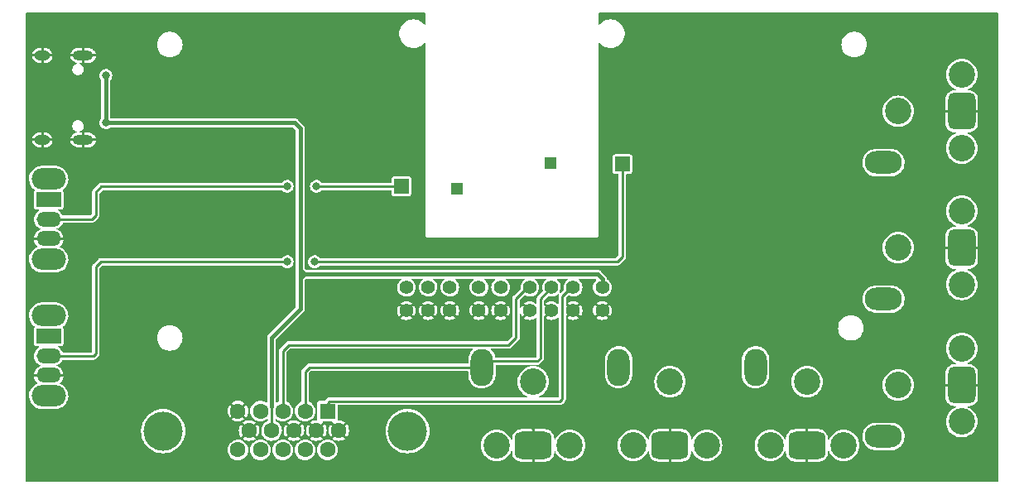
<source format=gbr>
%TF.GenerationSoftware,KiCad,Pcbnew,(6.0.7)*%
%TF.CreationDate,2022-09-12T19:31:41+02:00*%
%TF.ProjectId,Analog2HDMI,416e616c-6f67-4324-9844-4d492e6b6963,rev?*%
%TF.SameCoordinates,Original*%
%TF.FileFunction,Copper,L2,Bot*%
%TF.FilePolarity,Positive*%
%FSLAX46Y46*%
G04 Gerber Fmt 4.6, Leading zero omitted, Abs format (unit mm)*
G04 Created by KiCad (PCBNEW (6.0.7)) date 2022-09-12 19:31:41*
%MOMM*%
%LPD*%
G01*
G04 APERTURE LIST*
G04 Aperture macros list*
%AMRoundRect*
0 Rectangle with rounded corners*
0 $1 Rounding radius*
0 $2 $3 $4 $5 $6 $7 $8 $9 X,Y pos of 4 corners*
0 Add a 4 corners polygon primitive as box body*
4,1,4,$2,$3,$4,$5,$6,$7,$8,$9,$2,$3,0*
0 Add four circle primitives for the rounded corners*
1,1,$1+$1,$2,$3*
1,1,$1+$1,$4,$5*
1,1,$1+$1,$6,$7*
1,1,$1+$1,$8,$9*
0 Add four rect primitives between the rounded corners*
20,1,$1+$1,$2,$3,$4,$5,0*
20,1,$1+$1,$4,$5,$6,$7,0*
20,1,$1+$1,$6,$7,$8,$9,0*
20,1,$1+$1,$8,$9,$2,$3,0*%
G04 Aperture macros list end*
%TA.AperFunction,ComponentPad*%
%ADD10O,2.100000X1.000000*%
%TD*%
%TA.AperFunction,ComponentPad*%
%ADD11O,1.600000X1.000000*%
%TD*%
%TA.AperFunction,ComponentPad*%
%ADD12O,3.500000X2.200000*%
%TD*%
%TA.AperFunction,ComponentPad*%
%ADD13R,2.500000X1.500000*%
%TD*%
%TA.AperFunction,ComponentPad*%
%ADD14O,2.500000X1.500000*%
%TD*%
%TA.AperFunction,WasherPad*%
%ADD15C,2.700000*%
%TD*%
%TA.AperFunction,ComponentPad*%
%ADD16O,3.800000X2.300000*%
%TD*%
%TA.AperFunction,ComponentPad*%
%ADD17RoundRect,0.700000X-0.700000X1.200000X-0.700000X-1.200000X0.700000X-1.200000X0.700000X1.200000X0*%
%TD*%
%TA.AperFunction,ComponentPad*%
%ADD18O,2.300000X3.800000*%
%TD*%
%TA.AperFunction,ComponentPad*%
%ADD19RoundRect,0.700000X1.200000X0.700000X-1.200000X0.700000X-1.200000X-0.700000X1.200000X-0.700000X0*%
%TD*%
%TA.AperFunction,ComponentPad*%
%ADD20C,1.400000*%
%TD*%
%TA.AperFunction,SMDPad,CuDef*%
%ADD21R,1.300000X1.300000*%
%TD*%
%TA.AperFunction,ComponentPad*%
%ADD22C,4.000000*%
%TD*%
%TA.AperFunction,ComponentPad*%
%ADD23R,1.600000X1.600000*%
%TD*%
%TA.AperFunction,ComponentPad*%
%ADD24C,1.600000*%
%TD*%
%TA.AperFunction,SMDPad,CuDef*%
%ADD25R,1.500000X1.500000*%
%TD*%
%TA.AperFunction,ViaPad*%
%ADD26C,0.800000*%
%TD*%
%TA.AperFunction,Conductor*%
%ADD27C,0.250000*%
%TD*%
%TA.AperFunction,Conductor*%
%ADD28C,0.400000*%
%TD*%
G04 APERTURE END LIST*
D10*
%TO.P,J1,S1,SHIELD*%
%TO.N,GND*%
X106140000Y-56115000D03*
X106140000Y-64755000D03*
D11*
X101960000Y-56115000D03*
X101960000Y-64755000D03*
%TD*%
D12*
%TO.P,SW1,*%
%TO.N,*%
X102616000Y-76966000D03*
X102616000Y-68766000D03*
D13*
%TO.P,SW1,1,A*%
%TO.N,unconnected-(SW1-Pad1)*%
X102616000Y-70866000D03*
D14*
%TO.P,SW1,2,B*%
%TO.N,/~{RGBHV}*%
X102616000Y-72866000D03*
%TO.P,SW1,3,C*%
%TO.N,GND*%
X102616000Y-74866000D03*
%TD*%
D12*
%TO.P,SW2,*%
%TO.N,*%
X102616000Y-90936000D03*
X102616000Y-82736000D03*
D13*
%TO.P,SW2,1,A*%
%TO.N,unconnected-(SW2-Pad1)*%
X102616000Y-84836000D03*
D14*
%TO.P,SW2,2,B*%
%TO.N,/~{ANALOG}*%
X102616000Y-86836000D03*
%TO.P,SW2,3,C*%
%TO.N,GND*%
X102616000Y-88836000D03*
%TD*%
D15*
%TO.P,J6,*%
%TO.N,*%
X189500000Y-75785000D03*
X196000000Y-72035000D03*
X196000000Y-79535000D03*
D16*
%TO.P,J6,1,In*%
%TO.N,/AUDIO_R*%
X188000000Y-81035000D03*
D17*
%TO.P,J6,2,Ext*%
%TO.N,GND*%
X196000000Y-75785000D03*
%TD*%
D15*
%TO.P,J8,*%
%TO.N,*%
X196000000Y-65580000D03*
X189500000Y-61830000D03*
X196000000Y-58080000D03*
D16*
%TO.P,J8,1,In*%
%TO.N,/SPDIF*%
X188000000Y-67080000D03*
D17*
%TO.P,J8,2,Ext*%
%TO.N,GND*%
X196000000Y-61830000D03*
%TD*%
D15*
%TO.P,J7,*%
%TO.N,*%
X189500000Y-89830000D03*
X196000000Y-93580000D03*
X196000000Y-86080000D03*
D16*
%TO.P,J7,1,In*%
%TO.N,/AUDIO_L*%
X188000000Y-95080000D03*
D17*
%TO.P,J7,2,Ext*%
%TO.N,GND*%
X196000000Y-89830000D03*
%TD*%
D15*
%TO.P,J5,*%
%TO.N,*%
X180170000Y-89500000D03*
X176420000Y-96000000D03*
X183920000Y-96000000D03*
D18*
%TO.P,J5,1,In*%
%TO.N,/R|Pr*%
X174920000Y-88000000D03*
D19*
%TO.P,J5,2,Ext*%
%TO.N,GND*%
X180170000Y-96000000D03*
%TD*%
D15*
%TO.P,J3,*%
%TO.N,*%
X155920000Y-96000000D03*
X152170000Y-89500000D03*
X148420000Y-96000000D03*
D18*
%TO.P,J3,1,In*%
%TO.N,/G|Y*%
X146920000Y-88000000D03*
D19*
%TO.P,J3,2,Ext*%
%TO.N,GND*%
X152170000Y-96000000D03*
%TD*%
D20*
%TO.P,U1,1,SPDIF*%
%TO.N,/SPDIF*%
X139195000Y-79825000D03*
%TO.P,U1,2,R*%
%TO.N,/AUDIO_R*%
X141415000Y-79825000D03*
%TO.P,U1,3,L*%
%TO.N,/AUDIO_L*%
X143635000Y-79825000D03*
%TO.P,U1,4,HS*%
%TO.N,/HS*%
X146615000Y-79825000D03*
%TO.P,U1,5,VS*%
%TO.N,/VS*%
X148835000Y-79825000D03*
%TO.P,U1,6,B/Pb*%
%TO.N,/B|Pb*%
X151815000Y-79825000D03*
%TO.P,U1,7,G/Y*%
%TO.N,/G|Y*%
X154035000Y-79825000D03*
%TO.P,U1,8,R/Pr*%
%TO.N,/R|Pr*%
X156255000Y-79825000D03*
%TO.P,U1,9,5V*%
%TO.N,+5V*%
X159235000Y-79825000D03*
%TO.P,U1,10,GND*%
%TO.N,GND*%
X159235000Y-82215000D03*
X156255000Y-82215000D03*
X141415000Y-82215000D03*
X143635000Y-82215000D03*
X148835000Y-82215000D03*
X154035000Y-82215000D03*
X139195000Y-82215000D03*
X146615000Y-82215000D03*
X151815000Y-82215000D03*
D21*
%TO.P,U1,11,DIGITAL|~{ANALOG}*%
%TO.N,/~{ANALOG}*%
X153925000Y-67165000D03*
%TO.P,U1,12,YPbPr|~{RGBHV}*%
%TO.N,/~{RGBHV}*%
X144350000Y-69710000D03*
%TD*%
D22*
%TO.P,J2,0*%
%TO.N,unconnected-(J2-Pad0)*%
X139318950Y-94549005D03*
X114318950Y-94549005D03*
D23*
%TO.P,J2,1*%
%TO.N,/R|Pr*%
X131133950Y-92499005D03*
D24*
%TO.P,J2,2*%
%TO.N,/G|Y*%
X128843950Y-92499005D03*
%TO.P,J2,3*%
%TO.N,/B|Pb*%
X126553950Y-92499005D03*
%TO.P,J2,4*%
%TO.N,unconnected-(J2-Pad4)*%
X124263950Y-92499005D03*
%TO.P,J2,5*%
%TO.N,GND*%
X121973950Y-92499005D03*
%TO.P,J2,6*%
X132278950Y-94479005D03*
%TO.P,J2,7*%
X129988950Y-94479005D03*
%TO.P,J2,8*%
X127698950Y-94479005D03*
%TO.P,J2,9*%
%TO.N,+5V*%
X125408950Y-94479005D03*
%TO.P,J2,10*%
%TO.N,GND*%
X123118950Y-94479005D03*
%TO.P,J2,11*%
%TO.N,unconnected-(J2-Pad11)*%
X131133950Y-96459005D03*
%TO.P,J2,12*%
%TO.N,unconnected-(J2-Pad12)*%
X128843950Y-96459005D03*
%TO.P,J2,13*%
%TO.N,/HS*%
X126553950Y-96459005D03*
%TO.P,J2,14*%
%TO.N,/VS*%
X124263950Y-96459005D03*
%TO.P,J2,15*%
%TO.N,unconnected-(J2-Pad15)*%
X121973950Y-96459005D03*
%TD*%
D15*
%TO.P,J4,*%
%TO.N,*%
X162411249Y-96000000D03*
X166161249Y-89500000D03*
X169911249Y-96000000D03*
D18*
%TO.P,J4,1,In*%
%TO.N,/B|Pb*%
X160911249Y-88000000D03*
D19*
%TO.P,J4,2,Ext*%
%TO.N,GND*%
X166161249Y-96000000D03*
%TD*%
D25*
%TO.P,J9,1,Pin_1*%
%TO.N,/~{RGBHV}*%
X138684000Y-69500000D03*
%TD*%
%TO.P,J10,1,Pin_1*%
%TO.N,/~{ANALOG}*%
X161290000Y-67229228D03*
%TD*%
D26*
%TO.N,GND*%
X156411249Y-83979228D03*
%TO.N,+5V*%
X108458000Y-58166000D03*
X108458000Y-62992000D03*
%TO.N,/~{RGBHV}*%
X127000000Y-69500000D03*
X130000000Y-69500000D03*
%TO.N,/~{ANALOG}*%
X127000000Y-77216000D03*
X129794000Y-77216000D03*
%TD*%
D27*
%TO.N,GND*%
X154035000Y-82215000D02*
X154009416Y-82215000D01*
D28*
%TO.N,+5V*%
X159235000Y-79825000D02*
X159235000Y-78971000D01*
X128335000Y-79183000D02*
X128335000Y-77789000D01*
X128335000Y-82055477D02*
X128335000Y-79183000D01*
X128778000Y-78486000D02*
X128335000Y-78929000D01*
X128778000Y-78486000D02*
X128335000Y-78043000D01*
X128335000Y-63565000D02*
X127762000Y-62992000D01*
X158750000Y-78486000D02*
X128778000Y-78486000D01*
X128335000Y-78043000D02*
X128335000Y-77789000D01*
X159235000Y-78971000D02*
X158750000Y-78486000D01*
X128335000Y-77789000D02*
X128335000Y-63565000D01*
X108458000Y-62992000D02*
X108458000Y-58166000D01*
D27*
X125408950Y-91979228D02*
X125408950Y-94479005D01*
D28*
X125411249Y-84979228D02*
X128335000Y-82055477D01*
X127762000Y-62992000D02*
X108458000Y-62992000D01*
X125411249Y-91979228D02*
X125411249Y-84979228D01*
X128335000Y-78929000D02*
X128335000Y-79183000D01*
D27*
%TO.N,/B|Pb*%
X126553950Y-86336527D02*
X126553950Y-92499005D01*
X127161249Y-85729228D02*
X126553950Y-86336527D01*
X151565477Y-79825000D02*
X150411249Y-80979228D01*
X149661249Y-85729228D02*
X127161249Y-85729228D01*
X150411249Y-80979228D02*
X150411249Y-84979228D01*
X151815000Y-79825000D02*
X151565477Y-79825000D01*
X150411249Y-84979228D02*
X149661249Y-85729228D01*
%TO.N,/G|Y*%
X146920000Y-88000000D02*
X129290477Y-88000000D01*
X152911249Y-80979228D02*
X152911249Y-87067979D01*
X152911249Y-87067979D02*
X152600000Y-87379228D01*
X152600000Y-87379228D02*
X147540772Y-87379228D01*
X128843950Y-88446527D02*
X128843950Y-92499005D01*
X154035000Y-79825000D02*
X154035000Y-79855477D01*
X154035000Y-79855477D02*
X152911249Y-80979228D01*
X129290477Y-88000000D02*
X128843950Y-88446527D01*
X147540772Y-87379228D02*
X146920000Y-88000000D01*
%TO.N,/R|Pr*%
X155130500Y-80759977D02*
X155130500Y-91259977D01*
X154911249Y-91479228D02*
X131333950Y-91479228D01*
X131133950Y-91679228D02*
X131133950Y-92499005D01*
X156255000Y-79825000D02*
X156065477Y-79825000D01*
X156065477Y-79825000D02*
X155130500Y-80759977D01*
X155130500Y-91259977D02*
X154911249Y-91479228D01*
X131333950Y-91479228D02*
X131133950Y-91679228D01*
%TO.N,/~{RGBHV}*%
X106998000Y-72866000D02*
X102616000Y-72866000D01*
X107442000Y-72422000D02*
X106998000Y-72866000D01*
X130000000Y-69500000D02*
X138684000Y-69500000D01*
X107442000Y-70058000D02*
X107442000Y-72422000D01*
X108000000Y-69500000D02*
X107442000Y-70058000D01*
X127000000Y-69500000D02*
X108000000Y-69500000D01*
%TO.N,/~{ANALOG}*%
X102648000Y-86868000D02*
X107188000Y-86868000D01*
X160782000Y-77216000D02*
X129794000Y-77216000D01*
X161290000Y-67229228D02*
X161290000Y-76708000D01*
X107442000Y-86614000D02*
X107442000Y-77724000D01*
X107442000Y-77724000D02*
X107950000Y-77216000D01*
X107950000Y-77216000D02*
X127000000Y-77216000D01*
X107188000Y-86868000D02*
X107442000Y-86614000D01*
X102616000Y-86836000D02*
X102648000Y-86868000D01*
X161290000Y-76708000D02*
X160782000Y-77216000D01*
%TD*%
%TA.AperFunction,Conductor*%
%TO.N,GND*%
G36*
X141127194Y-51772806D02*
G01*
X141145500Y-51817000D01*
X141145500Y-52900620D01*
X141127194Y-52944814D01*
X141083000Y-52963120D01*
X141038806Y-52944814D01*
X141033020Y-52938146D01*
X141017939Y-52918060D01*
X141016400Y-52916010D01*
X141000296Y-52900620D01*
X140845340Y-52752541D01*
X140843484Y-52750767D01*
X140645901Y-52615985D01*
X140428958Y-52515284D01*
X140426491Y-52514600D01*
X140426486Y-52514598D01*
X140200946Y-52452050D01*
X140200947Y-52452050D01*
X140198480Y-52451366D01*
X140108589Y-52441760D01*
X140004874Y-52430676D01*
X140004870Y-52430676D01*
X140003225Y-52430500D01*
X139864367Y-52430500D01*
X139686628Y-52445113D01*
X139684135Y-52445739D01*
X139684136Y-52445739D01*
X139457145Y-52502755D01*
X139457142Y-52502756D01*
X139454658Y-52503380D01*
X139452306Y-52504403D01*
X139452305Y-52504403D01*
X139424794Y-52516365D01*
X139235319Y-52598751D01*
X139034502Y-52728665D01*
X138857600Y-52889634D01*
X138856012Y-52891645D01*
X138856009Y-52891648D01*
X138710960Y-53075311D01*
X138710955Y-53075318D01*
X138709364Y-53077333D01*
X138593774Y-53286723D01*
X138592918Y-53289139D01*
X138592918Y-53289140D01*
X138581328Y-53321871D01*
X138513936Y-53512181D01*
X138513486Y-53514707D01*
X138513485Y-53514711D01*
X138478500Y-53711117D01*
X138471992Y-53747650D01*
X138469070Y-53986809D01*
X138505248Y-54223233D01*
X138506046Y-54225673D01*
X138506046Y-54225675D01*
X138517344Y-54260240D01*
X138579555Y-54450573D01*
X138580740Y-54452850D01*
X138580742Y-54452854D01*
X138597750Y-54485525D01*
X138689994Y-54662725D01*
X138833600Y-54853990D01*
X138835452Y-54855760D01*
X138835453Y-54855761D01*
X138861201Y-54880366D01*
X139006516Y-55019233D01*
X139204099Y-55154015D01*
X139421042Y-55254716D01*
X139423509Y-55255400D01*
X139423514Y-55255402D01*
X139604637Y-55305632D01*
X139651520Y-55318634D01*
X139741411Y-55328240D01*
X139845126Y-55339324D01*
X139845130Y-55339324D01*
X139846775Y-55339500D01*
X139985633Y-55339500D01*
X140163372Y-55324887D01*
X140198258Y-55316124D01*
X140392855Y-55267245D01*
X140392858Y-55267244D01*
X140395342Y-55266620D01*
X140422720Y-55254716D01*
X140491818Y-55224671D01*
X140614681Y-55171249D01*
X140815498Y-55041335D01*
X140992400Y-54880366D01*
X141033953Y-54827751D01*
X141075708Y-54804415D01*
X141121736Y-54817439D01*
X141145073Y-54859196D01*
X141145500Y-54866488D01*
X141145500Y-74468778D01*
X141144299Y-74480971D01*
X141140514Y-74500000D01*
X141145500Y-74525067D01*
X141160266Y-74599301D01*
X141163685Y-74604418D01*
X141163686Y-74604420D01*
X141203131Y-74663452D01*
X141216516Y-74683484D01*
X141221633Y-74686903D01*
X141295580Y-74736314D01*
X141295582Y-74736315D01*
X141300699Y-74739734D01*
X141400000Y-74759486D01*
X141419029Y-74755701D01*
X141431222Y-74754500D01*
X158568778Y-74754500D01*
X158580971Y-74755701D01*
X158600000Y-74759486D01*
X158699301Y-74739734D01*
X158704418Y-74736315D01*
X158704420Y-74736314D01*
X158778367Y-74686903D01*
X158783484Y-74683484D01*
X158796869Y-74663452D01*
X158836314Y-74604420D01*
X158836315Y-74604418D01*
X158839734Y-74599301D01*
X158854500Y-74525067D01*
X158859486Y-74500000D01*
X158855701Y-74480971D01*
X158854500Y-74468778D01*
X158854500Y-61830000D01*
X187890539Y-61830000D01*
X187910354Y-62081775D01*
X187969312Y-62327351D01*
X187970254Y-62329625D01*
X188065017Y-62558405D01*
X188065021Y-62558412D01*
X188065960Y-62560680D01*
X188067245Y-62562776D01*
X188067246Y-62562779D01*
X188145042Y-62689730D01*
X188197919Y-62776017D01*
X188361939Y-62968061D01*
X188553983Y-63132081D01*
X188556080Y-63133366D01*
X188747057Y-63250397D01*
X188769320Y-63264040D01*
X188771588Y-63264979D01*
X188771595Y-63264983D01*
X188976145Y-63349710D01*
X189002649Y-63360688D01*
X189248225Y-63419646D01*
X189500000Y-63439461D01*
X189751775Y-63419646D01*
X189997351Y-63360688D01*
X190023855Y-63349710D01*
X190228405Y-63264983D01*
X190228412Y-63264979D01*
X190230680Y-63264040D01*
X190252944Y-63250397D01*
X190443920Y-63133366D01*
X190446017Y-63132081D01*
X190502609Y-63083747D01*
X194346000Y-63083747D01*
X194346122Y-63086499D01*
X194355971Y-63196852D01*
X194357054Y-63202666D01*
X194408783Y-63383069D01*
X194411122Y-63388916D01*
X194497980Y-63555058D01*
X194501452Y-63560324D01*
X194619942Y-63705608D01*
X194624392Y-63710058D01*
X194769676Y-63828548D01*
X194774942Y-63832020D01*
X194941084Y-63918878D01*
X194946931Y-63921217D01*
X195127334Y-63972946D01*
X195133148Y-63974029D01*
X195243501Y-63983878D01*
X195246253Y-63984000D01*
X195346118Y-63984000D01*
X195390312Y-64002306D01*
X195408618Y-64046500D01*
X195390312Y-64090694D01*
X195370036Y-64104242D01*
X195271595Y-64145017D01*
X195271588Y-64145021D01*
X195269320Y-64145960D01*
X195053983Y-64277919D01*
X194861939Y-64441939D01*
X194697919Y-64633983D01*
X194565960Y-64849320D01*
X194565021Y-64851588D01*
X194565017Y-64851595D01*
X194514864Y-64972676D01*
X194469312Y-65082649D01*
X194410354Y-65328225D01*
X194390539Y-65580000D01*
X194410354Y-65831775D01*
X194469312Y-66077351D01*
X194470254Y-66079625D01*
X194565017Y-66308405D01*
X194565021Y-66308412D01*
X194565960Y-66310680D01*
X194567245Y-66312776D01*
X194567246Y-66312779D01*
X194605258Y-66374808D01*
X194697919Y-66526017D01*
X194861939Y-66718061D01*
X195053983Y-66882081D01*
X195269320Y-67014040D01*
X195271588Y-67014979D01*
X195271595Y-67014983D01*
X195476145Y-67099710D01*
X195502649Y-67110688D01*
X195748225Y-67169646D01*
X196000000Y-67189461D01*
X196251775Y-67169646D01*
X196497351Y-67110688D01*
X196523855Y-67099710D01*
X196728405Y-67014983D01*
X196728412Y-67014979D01*
X196730680Y-67014040D01*
X196946017Y-66882081D01*
X197138061Y-66718061D01*
X197302081Y-66526017D01*
X197394742Y-66374808D01*
X197432754Y-66312779D01*
X197432755Y-66312776D01*
X197434040Y-66310680D01*
X197434979Y-66308412D01*
X197434983Y-66308405D01*
X197529746Y-66079625D01*
X197530688Y-66077351D01*
X197589646Y-65831775D01*
X197609461Y-65580000D01*
X197589646Y-65328225D01*
X197530688Y-65082649D01*
X197485136Y-64972676D01*
X197434983Y-64851595D01*
X197434979Y-64851588D01*
X197434040Y-64849320D01*
X197302081Y-64633983D01*
X197138061Y-64441939D01*
X196946017Y-64277919D01*
X196730680Y-64145960D01*
X196728412Y-64145021D01*
X196728405Y-64145017D01*
X196629964Y-64104242D01*
X196596140Y-64070418D01*
X196596140Y-64022582D01*
X196629964Y-63988758D01*
X196653882Y-63984000D01*
X196753747Y-63984000D01*
X196756499Y-63983878D01*
X196866852Y-63974029D01*
X196872666Y-63972946D01*
X197053069Y-63921217D01*
X197058916Y-63918878D01*
X197225058Y-63832020D01*
X197230324Y-63828548D01*
X197375608Y-63710058D01*
X197380058Y-63705608D01*
X197498548Y-63560324D01*
X197502020Y-63555058D01*
X197588878Y-63388916D01*
X197591217Y-63383069D01*
X197642946Y-63202666D01*
X197644029Y-63196852D01*
X197653878Y-63086499D01*
X197654000Y-63083747D01*
X197654000Y-61969431D01*
X197650359Y-61960641D01*
X197641569Y-61957000D01*
X194358431Y-61957000D01*
X194349641Y-61960641D01*
X194346000Y-61969431D01*
X194346000Y-63083747D01*
X190502609Y-63083747D01*
X190638061Y-62968061D01*
X190802081Y-62776017D01*
X190854958Y-62689730D01*
X190932754Y-62562779D01*
X190932755Y-62562776D01*
X190934040Y-62560680D01*
X190934979Y-62558412D01*
X190934983Y-62558405D01*
X191029746Y-62329625D01*
X191030688Y-62327351D01*
X191089646Y-62081775D01*
X191109461Y-61830000D01*
X191098488Y-61690569D01*
X194346000Y-61690569D01*
X194349641Y-61699359D01*
X194358431Y-61703000D01*
X197641569Y-61703000D01*
X197650359Y-61699359D01*
X197654000Y-61690569D01*
X197654000Y-60576253D01*
X197653878Y-60573501D01*
X197644029Y-60463148D01*
X197642946Y-60457334D01*
X197591217Y-60276931D01*
X197588878Y-60271084D01*
X197502020Y-60104942D01*
X197498548Y-60099676D01*
X197380058Y-59954392D01*
X197375608Y-59949942D01*
X197230324Y-59831452D01*
X197225058Y-59827980D01*
X197058916Y-59741122D01*
X197053069Y-59738783D01*
X196872666Y-59687054D01*
X196866852Y-59685971D01*
X196756499Y-59676122D01*
X196753747Y-59676000D01*
X196653882Y-59676000D01*
X196609688Y-59657694D01*
X196591382Y-59613500D01*
X196609688Y-59569306D01*
X196629964Y-59555758D01*
X196728405Y-59514983D01*
X196728412Y-59514979D01*
X196730680Y-59514040D01*
X196946017Y-59382081D01*
X197138061Y-59218061D01*
X197302081Y-59026017D01*
X197434040Y-58810680D01*
X197434979Y-58808412D01*
X197434983Y-58808405D01*
X197529746Y-58579625D01*
X197530688Y-58577351D01*
X197589646Y-58331775D01*
X197609461Y-58080000D01*
X197589646Y-57828225D01*
X197530688Y-57582649D01*
X197454114Y-57397782D01*
X197434983Y-57351595D01*
X197434979Y-57351588D01*
X197434040Y-57349320D01*
X197302081Y-57133983D01*
X197138061Y-56941939D01*
X196946017Y-56777919D01*
X196913181Y-56757797D01*
X196732779Y-56647246D01*
X196732776Y-56647245D01*
X196730680Y-56645960D01*
X196728412Y-56645021D01*
X196728405Y-56645017D01*
X196499625Y-56550254D01*
X196499626Y-56550254D01*
X196497351Y-56549312D01*
X196251775Y-56490354D01*
X196000000Y-56470539D01*
X195748225Y-56490354D01*
X195502649Y-56549312D01*
X195500374Y-56550254D01*
X195500375Y-56550254D01*
X195271595Y-56645017D01*
X195271588Y-56645021D01*
X195269320Y-56645960D01*
X195267224Y-56647245D01*
X195267221Y-56647246D01*
X195086819Y-56757797D01*
X195053983Y-56777919D01*
X194861939Y-56941939D01*
X194697919Y-57133983D01*
X194565960Y-57349320D01*
X194565021Y-57351588D01*
X194565017Y-57351595D01*
X194545886Y-57397782D01*
X194469312Y-57582649D01*
X194410354Y-57828225D01*
X194390539Y-58080000D01*
X194410354Y-58331775D01*
X194469312Y-58577351D01*
X194470254Y-58579625D01*
X194565017Y-58808405D01*
X194565021Y-58808412D01*
X194565960Y-58810680D01*
X194697919Y-59026017D01*
X194861939Y-59218061D01*
X195053983Y-59382081D01*
X195269320Y-59514040D01*
X195271588Y-59514979D01*
X195271595Y-59514983D01*
X195370036Y-59555758D01*
X195403860Y-59589582D01*
X195403860Y-59637418D01*
X195370036Y-59671242D01*
X195346118Y-59676000D01*
X195246253Y-59676000D01*
X195243501Y-59676122D01*
X195133148Y-59685971D01*
X195127334Y-59687054D01*
X194946931Y-59738783D01*
X194941084Y-59741122D01*
X194774942Y-59827980D01*
X194769676Y-59831452D01*
X194624392Y-59949942D01*
X194619942Y-59954392D01*
X194501452Y-60099676D01*
X194497980Y-60104942D01*
X194411122Y-60271084D01*
X194408783Y-60276931D01*
X194357054Y-60457334D01*
X194355971Y-60463148D01*
X194346122Y-60573501D01*
X194346000Y-60576253D01*
X194346000Y-61690569D01*
X191098488Y-61690569D01*
X191089646Y-61578225D01*
X191030688Y-61332649D01*
X191019710Y-61306145D01*
X190934983Y-61101595D01*
X190934979Y-61101588D01*
X190934040Y-61099320D01*
X190802081Y-60883983D01*
X190638061Y-60691939D01*
X190446017Y-60527919D01*
X190230680Y-60395960D01*
X190228412Y-60395021D01*
X190228405Y-60395017D01*
X189999625Y-60300254D01*
X189999626Y-60300254D01*
X189997351Y-60299312D01*
X189751775Y-60240354D01*
X189500000Y-60220539D01*
X189248225Y-60240354D01*
X189002649Y-60299312D01*
X189000374Y-60300254D01*
X189000375Y-60300254D01*
X188771595Y-60395017D01*
X188771588Y-60395021D01*
X188769320Y-60395960D01*
X188553983Y-60527919D01*
X188361939Y-60691939D01*
X188197919Y-60883983D01*
X188065960Y-61099320D01*
X188065021Y-61101588D01*
X188065017Y-61101595D01*
X187980290Y-61306145D01*
X187969312Y-61332649D01*
X187910354Y-61578225D01*
X187890539Y-61830000D01*
X158854500Y-61830000D01*
X158854500Y-54869380D01*
X158872806Y-54825186D01*
X158917000Y-54806880D01*
X158961194Y-54825186D01*
X158966979Y-54831852D01*
X158983600Y-54853990D01*
X158985452Y-54855760D01*
X158985453Y-54855761D01*
X159011201Y-54880366D01*
X159156516Y-55019233D01*
X159354099Y-55154015D01*
X159571042Y-55254716D01*
X159573509Y-55255400D01*
X159573514Y-55255402D01*
X159754637Y-55305632D01*
X159801520Y-55318634D01*
X159891411Y-55328240D01*
X159995126Y-55339324D01*
X159995130Y-55339324D01*
X159996775Y-55339500D01*
X160135633Y-55339500D01*
X160313372Y-55324887D01*
X160348258Y-55316124D01*
X160542855Y-55267245D01*
X160542858Y-55267244D01*
X160545342Y-55266620D01*
X160572720Y-55254716D01*
X160641818Y-55224671D01*
X160764681Y-55171249D01*
X160965498Y-55041335D01*
X161010924Y-55000000D01*
X183690517Y-55000000D01*
X183690755Y-55002720D01*
X183703992Y-55154015D01*
X183710411Y-55227389D01*
X183711116Y-55230022D01*
X183711117Y-55230025D01*
X183766034Y-55434979D01*
X183769488Y-55447870D01*
X183770640Y-55450341D01*
X183770641Y-55450343D01*
X183787171Y-55485792D01*
X183865954Y-55654741D01*
X183996878Y-55841719D01*
X184158281Y-56003122D01*
X184345259Y-56134046D01*
X184552130Y-56230512D01*
X184554763Y-56231217D01*
X184554767Y-56231219D01*
X184769975Y-56288883D01*
X184769978Y-56288884D01*
X184772611Y-56289589D01*
X184775327Y-56289827D01*
X184775329Y-56289827D01*
X184941692Y-56304382D01*
X184941698Y-56304382D01*
X184943044Y-56304500D01*
X185056956Y-56304500D01*
X185058302Y-56304382D01*
X185058308Y-56304382D01*
X185224671Y-56289827D01*
X185224673Y-56289827D01*
X185227389Y-56289589D01*
X185230022Y-56288884D01*
X185230025Y-56288883D01*
X185445233Y-56231219D01*
X185445237Y-56231217D01*
X185447870Y-56230512D01*
X185654741Y-56134046D01*
X185841719Y-56003122D01*
X186003122Y-55841719D01*
X186134046Y-55654742D01*
X186230512Y-55447870D01*
X186233967Y-55434979D01*
X186288883Y-55230025D01*
X186288884Y-55230022D01*
X186289589Y-55227389D01*
X186296009Y-55154015D01*
X186309245Y-55002720D01*
X186309483Y-55000000D01*
X186296709Y-54853990D01*
X186289827Y-54775329D01*
X186289827Y-54775327D01*
X186289589Y-54772611D01*
X186268710Y-54694689D01*
X186231219Y-54554767D01*
X186231217Y-54554763D01*
X186230512Y-54552130D01*
X186134046Y-54345259D01*
X186003122Y-54158281D01*
X185841719Y-53996878D01*
X185654741Y-53865954D01*
X185447870Y-53769488D01*
X185445237Y-53768783D01*
X185445233Y-53768781D01*
X185230025Y-53711117D01*
X185230022Y-53711116D01*
X185227389Y-53710411D01*
X185224673Y-53710173D01*
X185224671Y-53710173D01*
X185058308Y-53695618D01*
X185058302Y-53695618D01*
X185056956Y-53695500D01*
X184943044Y-53695500D01*
X184941698Y-53695618D01*
X184941692Y-53695618D01*
X184775329Y-53710173D01*
X184775327Y-53710173D01*
X184772611Y-53710411D01*
X184769978Y-53711116D01*
X184769975Y-53711117D01*
X184554767Y-53768781D01*
X184554763Y-53768783D01*
X184552130Y-53769488D01*
X184345259Y-53865954D01*
X184158281Y-53996878D01*
X183996878Y-54158281D01*
X183865954Y-54345258D01*
X183769488Y-54552130D01*
X183768783Y-54554763D01*
X183768781Y-54554767D01*
X183731290Y-54694689D01*
X183710411Y-54772611D01*
X183710173Y-54775327D01*
X183710173Y-54775329D01*
X183703291Y-54853990D01*
X183690517Y-55000000D01*
X161010924Y-55000000D01*
X161142400Y-54880366D01*
X161143991Y-54878352D01*
X161289040Y-54694689D01*
X161289045Y-54694682D01*
X161290636Y-54692667D01*
X161406226Y-54483277D01*
X161417807Y-54450573D01*
X161485207Y-54260240D01*
X161485208Y-54260237D01*
X161486064Y-54257819D01*
X161503795Y-54158281D01*
X161527557Y-54024884D01*
X161527557Y-54024879D01*
X161528008Y-54022350D01*
X161530930Y-53783191D01*
X161494752Y-53546767D01*
X161484275Y-53514711D01*
X161421244Y-53321871D01*
X161421243Y-53321869D01*
X161420445Y-53319427D01*
X161403421Y-53286723D01*
X161311192Y-53109554D01*
X161310006Y-53107275D01*
X161166400Y-52916010D01*
X161150296Y-52900620D01*
X160995340Y-52752541D01*
X160993484Y-52750767D01*
X160795901Y-52615985D01*
X160578958Y-52515284D01*
X160576491Y-52514600D01*
X160576486Y-52514598D01*
X160350946Y-52452050D01*
X160350947Y-52452050D01*
X160348480Y-52451366D01*
X160258589Y-52441760D01*
X160154874Y-52430676D01*
X160154870Y-52430676D01*
X160153225Y-52430500D01*
X160014367Y-52430500D01*
X159836628Y-52445113D01*
X159834135Y-52445739D01*
X159834136Y-52445739D01*
X159607145Y-52502755D01*
X159607142Y-52502756D01*
X159604658Y-52503380D01*
X159602306Y-52504403D01*
X159602305Y-52504403D01*
X159574794Y-52516365D01*
X159385319Y-52598751D01*
X159184502Y-52728665D01*
X159007600Y-52889634D01*
X158966047Y-52942249D01*
X158924292Y-52965585D01*
X158878264Y-52952561D01*
X158854927Y-52910804D01*
X158854500Y-52903512D01*
X158854500Y-51817000D01*
X158872806Y-51772806D01*
X158917000Y-51754500D01*
X199683000Y-51754500D01*
X199727194Y-51772806D01*
X199745500Y-51817000D01*
X199745500Y-99683000D01*
X199727194Y-99727194D01*
X199683000Y-99745500D01*
X100317000Y-99745500D01*
X100272806Y-99727194D01*
X100254500Y-99683000D01*
X100254500Y-94549005D01*
X112059613Y-94549005D01*
X112059747Y-94551049D01*
X112074422Y-94774942D01*
X112078942Y-94843908D01*
X112136598Y-95133764D01*
X112137253Y-95135695D01*
X112137254Y-95135697D01*
X112226873Y-95399705D01*
X112231595Y-95413616D01*
X112362307Y-95678673D01*
X112363435Y-95680362D01*
X112363439Y-95680368D01*
X112491904Y-95872630D01*
X112526497Y-95924402D01*
X112721357Y-96146598D01*
X112943553Y-96341458D01*
X112945247Y-96342590D01*
X112945251Y-96342593D01*
X113187586Y-96504516D01*
X113187592Y-96504520D01*
X113189281Y-96505648D01*
X113454339Y-96636360D01*
X113456270Y-96637015D01*
X113456276Y-96637018D01*
X113732258Y-96730701D01*
X113734191Y-96731357D01*
X114024047Y-96789013D01*
X114026081Y-96789146D01*
X114026086Y-96789147D01*
X114316906Y-96808208D01*
X114318950Y-96808342D01*
X114320994Y-96808208D01*
X114611814Y-96789147D01*
X114611819Y-96789146D01*
X114613853Y-96789013D01*
X114903709Y-96731357D01*
X114905642Y-96730701D01*
X115181624Y-96637018D01*
X115181630Y-96637015D01*
X115183561Y-96636360D01*
X115448619Y-96505648D01*
X115450308Y-96504520D01*
X115450314Y-96504516D01*
X115540567Y-96444211D01*
X120914451Y-96444211D01*
X120916587Y-96469650D01*
X120930587Y-96636360D01*
X120931756Y-96650283D01*
X120988757Y-96849071D01*
X120990153Y-96851787D01*
X121081884Y-97030277D01*
X121081887Y-97030281D01*
X121083284Y-97033000D01*
X121211736Y-97195066D01*
X121214066Y-97197049D01*
X121246977Y-97225058D01*
X121369221Y-97329096D01*
X121371885Y-97330585D01*
X121371888Y-97330587D01*
X121547071Y-97428494D01*
X121549739Y-97429985D01*
X121746416Y-97493889D01*
X121951759Y-97518375D01*
X121954801Y-97518141D01*
X121954804Y-97518141D01*
X122154897Y-97502744D01*
X122154899Y-97502744D01*
X122157948Y-97502509D01*
X122357128Y-97446897D01*
X122359851Y-97445522D01*
X122359855Y-97445520D01*
X122538993Y-97355031D01*
X122541713Y-97353657D01*
X122544111Y-97351784D01*
X122544115Y-97351781D01*
X122699571Y-97230324D01*
X122704672Y-97226339D01*
X122706669Y-97224026D01*
X122837804Y-97072105D01*
X122837808Y-97072100D01*
X122839798Y-97069794D01*
X122845978Y-97058916D01*
X122940434Y-96892645D01*
X122940436Y-96892640D01*
X122941945Y-96889984D01*
X123007220Y-96693758D01*
X123012342Y-96653219D01*
X123032032Y-96497351D01*
X123033139Y-96488591D01*
X123033552Y-96459005D01*
X123032101Y-96444211D01*
X123204451Y-96444211D01*
X123206587Y-96469650D01*
X123220587Y-96636360D01*
X123221756Y-96650283D01*
X123278757Y-96849071D01*
X123280153Y-96851787D01*
X123371884Y-97030277D01*
X123371887Y-97030281D01*
X123373284Y-97033000D01*
X123501736Y-97195066D01*
X123504066Y-97197049D01*
X123536977Y-97225058D01*
X123659221Y-97329096D01*
X123661885Y-97330585D01*
X123661888Y-97330587D01*
X123837071Y-97428494D01*
X123839739Y-97429985D01*
X124036416Y-97493889D01*
X124241759Y-97518375D01*
X124244801Y-97518141D01*
X124244804Y-97518141D01*
X124444897Y-97502744D01*
X124444899Y-97502744D01*
X124447948Y-97502509D01*
X124647128Y-97446897D01*
X124649851Y-97445522D01*
X124649855Y-97445520D01*
X124828993Y-97355031D01*
X124831713Y-97353657D01*
X124834111Y-97351784D01*
X124834115Y-97351781D01*
X124989571Y-97230324D01*
X124994672Y-97226339D01*
X124996669Y-97224026D01*
X125127804Y-97072105D01*
X125127808Y-97072100D01*
X125129798Y-97069794D01*
X125135978Y-97058916D01*
X125230434Y-96892645D01*
X125230436Y-96892640D01*
X125231945Y-96889984D01*
X125297220Y-96693758D01*
X125302342Y-96653219D01*
X125322032Y-96497351D01*
X125323139Y-96488591D01*
X125323552Y-96459005D01*
X125322101Y-96444211D01*
X125494451Y-96444211D01*
X125496587Y-96469650D01*
X125510587Y-96636360D01*
X125511756Y-96650283D01*
X125568757Y-96849071D01*
X125570153Y-96851787D01*
X125661884Y-97030277D01*
X125661887Y-97030281D01*
X125663284Y-97033000D01*
X125791736Y-97195066D01*
X125794066Y-97197049D01*
X125826977Y-97225058D01*
X125949221Y-97329096D01*
X125951885Y-97330585D01*
X125951888Y-97330587D01*
X126127071Y-97428494D01*
X126129739Y-97429985D01*
X126326416Y-97493889D01*
X126531759Y-97518375D01*
X126534801Y-97518141D01*
X126534804Y-97518141D01*
X126734897Y-97502744D01*
X126734899Y-97502744D01*
X126737948Y-97502509D01*
X126937128Y-97446897D01*
X126939851Y-97445522D01*
X126939855Y-97445520D01*
X127118993Y-97355031D01*
X127121713Y-97353657D01*
X127124111Y-97351784D01*
X127124115Y-97351781D01*
X127279571Y-97230324D01*
X127284672Y-97226339D01*
X127286669Y-97224026D01*
X127417804Y-97072105D01*
X127417808Y-97072100D01*
X127419798Y-97069794D01*
X127425978Y-97058916D01*
X127520434Y-96892645D01*
X127520436Y-96892640D01*
X127521945Y-96889984D01*
X127587220Y-96693758D01*
X127592342Y-96653219D01*
X127612032Y-96497351D01*
X127613139Y-96488591D01*
X127613552Y-96459005D01*
X127612101Y-96444211D01*
X127784451Y-96444211D01*
X127786587Y-96469650D01*
X127800587Y-96636360D01*
X127801756Y-96650283D01*
X127858757Y-96849071D01*
X127860153Y-96851787D01*
X127951884Y-97030277D01*
X127951887Y-97030281D01*
X127953284Y-97033000D01*
X128081736Y-97195066D01*
X128084066Y-97197049D01*
X128116977Y-97225058D01*
X128239221Y-97329096D01*
X128241885Y-97330585D01*
X128241888Y-97330587D01*
X128417071Y-97428494D01*
X128419739Y-97429985D01*
X128616416Y-97493889D01*
X128821759Y-97518375D01*
X128824801Y-97518141D01*
X128824804Y-97518141D01*
X129024897Y-97502744D01*
X129024899Y-97502744D01*
X129027948Y-97502509D01*
X129227128Y-97446897D01*
X129229851Y-97445522D01*
X129229855Y-97445520D01*
X129408993Y-97355031D01*
X129411713Y-97353657D01*
X129414111Y-97351784D01*
X129414115Y-97351781D01*
X129569571Y-97230324D01*
X129574672Y-97226339D01*
X129576669Y-97224026D01*
X129707804Y-97072105D01*
X129707808Y-97072100D01*
X129709798Y-97069794D01*
X129715978Y-97058916D01*
X129810434Y-96892645D01*
X129810436Y-96892640D01*
X129811945Y-96889984D01*
X129877220Y-96693758D01*
X129882342Y-96653219D01*
X129902032Y-96497351D01*
X129903139Y-96488591D01*
X129903552Y-96459005D01*
X129902101Y-96444211D01*
X130074451Y-96444211D01*
X130076587Y-96469650D01*
X130090587Y-96636360D01*
X130091756Y-96650283D01*
X130148757Y-96849071D01*
X130150153Y-96851787D01*
X130241884Y-97030277D01*
X130241887Y-97030281D01*
X130243284Y-97033000D01*
X130371736Y-97195066D01*
X130374066Y-97197049D01*
X130406977Y-97225058D01*
X130529221Y-97329096D01*
X130531885Y-97330585D01*
X130531888Y-97330587D01*
X130707071Y-97428494D01*
X130709739Y-97429985D01*
X130906416Y-97493889D01*
X131111759Y-97518375D01*
X131114801Y-97518141D01*
X131114804Y-97518141D01*
X131314897Y-97502744D01*
X131314899Y-97502744D01*
X131317948Y-97502509D01*
X131517128Y-97446897D01*
X131519851Y-97445522D01*
X131519855Y-97445520D01*
X131698993Y-97355031D01*
X131701713Y-97353657D01*
X131704111Y-97351784D01*
X131704115Y-97351781D01*
X131859571Y-97230324D01*
X131864672Y-97226339D01*
X131866669Y-97224026D01*
X131997804Y-97072105D01*
X131997808Y-97072100D01*
X131999798Y-97069794D01*
X132005978Y-97058916D01*
X132100434Y-96892645D01*
X132100436Y-96892640D01*
X132101945Y-96889984D01*
X132167220Y-96693758D01*
X132172342Y-96653219D01*
X132192032Y-96497351D01*
X132193139Y-96488591D01*
X132193552Y-96459005D01*
X132173372Y-96253194D01*
X132113601Y-96055222D01*
X132072860Y-95978599D01*
X132017950Y-95875328D01*
X132017948Y-95875325D01*
X132016515Y-95872630D01*
X131885813Y-95712373D01*
X131726472Y-95580555D01*
X131544562Y-95482197D01*
X131488226Y-95464758D01*
X131349928Y-95421947D01*
X131349925Y-95421946D01*
X131347013Y-95421045D01*
X131343980Y-95420726D01*
X131343979Y-95420726D01*
X131290948Y-95415152D01*
X131141347Y-95399429D01*
X131138314Y-95399705D01*
X131138310Y-95399705D01*
X131040373Y-95408618D01*
X130935400Y-95418171D01*
X130932467Y-95419034D01*
X130932463Y-95419035D01*
X130824095Y-95450930D01*
X130737016Y-95476559D01*
X130553751Y-95572368D01*
X130392585Y-95701948D01*
X130259658Y-95860365D01*
X130232086Y-95910518D01*
X130175188Y-96014015D01*
X130160032Y-96041583D01*
X130097503Y-96238701D01*
X130074451Y-96444211D01*
X129902101Y-96444211D01*
X129883372Y-96253194D01*
X129823601Y-96055222D01*
X129782860Y-95978599D01*
X129727950Y-95875328D01*
X129727948Y-95875325D01*
X129726515Y-95872630D01*
X129595813Y-95712373D01*
X129436472Y-95580555D01*
X129254562Y-95482197D01*
X129198226Y-95464758D01*
X129059928Y-95421947D01*
X129059925Y-95421946D01*
X129057013Y-95421045D01*
X129053980Y-95420726D01*
X129053979Y-95420726D01*
X129000948Y-95415152D01*
X128851347Y-95399429D01*
X128848314Y-95399705D01*
X128848310Y-95399705D01*
X128750373Y-95408618D01*
X128645400Y-95418171D01*
X128642467Y-95419034D01*
X128642463Y-95419035D01*
X128534095Y-95450930D01*
X128447016Y-95476559D01*
X128263751Y-95572368D01*
X128102585Y-95701948D01*
X127969658Y-95860365D01*
X127942086Y-95910518D01*
X127885188Y-96014015D01*
X127870032Y-96041583D01*
X127807503Y-96238701D01*
X127784451Y-96444211D01*
X127612101Y-96444211D01*
X127593372Y-96253194D01*
X127533601Y-96055222D01*
X127492860Y-95978599D01*
X127437950Y-95875328D01*
X127437948Y-95875325D01*
X127436515Y-95872630D01*
X127305813Y-95712373D01*
X127146472Y-95580555D01*
X126964562Y-95482197D01*
X126908226Y-95464758D01*
X126769928Y-95421947D01*
X126769925Y-95421946D01*
X126767013Y-95421045D01*
X126763980Y-95420726D01*
X126763979Y-95420726D01*
X126710948Y-95415152D01*
X126561347Y-95399429D01*
X126558314Y-95399705D01*
X126558310Y-95399705D01*
X126460373Y-95408618D01*
X126355400Y-95418171D01*
X126352467Y-95419034D01*
X126352463Y-95419035D01*
X126244095Y-95450930D01*
X126157016Y-95476559D01*
X125973751Y-95572368D01*
X125812585Y-95701948D01*
X125679658Y-95860365D01*
X125652086Y-95910518D01*
X125595188Y-96014015D01*
X125580032Y-96041583D01*
X125517503Y-96238701D01*
X125494451Y-96444211D01*
X125322101Y-96444211D01*
X125303372Y-96253194D01*
X125243601Y-96055222D01*
X125202860Y-95978599D01*
X125147950Y-95875328D01*
X125147948Y-95875325D01*
X125146515Y-95872630D01*
X125015813Y-95712373D01*
X124856472Y-95580555D01*
X124674562Y-95482197D01*
X124618226Y-95464758D01*
X124479928Y-95421947D01*
X124479925Y-95421946D01*
X124477013Y-95421045D01*
X124473980Y-95420726D01*
X124473979Y-95420726D01*
X124420948Y-95415152D01*
X124271347Y-95399429D01*
X124268314Y-95399705D01*
X124268310Y-95399705D01*
X124170373Y-95408618D01*
X124065400Y-95418171D01*
X124062467Y-95419034D01*
X124062463Y-95419035D01*
X123954095Y-95450930D01*
X123867016Y-95476559D01*
X123683751Y-95572368D01*
X123522585Y-95701948D01*
X123389658Y-95860365D01*
X123362086Y-95910518D01*
X123305188Y-96014015D01*
X123290032Y-96041583D01*
X123227503Y-96238701D01*
X123204451Y-96444211D01*
X123032101Y-96444211D01*
X123013372Y-96253194D01*
X122953601Y-96055222D01*
X122912860Y-95978599D01*
X122857950Y-95875328D01*
X122857948Y-95875325D01*
X122856515Y-95872630D01*
X122725813Y-95712373D01*
X122566472Y-95580555D01*
X122384562Y-95482197D01*
X122328226Y-95464758D01*
X122189928Y-95421947D01*
X122189925Y-95421946D01*
X122187013Y-95421045D01*
X122183980Y-95420726D01*
X122183979Y-95420726D01*
X122130948Y-95415152D01*
X121981347Y-95399429D01*
X121978314Y-95399705D01*
X121978310Y-95399705D01*
X121880373Y-95408618D01*
X121775400Y-95418171D01*
X121772467Y-95419034D01*
X121772463Y-95419035D01*
X121664095Y-95450930D01*
X121577016Y-95476559D01*
X121393751Y-95572368D01*
X121232585Y-95701948D01*
X121099658Y-95860365D01*
X121072086Y-95910518D01*
X121015188Y-96014015D01*
X121000032Y-96041583D01*
X120937503Y-96238701D01*
X120914451Y-96444211D01*
X115540567Y-96444211D01*
X115692649Y-96342593D01*
X115692653Y-96342590D01*
X115694347Y-96341458D01*
X115916543Y-96146598D01*
X116111403Y-95924402D01*
X116145996Y-95872630D01*
X116274461Y-95680368D01*
X116274465Y-95680362D01*
X116275593Y-95678673D01*
X116406305Y-95413616D01*
X116411028Y-95399705D01*
X116441712Y-95309313D01*
X122473396Y-95309313D01*
X122476200Y-95316082D01*
X122512178Y-95346702D01*
X122517177Y-95350176D01*
X122692274Y-95448035D01*
X122697845Y-95450469D01*
X122888611Y-95512453D01*
X122894568Y-95513762D01*
X123093735Y-95537511D01*
X123099815Y-95537639D01*
X123299813Y-95522250D01*
X123305805Y-95521193D01*
X123499008Y-95467250D01*
X123504671Y-95465053D01*
X123683724Y-95374607D01*
X123688846Y-95371357D01*
X123759246Y-95316354D01*
X123763930Y-95308074D01*
X123762210Y-95301870D01*
X123127740Y-94667400D01*
X123118950Y-94663759D01*
X123110160Y-94667400D01*
X122477037Y-95300523D01*
X122473396Y-95309313D01*
X116441712Y-95309313D01*
X116500646Y-95135697D01*
X116500647Y-95135695D01*
X116501302Y-95133764D01*
X116558958Y-94843908D01*
X116563479Y-94774942D01*
X116578153Y-94551049D01*
X116578287Y-94549005D01*
X116573026Y-94468738D01*
X116572929Y-94467265D01*
X122060209Y-94467265D01*
X122076994Y-94667152D01*
X122078090Y-94673126D01*
X122133384Y-94865955D01*
X122135617Y-94871597D01*
X122227314Y-95050019D01*
X122230599Y-95055117D01*
X122281521Y-95119364D01*
X122289835Y-95123992D01*
X122296160Y-95122190D01*
X122930555Y-94487795D01*
X122934196Y-94479005D01*
X123303704Y-94479005D01*
X123307345Y-94487795D01*
X123940697Y-95121147D01*
X123948238Y-95124270D01*
X123958391Y-95119622D01*
X123982389Y-95091819D01*
X123985900Y-95086842D01*
X124084974Y-94912442D01*
X124087451Y-94906878D01*
X124150768Y-94716542D01*
X124152114Y-94710618D01*
X124177417Y-94510319D01*
X124177661Y-94506824D01*
X124178026Y-94480743D01*
X124177881Y-94477277D01*
X124158178Y-94276331D01*
X124156996Y-94270363D01*
X124099021Y-94078341D01*
X124096701Y-94072713D01*
X124002532Y-93895606D01*
X123999166Y-93890541D01*
X123956646Y-93838406D01*
X123948267Y-93833895D01*
X123941692Y-93835868D01*
X123307345Y-94470215D01*
X123303704Y-94479005D01*
X122934196Y-94479005D01*
X122930555Y-94470215D01*
X122297624Y-93837284D01*
X122288834Y-93833643D01*
X122282212Y-93836386D01*
X122247036Y-93878307D01*
X122243599Y-93883328D01*
X122146968Y-94059100D01*
X122144569Y-94064698D01*
X122083919Y-94255891D01*
X122082653Y-94261845D01*
X122060294Y-94461176D01*
X122060209Y-94467265D01*
X116572929Y-94467265D01*
X116559092Y-94256141D01*
X116559091Y-94256136D01*
X116558958Y-94254102D01*
X116501302Y-93964246D01*
X116478002Y-93895606D01*
X116406963Y-93686331D01*
X116406960Y-93686325D01*
X116406305Y-93684394D01*
X116389249Y-93649807D01*
X122473921Y-93649807D01*
X122475807Y-93656257D01*
X123110160Y-94290610D01*
X123118950Y-94294251D01*
X123127740Y-94290610D01*
X123760514Y-93657836D01*
X123764155Y-93649046D01*
X123761470Y-93642565D01*
X123713548Y-93602921D01*
X123708499Y-93599516D01*
X123532062Y-93504117D01*
X123526444Y-93501755D01*
X123334827Y-93442439D01*
X123328878Y-93441218D01*
X123129376Y-93420250D01*
X123123307Y-93420207D01*
X122923532Y-93438389D01*
X122917565Y-93439527D01*
X122725140Y-93496161D01*
X122719494Y-93498442D01*
X122541732Y-93591373D01*
X122536644Y-93594703D01*
X122478491Y-93641460D01*
X122473921Y-93649807D01*
X116389249Y-93649807D01*
X116275593Y-93419337D01*
X116274465Y-93417648D01*
X116274461Y-93417642D01*
X116215442Y-93329313D01*
X121328396Y-93329313D01*
X121331200Y-93336082D01*
X121367178Y-93366702D01*
X121372177Y-93370176D01*
X121547274Y-93468035D01*
X121552845Y-93470469D01*
X121743611Y-93532453D01*
X121749568Y-93533762D01*
X121948735Y-93557511D01*
X121954815Y-93557639D01*
X122154813Y-93542250D01*
X122160805Y-93541193D01*
X122354008Y-93487250D01*
X122359671Y-93485053D01*
X122538724Y-93394607D01*
X122543846Y-93391357D01*
X122614246Y-93336354D01*
X122618930Y-93328074D01*
X122617210Y-93321870D01*
X121982740Y-92687400D01*
X121973950Y-92683759D01*
X121965160Y-92687400D01*
X121332037Y-93320523D01*
X121328396Y-93329313D01*
X116215442Y-93329313D01*
X116112538Y-93175306D01*
X116112535Y-93175302D01*
X116111403Y-93173608D01*
X116057467Y-93112105D01*
X115917890Y-92952948D01*
X115916543Y-92951412D01*
X115694347Y-92756552D01*
X115692653Y-92755420D01*
X115692649Y-92755417D01*
X115450314Y-92593494D01*
X115450308Y-92593490D01*
X115448619Y-92592362D01*
X115235503Y-92487265D01*
X120915209Y-92487265D01*
X120931994Y-92687152D01*
X120933090Y-92693126D01*
X120988384Y-92885955D01*
X120990617Y-92891597D01*
X121082314Y-93070019D01*
X121085599Y-93075117D01*
X121136521Y-93139364D01*
X121144835Y-93143992D01*
X121151160Y-93142190D01*
X121785555Y-92507795D01*
X121789196Y-92499005D01*
X122158704Y-92499005D01*
X122162345Y-92507795D01*
X122795697Y-93141147D01*
X122803238Y-93144270D01*
X122813391Y-93139622D01*
X122837389Y-93111819D01*
X122840900Y-93106842D01*
X122939974Y-92932442D01*
X122942451Y-92926878D01*
X123005768Y-92736542D01*
X123007114Y-92730618D01*
X123032417Y-92530319D01*
X123032661Y-92526824D01*
X123033026Y-92500743D01*
X123032881Y-92497277D01*
X123013178Y-92296331D01*
X123011996Y-92290363D01*
X122954021Y-92098341D01*
X122951701Y-92092713D01*
X122857532Y-91915606D01*
X122854166Y-91910541D01*
X122811646Y-91858406D01*
X122803267Y-91853895D01*
X122796692Y-91855868D01*
X122162345Y-92490215D01*
X122158704Y-92499005D01*
X121789196Y-92499005D01*
X121785555Y-92490215D01*
X121152624Y-91857284D01*
X121143834Y-91853643D01*
X121137212Y-91856386D01*
X121102036Y-91898307D01*
X121098599Y-91903328D01*
X121001968Y-92079100D01*
X120999569Y-92084698D01*
X120938919Y-92275891D01*
X120937653Y-92281845D01*
X120915294Y-92481176D01*
X120915209Y-92487265D01*
X115235503Y-92487265D01*
X115183561Y-92461650D01*
X115181630Y-92460995D01*
X115181624Y-92460992D01*
X114905642Y-92367309D01*
X114905640Y-92367308D01*
X114903709Y-92366653D01*
X114613853Y-92308997D01*
X114611819Y-92308864D01*
X114611814Y-92308863D01*
X114329935Y-92290388D01*
X114318950Y-92289668D01*
X114307965Y-92290388D01*
X114026086Y-92308863D01*
X114026081Y-92308864D01*
X114024047Y-92308997D01*
X113734191Y-92366653D01*
X113732260Y-92367308D01*
X113732258Y-92367309D01*
X113456276Y-92460992D01*
X113456270Y-92460995D01*
X113454339Y-92461650D01*
X113189282Y-92592362D01*
X113187593Y-92593490D01*
X113187587Y-92593494D01*
X112945251Y-92755417D01*
X112945247Y-92755420D01*
X112943553Y-92756552D01*
X112721357Y-92951412D01*
X112720010Y-92952948D01*
X112580434Y-93112105D01*
X112526497Y-93173608D01*
X112525365Y-93175302D01*
X112525362Y-93175306D01*
X112363439Y-93417642D01*
X112363435Y-93417648D01*
X112362307Y-93419337D01*
X112231595Y-93684394D01*
X112230940Y-93686325D01*
X112230937Y-93686331D01*
X112159898Y-93895606D01*
X112136598Y-93964246D01*
X112078942Y-94254102D01*
X112078809Y-94256136D01*
X112078808Y-94256141D01*
X112064874Y-94468738D01*
X112059613Y-94549005D01*
X100254500Y-94549005D01*
X100254500Y-90871964D01*
X100608112Y-90871964D01*
X100616736Y-91101669D01*
X100617278Y-91104254D01*
X100617279Y-91104259D01*
X100641036Y-91217483D01*
X100663939Y-91326637D01*
X100748372Y-91540436D01*
X100867621Y-91736952D01*
X100869355Y-91738950D01*
X100869357Y-91738953D01*
X100989178Y-91877034D01*
X101018276Y-91910566D01*
X101196029Y-92056315D01*
X101198328Y-92057624D01*
X101198330Y-92057625D01*
X101245543Y-92084500D01*
X101395798Y-92170030D01*
X101398282Y-92170932D01*
X101398285Y-92170933D01*
X101476069Y-92199167D01*
X101611871Y-92248461D01*
X101838069Y-92289364D01*
X101840109Y-92289460D01*
X101840116Y-92289461D01*
X101861428Y-92290466D01*
X101861446Y-92290466D01*
X101862158Y-92290500D01*
X103323712Y-92290500D01*
X103325028Y-92290388D01*
X103325036Y-92290388D01*
X103492406Y-92276186D01*
X103492408Y-92276186D01*
X103495044Y-92275962D01*
X103497601Y-92275298D01*
X103497603Y-92275298D01*
X103599187Y-92248932D01*
X103717539Y-92218214D01*
X103719952Y-92217127D01*
X103719955Y-92217126D01*
X103924704Y-92124893D01*
X103924707Y-92124891D01*
X103927123Y-92123803D01*
X104117803Y-91995430D01*
X104119715Y-91993606D01*
X104119720Y-91993602D01*
X104256687Y-91862941D01*
X104284128Y-91836764D01*
X104408348Y-91669807D01*
X121328921Y-91669807D01*
X121330807Y-91676257D01*
X121965160Y-92310610D01*
X121973950Y-92314251D01*
X121982740Y-92310610D01*
X122615514Y-91677836D01*
X122619155Y-91669046D01*
X122616470Y-91662565D01*
X122568548Y-91622921D01*
X122563499Y-91619516D01*
X122387062Y-91524117D01*
X122381444Y-91521755D01*
X122189827Y-91462439D01*
X122183878Y-91461218D01*
X121984376Y-91440250D01*
X121978307Y-91440207D01*
X121778532Y-91458389D01*
X121772565Y-91459527D01*
X121580140Y-91516161D01*
X121574494Y-91518442D01*
X121396732Y-91611373D01*
X121391644Y-91614703D01*
X121333491Y-91661460D01*
X121328921Y-91669807D01*
X104408348Y-91669807D01*
X104421342Y-91652342D01*
X104432248Y-91630891D01*
X104524325Y-91449789D01*
X104524326Y-91449786D01*
X104525520Y-91447438D01*
X104568755Y-91308199D01*
X104592900Y-91230440D01*
X104592901Y-91230437D01*
X104593685Y-91227911D01*
X104623888Y-91000036D01*
X104615264Y-90770331D01*
X104568061Y-90545363D01*
X104483628Y-90331564D01*
X104481072Y-90327351D01*
X104474811Y-90317033D01*
X104364379Y-90135048D01*
X104357434Y-90127044D01*
X104215459Y-89963433D01*
X104215457Y-89963431D01*
X104213724Y-89961434D01*
X104035971Y-89815685D01*
X103836202Y-89701970D01*
X103804945Y-89690624D01*
X103769650Y-89658340D01*
X103767521Y-89610552D01*
X103785597Y-89584422D01*
X103844416Y-89534008D01*
X103848756Y-89529450D01*
X103969891Y-89373284D01*
X103973229Y-89367942D01*
X104060485Y-89190615D01*
X104062683Y-89184703D01*
X104112499Y-88993457D01*
X104113464Y-88987222D01*
X104114083Y-88975416D01*
X104111228Y-88967355D01*
X104101447Y-88963000D01*
X101132209Y-88963000D01*
X101123419Y-88966641D01*
X101121155Y-88972106D01*
X101138053Y-89083840D01*
X101139620Y-89089943D01*
X101207865Y-89275426D01*
X101210625Y-89281085D01*
X101314770Y-89449053D01*
X101318615Y-89454046D01*
X101449208Y-89592145D01*
X101466273Y-89636833D01*
X101446740Y-89680499D01*
X101429467Y-89692073D01*
X101307296Y-89747107D01*
X101307293Y-89747109D01*
X101304877Y-89748197D01*
X101114197Y-89876570D01*
X101112285Y-89878394D01*
X101112280Y-89878398D01*
X101099804Y-89890300D01*
X100947872Y-90035236D01*
X100810658Y-90219658D01*
X100809465Y-90222004D01*
X100809464Y-90222006D01*
X100757121Y-90324959D01*
X100706480Y-90424562D01*
X100705698Y-90427081D01*
X100640187Y-90638061D01*
X100638315Y-90644089D01*
X100608112Y-90871964D01*
X100254500Y-90871964D01*
X100254500Y-82671964D01*
X100608112Y-82671964D01*
X100616736Y-82901669D01*
X100617278Y-82904254D01*
X100617279Y-82904259D01*
X100642091Y-83022510D01*
X100663939Y-83126637D01*
X100664912Y-83129100D01*
X100664912Y-83129101D01*
X100669116Y-83139747D01*
X100748372Y-83340436D01*
X100867621Y-83536952D01*
X100869355Y-83538950D01*
X100869357Y-83538953D01*
X101016541Y-83708567D01*
X101018276Y-83710566D01*
X101121775Y-83795430D01*
X101163420Y-83829577D01*
X101185987Y-83871754D01*
X101175758Y-83912630D01*
X101126266Y-83986699D01*
X101111500Y-84060933D01*
X101111501Y-85611066D01*
X101112100Y-85614075D01*
X101112100Y-85614080D01*
X101120632Y-85656974D01*
X101126266Y-85685301D01*
X101182516Y-85769484D01*
X101187633Y-85772903D01*
X101261580Y-85822314D01*
X101261582Y-85822315D01*
X101266699Y-85825734D01*
X101299753Y-85832309D01*
X101337920Y-85839901D01*
X101337923Y-85839901D01*
X101340933Y-85840500D01*
X101598288Y-85840500D01*
X101642482Y-85858806D01*
X101660788Y-85903000D01*
X101642482Y-85947194D01*
X101628589Y-85957664D01*
X101566929Y-85991843D01*
X101539762Y-86006902D01*
X101384818Y-86139705D01*
X101382882Y-86142201D01*
X101382879Y-86142204D01*
X101287202Y-86265551D01*
X101259743Y-86300951D01*
X101258345Y-86303792D01*
X101183053Y-86456806D01*
X101169645Y-86484054D01*
X101118206Y-86681533D01*
X101107525Y-86885323D01*
X101107998Y-86888450D01*
X101107998Y-86888452D01*
X101134107Y-87061082D01*
X101138041Y-87087097D01*
X101208506Y-87278615D01*
X101316041Y-87452051D01*
X101318217Y-87454352D01*
X101391924Y-87532295D01*
X101456254Y-87600323D01*
X101515551Y-87641843D01*
X101587643Y-87692322D01*
X101623418Y-87717372D01*
X101733433Y-87764980D01*
X101765161Y-87778710D01*
X101798450Y-87813062D01*
X101797699Y-87860892D01*
X101759029Y-87895710D01*
X101721463Y-87907482D01*
X101715675Y-87909963D01*
X101542813Y-88005781D01*
X101537646Y-88009373D01*
X101387584Y-88137992D01*
X101383244Y-88142550D01*
X101262109Y-88298716D01*
X101258771Y-88304058D01*
X101171515Y-88481385D01*
X101169317Y-88487297D01*
X101119501Y-88678543D01*
X101118536Y-88684778D01*
X101117917Y-88696584D01*
X101120772Y-88704645D01*
X101130553Y-88709000D01*
X104099791Y-88709000D01*
X104108581Y-88705359D01*
X104110845Y-88699894D01*
X104093947Y-88588160D01*
X104092380Y-88582057D01*
X104024135Y-88396574D01*
X104021375Y-88390915D01*
X103917230Y-88222947D01*
X103913385Y-88217954D01*
X103777595Y-88074359D01*
X103772821Y-88070239D01*
X103610931Y-87956882D01*
X103605431Y-87953808D01*
X103466812Y-87893823D01*
X103433522Y-87859471D01*
X103434273Y-87811642D01*
X103472943Y-87776823D01*
X103510734Y-87764980D01*
X103510736Y-87764979D01*
X103513755Y-87764033D01*
X103651615Y-87687616D01*
X103689469Y-87666633D01*
X103689470Y-87666632D01*
X103692238Y-87665098D01*
X103847182Y-87532295D01*
X103849118Y-87529799D01*
X103849121Y-87529796D01*
X103970317Y-87373550D01*
X103972257Y-87371049D01*
X104015875Y-87282406D01*
X104051813Y-87250834D01*
X104071954Y-87247500D01*
X107140836Y-87247500D01*
X107153992Y-87248900D01*
X107169876Y-87252320D01*
X107175005Y-87251713D01*
X107175008Y-87251713D01*
X107206941Y-87247933D01*
X107214287Y-87247500D01*
X107219524Y-87247500D01*
X107222065Y-87247077D01*
X107222077Y-87247076D01*
X107240042Y-87244085D01*
X107242950Y-87243671D01*
X107295341Y-87237470D01*
X107299998Y-87235234D01*
X107303779Y-87234135D01*
X107307526Y-87232853D01*
X107312626Y-87232004D01*
X107317172Y-87229551D01*
X107317175Y-87229550D01*
X107359061Y-87206949D01*
X107361686Y-87205612D01*
X107405686Y-87184484D01*
X107405688Y-87184483D01*
X107409232Y-87182781D01*
X107412241Y-87180252D01*
X107412243Y-87180250D01*
X107412473Y-87180056D01*
X107413508Y-87179186D01*
X107413706Y-87178988D01*
X107416786Y-87176388D01*
X107419267Y-87174463D01*
X107423814Y-87172010D01*
X107461248Y-87131514D01*
X107462949Y-87129745D01*
X107676996Y-86915698D01*
X107687284Y-86907389D01*
X107700940Y-86898571D01*
X107724049Y-86869257D01*
X107728938Y-86863756D01*
X107732638Y-86860056D01*
X107744733Y-86843131D01*
X107746494Y-86840786D01*
X107775957Y-86803411D01*
X107779156Y-86799353D01*
X107780869Y-86794476D01*
X107782774Y-86791010D01*
X107784508Y-86787471D01*
X107787513Y-86783266D01*
X107802625Y-86732737D01*
X107803534Y-86729938D01*
X107819716Y-86683856D01*
X107821018Y-86680149D01*
X107821500Y-86674584D01*
X107821500Y-86674307D01*
X107821840Y-86670281D01*
X107822233Y-86667172D01*
X107823713Y-86662222D01*
X107821548Y-86607117D01*
X107821500Y-86604664D01*
X107821500Y-85000000D01*
X113690517Y-85000000D01*
X113690755Y-85002720D01*
X113708642Y-85207164D01*
X113710411Y-85227389D01*
X113711116Y-85230022D01*
X113711117Y-85230025D01*
X113764436Y-85429014D01*
X113769488Y-85447870D01*
X113865954Y-85654741D01*
X113996878Y-85841719D01*
X114158281Y-86003122D01*
X114345259Y-86134046D01*
X114421837Y-86169755D01*
X114535251Y-86222641D01*
X114552130Y-86230512D01*
X114554763Y-86231217D01*
X114554767Y-86231219D01*
X114769975Y-86288883D01*
X114769978Y-86288884D01*
X114772611Y-86289589D01*
X114775327Y-86289827D01*
X114775329Y-86289827D01*
X114941692Y-86304382D01*
X114941698Y-86304382D01*
X114943044Y-86304500D01*
X115056956Y-86304500D01*
X115058302Y-86304382D01*
X115058308Y-86304382D01*
X115224671Y-86289827D01*
X115224673Y-86289827D01*
X115227389Y-86289589D01*
X115230022Y-86288884D01*
X115230025Y-86288883D01*
X115445233Y-86231219D01*
X115445237Y-86231217D01*
X115447870Y-86230512D01*
X115464750Y-86222641D01*
X115578163Y-86169755D01*
X115654741Y-86134046D01*
X115841719Y-86003122D01*
X116003122Y-85841719D01*
X116134046Y-85654742D01*
X116230512Y-85447870D01*
X116235565Y-85429014D01*
X116288883Y-85230025D01*
X116288884Y-85230022D01*
X116289589Y-85227389D01*
X116291359Y-85207164D01*
X116309245Y-85002720D01*
X116309483Y-85000000D01*
X116300776Y-84900480D01*
X116289827Y-84775329D01*
X116289827Y-84775327D01*
X116289589Y-84772611D01*
X116288883Y-84769975D01*
X116231219Y-84554767D01*
X116231217Y-84554763D01*
X116230512Y-84552130D01*
X116134046Y-84345259D01*
X116003122Y-84158281D01*
X115841719Y-83996878D01*
X115654741Y-83865954D01*
X115503503Y-83795430D01*
X115450343Y-83770641D01*
X115450341Y-83770640D01*
X115447870Y-83769488D01*
X115445237Y-83768783D01*
X115445233Y-83768781D01*
X115230025Y-83711117D01*
X115230022Y-83711116D01*
X115227389Y-83710411D01*
X115224673Y-83710173D01*
X115224671Y-83710173D01*
X115058308Y-83695618D01*
X115058302Y-83695618D01*
X115056956Y-83695500D01*
X114943044Y-83695500D01*
X114941698Y-83695618D01*
X114941692Y-83695618D01*
X114775329Y-83710173D01*
X114775327Y-83710173D01*
X114772611Y-83710411D01*
X114769978Y-83711116D01*
X114769975Y-83711117D01*
X114554767Y-83768781D01*
X114554763Y-83768783D01*
X114552130Y-83769488D01*
X114549659Y-83770640D01*
X114549657Y-83770641D01*
X114496497Y-83795430D01*
X114345259Y-83865954D01*
X114158281Y-83996878D01*
X113996878Y-84158281D01*
X113865954Y-84345258D01*
X113829021Y-84424461D01*
X113807445Y-84470732D01*
X113769488Y-84552130D01*
X113768783Y-84554763D01*
X113768781Y-84554767D01*
X113711117Y-84769975D01*
X113710411Y-84772611D01*
X113710173Y-84775327D01*
X113710173Y-84775329D01*
X113699224Y-84900480D01*
X113690517Y-85000000D01*
X107821500Y-85000000D01*
X107821500Y-77907082D01*
X107839806Y-77862888D01*
X108088889Y-77613806D01*
X108133083Y-77595500D01*
X126433130Y-77595500D01*
X126477324Y-77613806D01*
X126485005Y-77623140D01*
X126498805Y-77643677D01*
X126498807Y-77643679D01*
X126500908Y-77646805D01*
X126503695Y-77649341D01*
X126517903Y-77662269D01*
X126618076Y-77753419D01*
X126621385Y-77755216D01*
X126621387Y-77755217D01*
X126646686Y-77768953D01*
X126757293Y-77829008D01*
X126760940Y-77829965D01*
X126760943Y-77829966D01*
X126855377Y-77854740D01*
X126910522Y-77869207D01*
X126995157Y-77870536D01*
X127065147Y-77871636D01*
X127065149Y-77871636D01*
X127068916Y-77871695D01*
X127223332Y-77836329D01*
X127226696Y-77834637D01*
X127226699Y-77834636D01*
X127357295Y-77768953D01*
X127364855Y-77765151D01*
X127367720Y-77762704D01*
X127367723Y-77762702D01*
X127433055Y-77706902D01*
X127485314Y-77662269D01*
X127487509Y-77659214D01*
X127487512Y-77659211D01*
X127575555Y-77536686D01*
X127575556Y-77536684D01*
X127577755Y-77533624D01*
X127636842Y-77386641D01*
X127647074Y-77314746D01*
X127658875Y-77231826D01*
X127658875Y-77231821D01*
X127659162Y-77229807D01*
X127659307Y-77216000D01*
X127640276Y-77058733D01*
X127584280Y-76910546D01*
X127494553Y-76779992D01*
X127406026Y-76701118D01*
X127379087Y-76677116D01*
X127379085Y-76677115D01*
X127376275Y-76674611D01*
X127236274Y-76600484D01*
X127082633Y-76561892D01*
X127078868Y-76561872D01*
X127078866Y-76561872D01*
X127000296Y-76561461D01*
X126924221Y-76561062D01*
X126920557Y-76561942D01*
X126920554Y-76561942D01*
X126874916Y-76572899D01*
X126770184Y-76598043D01*
X126766842Y-76599768D01*
X126766839Y-76599769D01*
X126633791Y-76668441D01*
X126629414Y-76670700D01*
X126626576Y-76673175D01*
X126626577Y-76673175D01*
X126515317Y-76770234D01*
X126510039Y-76774838D01*
X126507873Y-76777920D01*
X126507872Y-76777921D01*
X126485370Y-76809938D01*
X126444981Y-76835569D01*
X126434236Y-76836500D01*
X107997164Y-76836500D01*
X107984009Y-76835100D01*
X107981281Y-76834513D01*
X107968124Y-76831680D01*
X107962995Y-76832287D01*
X107962992Y-76832287D01*
X107931061Y-76836067D01*
X107923714Y-76836500D01*
X107918476Y-76836500D01*
X107915935Y-76836923D01*
X107915923Y-76836924D01*
X107897946Y-76839917D01*
X107895043Y-76840331D01*
X107842659Y-76846531D01*
X107838003Y-76848767D01*
X107834174Y-76849879D01*
X107830467Y-76851148D01*
X107825374Y-76851996D01*
X107820829Y-76854448D01*
X107820827Y-76854449D01*
X107778930Y-76877055D01*
X107776307Y-76878392D01*
X107728768Y-76901220D01*
X107724492Y-76904814D01*
X107724296Y-76905010D01*
X107721211Y-76907615D01*
X107718735Y-76909535D01*
X107714186Y-76911990D01*
X107710677Y-76915786D01*
X107676752Y-76952486D01*
X107675051Y-76954255D01*
X107207004Y-77422302D01*
X107196716Y-77430611D01*
X107183060Y-77439429D01*
X107179863Y-77443485D01*
X107159951Y-77468743D01*
X107155062Y-77474244D01*
X107151362Y-77477944D01*
X107149866Y-77480038D01*
X107149863Y-77480041D01*
X107139271Y-77494863D01*
X107137504Y-77497217D01*
X107126026Y-77511777D01*
X107104844Y-77538647D01*
X107103132Y-77543523D01*
X107101207Y-77547024D01*
X107099487Y-77550535D01*
X107096486Y-77554734D01*
X107095008Y-77559676D01*
X107095006Y-77559680D01*
X107081366Y-77605292D01*
X107080455Y-77608094D01*
X107064285Y-77654139D01*
X107064284Y-77654143D01*
X107062982Y-77657851D01*
X107062500Y-77663416D01*
X107062500Y-77663693D01*
X107062160Y-77667719D01*
X107061767Y-77670828D01*
X107060287Y-77675778D01*
X107060490Y-77680939D01*
X107062452Y-77730882D01*
X107062500Y-77733336D01*
X107062500Y-86426000D01*
X107044194Y-86470194D01*
X107000000Y-86488500D01*
X104102091Y-86488500D01*
X104057897Y-86470194D01*
X104043435Y-86447582D01*
X104024585Y-86396351D01*
X104023494Y-86393385D01*
X103915959Y-86219949D01*
X103842440Y-86142204D01*
X103777923Y-86073979D01*
X103777922Y-86073978D01*
X103775746Y-86071677D01*
X103608582Y-85954628D01*
X103609650Y-85953103D01*
X103583519Y-85920017D01*
X103589099Y-85872509D01*
X103626639Y-85842861D01*
X103643657Y-85840499D01*
X103891066Y-85840499D01*
X103894075Y-85839900D01*
X103894080Y-85839900D01*
X103959263Y-85826935D01*
X103965301Y-85825734D01*
X104049484Y-85769484D01*
X104105734Y-85685301D01*
X104120500Y-85611067D01*
X104120499Y-84060934D01*
X104105734Y-83986699D01*
X104055931Y-83912164D01*
X104046599Y-83865249D01*
X104072994Y-83825597D01*
X104115603Y-83796911D01*
X104117803Y-83795430D01*
X104119715Y-83793606D01*
X104119720Y-83793602D01*
X104222557Y-83695500D01*
X104284128Y-83636764D01*
X104421342Y-83452342D01*
X104485091Y-83326957D01*
X104524325Y-83249789D01*
X104524326Y-83249786D01*
X104525520Y-83247438D01*
X104593685Y-83027911D01*
X104623888Y-82800036D01*
X104615264Y-82570331D01*
X104610777Y-82548942D01*
X104574643Y-82376734D01*
X104568061Y-82345363D01*
X104483628Y-82131564D01*
X104364379Y-81935048D01*
X104345834Y-81913676D01*
X104215459Y-81763433D01*
X104215457Y-81763431D01*
X104213724Y-81761434D01*
X104035971Y-81615685D01*
X103836202Y-81501970D01*
X103833718Y-81501068D01*
X103833715Y-81501067D01*
X103733966Y-81464860D01*
X103620129Y-81423539D01*
X103393931Y-81382636D01*
X103391891Y-81382540D01*
X103391884Y-81382539D01*
X103370572Y-81381534D01*
X103370554Y-81381534D01*
X103369842Y-81381500D01*
X101908288Y-81381500D01*
X101906972Y-81381612D01*
X101906964Y-81381612D01*
X101739594Y-81395814D01*
X101739592Y-81395814D01*
X101736956Y-81396038D01*
X101734399Y-81396702D01*
X101734397Y-81396702D01*
X101664761Y-81414776D01*
X101514461Y-81453786D01*
X101512048Y-81454873D01*
X101512045Y-81454874D01*
X101307296Y-81547107D01*
X101307293Y-81547109D01*
X101304877Y-81548197D01*
X101114197Y-81676570D01*
X101112285Y-81678394D01*
X101112280Y-81678398D01*
X101103045Y-81687208D01*
X100947872Y-81835236D01*
X100810658Y-82019658D01*
X100809465Y-82022004D01*
X100809464Y-82022006D01*
X100711342Y-82215000D01*
X100706480Y-82224562D01*
X100694244Y-82263968D01*
X100639775Y-82439388D01*
X100638315Y-82444089D01*
X100608112Y-82671964D01*
X100254500Y-82671964D01*
X100254500Y-76901964D01*
X100608112Y-76901964D01*
X100616736Y-77131669D01*
X100617278Y-77134254D01*
X100617279Y-77134259D01*
X100632197Y-77205355D01*
X100663939Y-77356637D01*
X100748372Y-77570436D01*
X100867621Y-77766952D01*
X100869355Y-77768950D01*
X100869357Y-77768953D01*
X101016541Y-77938567D01*
X101018276Y-77940566D01*
X101196029Y-78086315D01*
X101198328Y-78087624D01*
X101198330Y-78087625D01*
X101224016Y-78102246D01*
X101395798Y-78200030D01*
X101398282Y-78200932D01*
X101398285Y-78200933D01*
X101476069Y-78229167D01*
X101611871Y-78278461D01*
X101838069Y-78319364D01*
X101840109Y-78319460D01*
X101840116Y-78319461D01*
X101861428Y-78320466D01*
X101861446Y-78320466D01*
X101862158Y-78320500D01*
X103323712Y-78320500D01*
X103325028Y-78320388D01*
X103325036Y-78320388D01*
X103492406Y-78306186D01*
X103492408Y-78306186D01*
X103495044Y-78305962D01*
X103497601Y-78305298D01*
X103497603Y-78305298D01*
X103599187Y-78278932D01*
X103717539Y-78248214D01*
X103719952Y-78247127D01*
X103719955Y-78247126D01*
X103924704Y-78154893D01*
X103924707Y-78154891D01*
X103927123Y-78153803D01*
X104117803Y-78025430D01*
X104119715Y-78023606D01*
X104119720Y-78023602D01*
X104218857Y-77929029D01*
X104284128Y-77866764D01*
X104421342Y-77682342D01*
X104422536Y-77679994D01*
X104524325Y-77479789D01*
X104524326Y-77479786D01*
X104525520Y-77477438D01*
X104593685Y-77257911D01*
X104623888Y-77030036D01*
X104615264Y-76800331D01*
X104611649Y-76783099D01*
X104573182Y-76599769D01*
X104568061Y-76575363D01*
X104483628Y-76361564D01*
X104364379Y-76165048D01*
X104277767Y-76065236D01*
X104215459Y-75993433D01*
X104215457Y-75993431D01*
X104213724Y-75991434D01*
X104035971Y-75845685D01*
X103836202Y-75731970D01*
X103804945Y-75720624D01*
X103769650Y-75688340D01*
X103767521Y-75640552D01*
X103785597Y-75614422D01*
X103844416Y-75564008D01*
X103848756Y-75559450D01*
X103969891Y-75403284D01*
X103973229Y-75397942D01*
X104060485Y-75220615D01*
X104062683Y-75214703D01*
X104112499Y-75023457D01*
X104113464Y-75017222D01*
X104114083Y-75005416D01*
X104111228Y-74997355D01*
X104101447Y-74993000D01*
X101132209Y-74993000D01*
X101123419Y-74996641D01*
X101121155Y-75002106D01*
X101138053Y-75113840D01*
X101139620Y-75119943D01*
X101207865Y-75305426D01*
X101210625Y-75311085D01*
X101314770Y-75479053D01*
X101318615Y-75484046D01*
X101449208Y-75622145D01*
X101466273Y-75666833D01*
X101446740Y-75710499D01*
X101429467Y-75722073D01*
X101307296Y-75777107D01*
X101307293Y-75777109D01*
X101304877Y-75778197D01*
X101114197Y-75906570D01*
X101112285Y-75908394D01*
X101112280Y-75908398D01*
X101033534Y-75983519D01*
X100947872Y-76065236D01*
X100810658Y-76249658D01*
X100706480Y-76454562D01*
X100705698Y-76457081D01*
X100639904Y-76668973D01*
X100638315Y-76674089D01*
X100608112Y-76901964D01*
X100254500Y-76901964D01*
X100254500Y-68701964D01*
X100608112Y-68701964D01*
X100616736Y-68931669D01*
X100617278Y-68934254D01*
X100617279Y-68934259D01*
X100644500Y-69063992D01*
X100663939Y-69156637D01*
X100664912Y-69159100D01*
X100664912Y-69159101D01*
X100674554Y-69183517D01*
X100748372Y-69370436D01*
X100867621Y-69566952D01*
X100869355Y-69568950D01*
X100869357Y-69568953D01*
X100955819Y-69668591D01*
X101018276Y-69740566D01*
X101158566Y-69855597D01*
X101163420Y-69859577D01*
X101185987Y-69901754D01*
X101175758Y-69942630D01*
X101130891Y-70009778D01*
X101126266Y-70016699D01*
X101111500Y-70090933D01*
X101111501Y-71641066D01*
X101126266Y-71715301D01*
X101182516Y-71799484D01*
X101187633Y-71802903D01*
X101261580Y-71852314D01*
X101261582Y-71852315D01*
X101266699Y-71855734D01*
X101299753Y-71862309D01*
X101337920Y-71869901D01*
X101337923Y-71869901D01*
X101340933Y-71870500D01*
X101598288Y-71870500D01*
X101642482Y-71888806D01*
X101660788Y-71933000D01*
X101642482Y-71977194D01*
X101628589Y-71987664D01*
X101539762Y-72036902D01*
X101384818Y-72169705D01*
X101382882Y-72172201D01*
X101382879Y-72172204D01*
X101324359Y-72247648D01*
X101259743Y-72330951D01*
X101258345Y-72333792D01*
X101182392Y-72488149D01*
X101169645Y-72514054D01*
X101118206Y-72711533D01*
X101107525Y-72915323D01*
X101138041Y-73117097D01*
X101139134Y-73120067D01*
X101139134Y-73120068D01*
X101155146Y-73163586D01*
X101208506Y-73308615D01*
X101316041Y-73482051D01*
X101318217Y-73484352D01*
X101450886Y-73624646D01*
X101456254Y-73630323D01*
X101623418Y-73747372D01*
X101733433Y-73794980D01*
X101765161Y-73808710D01*
X101798450Y-73843062D01*
X101797699Y-73890892D01*
X101759029Y-73925710D01*
X101721463Y-73937482D01*
X101715675Y-73939963D01*
X101542813Y-74035781D01*
X101537646Y-74039373D01*
X101387584Y-74167992D01*
X101383244Y-74172550D01*
X101262109Y-74328716D01*
X101258771Y-74334058D01*
X101171515Y-74511385D01*
X101169317Y-74517297D01*
X101119501Y-74708543D01*
X101118536Y-74714778D01*
X101117917Y-74726584D01*
X101120772Y-74734645D01*
X101130553Y-74739000D01*
X104099791Y-74739000D01*
X104108581Y-74735359D01*
X104110845Y-74729894D01*
X104093947Y-74618160D01*
X104092380Y-74612057D01*
X104024135Y-74426574D01*
X104021375Y-74420915D01*
X103917230Y-74252947D01*
X103913385Y-74247954D01*
X103777595Y-74104359D01*
X103772821Y-74100239D01*
X103610931Y-73986882D01*
X103605431Y-73983808D01*
X103466812Y-73923823D01*
X103433522Y-73889471D01*
X103434273Y-73841642D01*
X103472943Y-73806823D01*
X103510734Y-73794980D01*
X103510736Y-73794979D01*
X103513755Y-73794033D01*
X103692238Y-73695098D01*
X103847182Y-73562295D01*
X103849118Y-73559799D01*
X103849121Y-73559796D01*
X103970317Y-73403550D01*
X103972257Y-73401049D01*
X104031621Y-73280406D01*
X104067559Y-73248834D01*
X104087700Y-73245500D01*
X106950836Y-73245500D01*
X106963992Y-73246900D01*
X106979876Y-73250320D01*
X106985005Y-73249713D01*
X106985008Y-73249713D01*
X107016941Y-73245933D01*
X107024287Y-73245500D01*
X107029524Y-73245500D01*
X107032065Y-73245077D01*
X107032077Y-73245076D01*
X107050042Y-73242085D01*
X107052950Y-73241671D01*
X107105341Y-73235470D01*
X107109998Y-73233234D01*
X107113779Y-73232135D01*
X107117526Y-73230853D01*
X107122626Y-73230004D01*
X107127172Y-73227551D01*
X107127175Y-73227550D01*
X107169061Y-73204949D01*
X107171686Y-73203612D01*
X107215686Y-73182484D01*
X107215688Y-73182483D01*
X107219232Y-73180781D01*
X107222241Y-73178252D01*
X107222243Y-73178250D01*
X107222473Y-73178056D01*
X107223508Y-73177186D01*
X107223706Y-73176988D01*
X107226786Y-73174388D01*
X107229267Y-73172463D01*
X107233814Y-73170010D01*
X107271248Y-73129514D01*
X107272949Y-73127745D01*
X107676996Y-72723698D01*
X107687284Y-72715389D01*
X107700940Y-72706571D01*
X107724049Y-72677257D01*
X107728938Y-72671756D01*
X107732638Y-72668056D01*
X107744729Y-72651137D01*
X107746496Y-72648783D01*
X107775957Y-72611411D01*
X107779156Y-72607353D01*
X107780868Y-72602477D01*
X107782793Y-72598976D01*
X107784513Y-72595465D01*
X107787514Y-72591266D01*
X107788992Y-72586324D01*
X107788994Y-72586320D01*
X107802634Y-72540708D01*
X107803545Y-72537906D01*
X107819715Y-72491861D01*
X107819716Y-72491857D01*
X107821018Y-72488149D01*
X107821500Y-72482584D01*
X107821500Y-72482307D01*
X107821840Y-72478281D01*
X107822233Y-72475172D01*
X107823713Y-72470222D01*
X107821548Y-72415117D01*
X107821500Y-72412664D01*
X107821500Y-70241082D01*
X107839806Y-70196888D01*
X108138888Y-69897806D01*
X108183082Y-69879500D01*
X126433130Y-69879500D01*
X126477324Y-69897806D01*
X126485005Y-69907140D01*
X126498805Y-69927677D01*
X126498807Y-69927679D01*
X126500908Y-69930805D01*
X126503695Y-69933341D01*
X126513394Y-69942166D01*
X126618076Y-70037419D01*
X126621385Y-70039216D01*
X126621387Y-70039217D01*
X126668656Y-70064882D01*
X126757293Y-70113008D01*
X126760940Y-70113965D01*
X126760943Y-70113966D01*
X126906874Y-70152250D01*
X126910522Y-70153207D01*
X126995157Y-70154536D01*
X127065147Y-70155636D01*
X127065149Y-70155636D01*
X127068916Y-70155695D01*
X127223332Y-70120329D01*
X127226696Y-70118637D01*
X127226699Y-70118636D01*
X127293611Y-70084983D01*
X127364855Y-70049151D01*
X127367720Y-70046704D01*
X127367723Y-70046702D01*
X127482452Y-69948713D01*
X127485314Y-69946269D01*
X127487509Y-69943214D01*
X127487512Y-69943211D01*
X127575555Y-69820686D01*
X127575556Y-69820684D01*
X127577755Y-69817624D01*
X127636842Y-69670641D01*
X127659162Y-69513807D01*
X127659307Y-69500000D01*
X127640276Y-69342733D01*
X127584280Y-69194546D01*
X127494553Y-69063992D01*
X127376275Y-68958611D01*
X127236274Y-68884484D01*
X127082633Y-68845892D01*
X127078868Y-68845872D01*
X127078866Y-68845872D01*
X127000296Y-68845461D01*
X126924221Y-68845062D01*
X126920557Y-68845942D01*
X126920554Y-68845942D01*
X126850948Y-68862653D01*
X126770184Y-68882043D01*
X126766842Y-68883768D01*
X126766839Y-68883769D01*
X126699799Y-68918372D01*
X126629414Y-68954700D01*
X126626576Y-68957175D01*
X126626577Y-68957175D01*
X126537441Y-69034934D01*
X126510039Y-69058838D01*
X126507873Y-69061920D01*
X126507872Y-69061921D01*
X126485370Y-69093938D01*
X126444981Y-69119569D01*
X126434236Y-69120500D01*
X108047164Y-69120500D01*
X108034009Y-69119100D01*
X108031281Y-69118513D01*
X108018124Y-69115680D01*
X108012995Y-69116287D01*
X108012992Y-69116287D01*
X107981059Y-69120067D01*
X107973713Y-69120500D01*
X107968476Y-69120500D01*
X107965935Y-69120923D01*
X107965923Y-69120924D01*
X107947958Y-69123915D01*
X107945050Y-69124329D01*
X107892659Y-69130530D01*
X107888002Y-69132766D01*
X107884221Y-69133865D01*
X107880475Y-69135147D01*
X107875374Y-69135996D01*
X107828928Y-69161057D01*
X107826313Y-69162389D01*
X107782313Y-69183517D01*
X107782309Y-69183520D01*
X107778768Y-69185220D01*
X107774492Y-69188814D01*
X107774296Y-69189010D01*
X107771211Y-69191615D01*
X107768735Y-69193535D01*
X107764186Y-69195990D01*
X107760677Y-69199786D01*
X107726752Y-69236486D01*
X107725051Y-69238255D01*
X107207004Y-69756302D01*
X107196716Y-69764611D01*
X107183060Y-69773429D01*
X107179863Y-69777485D01*
X107159951Y-69802743D01*
X107155062Y-69808244D01*
X107151362Y-69811944D01*
X107149866Y-69814038D01*
X107149863Y-69814041D01*
X107139271Y-69828863D01*
X107137504Y-69831217D01*
X107104844Y-69872647D01*
X107103132Y-69877523D01*
X107101207Y-69881024D01*
X107099487Y-69884535D01*
X107096486Y-69888734D01*
X107095008Y-69893676D01*
X107095006Y-69893680D01*
X107081366Y-69939292D01*
X107080455Y-69942094D01*
X107064285Y-69988139D01*
X107064284Y-69988143D01*
X107062982Y-69991851D01*
X107062500Y-69997416D01*
X107062500Y-69997693D01*
X107062160Y-70001719D01*
X107061767Y-70004828D01*
X107060287Y-70009778D01*
X107062452Y-70064882D01*
X107062500Y-70067336D01*
X107062500Y-72238917D01*
X107044194Y-72283111D01*
X106859112Y-72468194D01*
X106814918Y-72486500D01*
X104090317Y-72486500D01*
X104046123Y-72468194D01*
X104031662Y-72445582D01*
X104024589Y-72426360D01*
X104024587Y-72426357D01*
X104023494Y-72423385D01*
X103915959Y-72249949D01*
X103842440Y-72172204D01*
X103777923Y-72103979D01*
X103777922Y-72103978D01*
X103775746Y-72101677D01*
X103608582Y-71984628D01*
X103609650Y-71983103D01*
X103583519Y-71950017D01*
X103589099Y-71902509D01*
X103626639Y-71872861D01*
X103643657Y-71870499D01*
X103891066Y-71870499D01*
X103894075Y-71869900D01*
X103894080Y-71869900D01*
X103959263Y-71856935D01*
X103965301Y-71855734D01*
X104049484Y-71799484D01*
X104105734Y-71715301D01*
X104120500Y-71641067D01*
X104120499Y-70090934D01*
X104115806Y-70067336D01*
X104106935Y-70022737D01*
X104105734Y-70016699D01*
X104055931Y-69942164D01*
X104046599Y-69895249D01*
X104072994Y-69855597D01*
X104115603Y-69826911D01*
X104117803Y-69825430D01*
X104119715Y-69823606D01*
X104119720Y-69823602D01*
X104276403Y-69674133D01*
X104284128Y-69666764D01*
X104421342Y-69482342D01*
X104490419Y-69346477D01*
X104524325Y-69279789D01*
X104524326Y-69279786D01*
X104525520Y-69277438D01*
X104574685Y-69119100D01*
X104592900Y-69060440D01*
X104592901Y-69060437D01*
X104593685Y-69057911D01*
X104623888Y-68830036D01*
X104615264Y-68600331D01*
X104596367Y-68510266D01*
X104568605Y-68377956D01*
X104568061Y-68375363D01*
X104483628Y-68161564D01*
X104364379Y-67965048D01*
X104317061Y-67910518D01*
X104215459Y-67793433D01*
X104215457Y-67793431D01*
X104213724Y-67791434D01*
X104035971Y-67645685D01*
X103836202Y-67531970D01*
X103833718Y-67531068D01*
X103833715Y-67531067D01*
X103755931Y-67502833D01*
X103620129Y-67453539D01*
X103393931Y-67412636D01*
X103391891Y-67412540D01*
X103391884Y-67412539D01*
X103370572Y-67411534D01*
X103370554Y-67411534D01*
X103369842Y-67411500D01*
X101908288Y-67411500D01*
X101906972Y-67411612D01*
X101906964Y-67411612D01*
X101739594Y-67425814D01*
X101739592Y-67425814D01*
X101736956Y-67426038D01*
X101734399Y-67426702D01*
X101734397Y-67426702D01*
X101636040Y-67452230D01*
X101514461Y-67483786D01*
X101512048Y-67484873D01*
X101512045Y-67484874D01*
X101307296Y-67577107D01*
X101307293Y-67577109D01*
X101304877Y-67578197D01*
X101114197Y-67706570D01*
X101112285Y-67708394D01*
X101112280Y-67708398D01*
X101033534Y-67783519D01*
X100947872Y-67865236D01*
X100810658Y-68049658D01*
X100809465Y-68052004D01*
X100809464Y-68052006D01*
X100707766Y-68252033D01*
X100706480Y-68254562D01*
X100705698Y-68257081D01*
X100639969Y-68468763D01*
X100638315Y-68474089D01*
X100608112Y-68701964D01*
X100254500Y-68701964D01*
X100254500Y-64890786D01*
X100918256Y-64890786D01*
X100931138Y-64965756D01*
X100933175Y-64972676D01*
X100999170Y-65127774D01*
X101002748Y-65134047D01*
X101102651Y-65269800D01*
X101107576Y-65275081D01*
X101236026Y-65384208D01*
X101242039Y-65388218D01*
X101392153Y-65464870D01*
X101398914Y-65467385D01*
X101563469Y-65507651D01*
X101568946Y-65508484D01*
X101576291Y-65508940D01*
X101578229Y-65509000D01*
X101820569Y-65509000D01*
X101829359Y-65505359D01*
X101833000Y-65496569D01*
X102087000Y-65496569D01*
X102090641Y-65505359D01*
X102099431Y-65509000D01*
X102302202Y-65509000D01*
X102305842Y-65508788D01*
X102431025Y-65494193D01*
X102438057Y-65492531D01*
X102596494Y-65435021D01*
X102602946Y-65431791D01*
X102743911Y-65339370D01*
X102749442Y-65334745D01*
X102865366Y-65212374D01*
X102869683Y-65206603D01*
X102954349Y-65060841D01*
X102957223Y-65054230D01*
X103006084Y-64892902D01*
X103006161Y-64892472D01*
X103005582Y-64890786D01*
X104848256Y-64890786D01*
X104861138Y-64965756D01*
X104863175Y-64972676D01*
X104929170Y-65127774D01*
X104932748Y-65134047D01*
X105032651Y-65269800D01*
X105037576Y-65275081D01*
X105166026Y-65384208D01*
X105172039Y-65388218D01*
X105322153Y-65464870D01*
X105328914Y-65467385D01*
X105493469Y-65507651D01*
X105498946Y-65508484D01*
X105506291Y-65508940D01*
X105508229Y-65509000D01*
X106000569Y-65509000D01*
X106009359Y-65505359D01*
X106013000Y-65496569D01*
X106267000Y-65496569D01*
X106270641Y-65505359D01*
X106279431Y-65509000D01*
X106732202Y-65509000D01*
X106735842Y-65508788D01*
X106861025Y-65494193D01*
X106868057Y-65492531D01*
X107026494Y-65435021D01*
X107032946Y-65431791D01*
X107173911Y-65339370D01*
X107179442Y-65334745D01*
X107295366Y-65212374D01*
X107299683Y-65206603D01*
X107384349Y-65060841D01*
X107387223Y-65054230D01*
X107436084Y-64892902D01*
X107436161Y-64892472D01*
X107434107Y-64886489D01*
X107424154Y-64882000D01*
X106279431Y-64882000D01*
X106270641Y-64885641D01*
X106267000Y-64894431D01*
X106267000Y-65496569D01*
X106013000Y-65496569D01*
X106013000Y-64894431D01*
X106009359Y-64885641D01*
X106000569Y-64882000D01*
X104859177Y-64882000D01*
X104850387Y-64885641D01*
X104848256Y-64890786D01*
X103005582Y-64890786D01*
X103004107Y-64886489D01*
X102994154Y-64882000D01*
X102099431Y-64882000D01*
X102090641Y-64885641D01*
X102087000Y-64894431D01*
X102087000Y-65496569D01*
X101833000Y-65496569D01*
X101833000Y-64894431D01*
X101829359Y-64885641D01*
X101820569Y-64882000D01*
X100929177Y-64882000D01*
X100920387Y-64885641D01*
X100918256Y-64890786D01*
X100254500Y-64890786D01*
X100254500Y-64617528D01*
X100913839Y-64617528D01*
X100915893Y-64623511D01*
X100925846Y-64628000D01*
X101820569Y-64628000D01*
X101829359Y-64624359D01*
X101833000Y-64615569D01*
X102087000Y-64615569D01*
X102090641Y-64624359D01*
X102099431Y-64628000D01*
X102990823Y-64628000D01*
X102999613Y-64624359D01*
X103001744Y-64619214D01*
X103001454Y-64617528D01*
X104843839Y-64617528D01*
X104845893Y-64623511D01*
X104855846Y-64628000D01*
X106000569Y-64628000D01*
X106009359Y-64624359D01*
X106013000Y-64615569D01*
X106267000Y-64615569D01*
X106270641Y-64624359D01*
X106279431Y-64628000D01*
X107420823Y-64628000D01*
X107429613Y-64624359D01*
X107431744Y-64619214D01*
X107418862Y-64544244D01*
X107416825Y-64537324D01*
X107350830Y-64382226D01*
X107347252Y-64375953D01*
X107247349Y-64240200D01*
X107242424Y-64234919D01*
X107113974Y-64125792D01*
X107107961Y-64121782D01*
X106957847Y-64045130D01*
X106951086Y-64042615D01*
X106786531Y-64002349D01*
X106781054Y-64001516D01*
X106773709Y-64001060D01*
X106771770Y-64001000D01*
X106279431Y-64001000D01*
X106270641Y-64004641D01*
X106267000Y-64013431D01*
X106267000Y-64615569D01*
X106013000Y-64615569D01*
X106013000Y-64013431D01*
X106009359Y-64004641D01*
X106000569Y-64001000D01*
X105806506Y-64001000D01*
X105762312Y-63982694D01*
X105744006Y-63938500D01*
X105762312Y-63894306D01*
X105782588Y-63880758D01*
X105898467Y-63832759D01*
X105902250Y-63831192D01*
X106023304Y-63738304D01*
X106116192Y-63617250D01*
X106147012Y-63542845D01*
X106173016Y-63480066D01*
X106173016Y-63480064D01*
X106174584Y-63476280D01*
X106181593Y-63423045D01*
X106193965Y-63329064D01*
X106194500Y-63325000D01*
X106178178Y-63201020D01*
X106175119Y-63177782D01*
X106175119Y-63177780D01*
X106174584Y-63173720D01*
X106157337Y-63132081D01*
X106117759Y-63036533D01*
X106116192Y-63032750D01*
X106079626Y-62985096D01*
X107798729Y-62985096D01*
X107816113Y-63142553D01*
X107870553Y-63291319D01*
X107877337Y-63301414D01*
X107956399Y-63419071D01*
X107958908Y-63422805D01*
X108076076Y-63529419D01*
X108079385Y-63531216D01*
X108079387Y-63531217D01*
X108177368Y-63584416D01*
X108215293Y-63605008D01*
X108218940Y-63605965D01*
X108218943Y-63605966D01*
X108364874Y-63644250D01*
X108368522Y-63645207D01*
X108453157Y-63646536D01*
X108523147Y-63647636D01*
X108523149Y-63647636D01*
X108526916Y-63647695D01*
X108681332Y-63612329D01*
X108684696Y-63610637D01*
X108684699Y-63610636D01*
X108794921Y-63555200D01*
X108822855Y-63541151D01*
X108825722Y-63538702D01*
X108825727Y-63538699D01*
X108916145Y-63461475D01*
X108956735Y-63446500D01*
X127547852Y-63446500D01*
X127592046Y-63464806D01*
X127862194Y-63734954D01*
X127880500Y-63779148D01*
X127880500Y-78012290D01*
X127880067Y-78019635D01*
X127875593Y-78057438D01*
X127879206Y-78077218D01*
X127879483Y-78078737D01*
X127880500Y-78089966D01*
X127880500Y-78918184D01*
X127880452Y-78920637D01*
X127878576Y-78968400D01*
X127878142Y-78979437D01*
X127879339Y-78983952D01*
X127879852Y-78988594D01*
X127879478Y-78988635D01*
X127880500Y-78996473D01*
X127880500Y-81841329D01*
X127862194Y-81885523D01*
X125111588Y-84636129D01*
X125106088Y-84641017D01*
X125076190Y-84664587D01*
X125041954Y-84714123D01*
X125040819Y-84715711D01*
X125005040Y-84764152D01*
X125003492Y-84768559D01*
X125002467Y-84770495D01*
X125002318Y-84770741D01*
X125002215Y-84770943D01*
X125002098Y-84771222D01*
X125001144Y-84773170D01*
X124998485Y-84777017D01*
X124980326Y-84834437D01*
X124979706Y-84836294D01*
X124959756Y-84893102D01*
X124959573Y-84897767D01*
X124959162Y-84899919D01*
X124959021Y-84900480D01*
X124958350Y-84903921D01*
X124957274Y-84907325D01*
X124956994Y-84910881D01*
X124956994Y-84910882D01*
X124956846Y-84912757D01*
X124956845Y-84912770D01*
X124956749Y-84913996D01*
X124956749Y-84968412D01*
X124956701Y-84970865D01*
X124954681Y-85022289D01*
X124954391Y-85029665D01*
X124955588Y-85034181D01*
X124956101Y-85038822D01*
X124955727Y-85038863D01*
X124956749Y-85046701D01*
X124956749Y-91571007D01*
X124938443Y-91615201D01*
X124894249Y-91633507D01*
X124859302Y-91622823D01*
X124858823Y-91622500D01*
X124856472Y-91620555D01*
X124674562Y-91522197D01*
X124567689Y-91489114D01*
X124479928Y-91461947D01*
X124479925Y-91461946D01*
X124477013Y-91461045D01*
X124473980Y-91460726D01*
X124473979Y-91460726D01*
X124420948Y-91455152D01*
X124271347Y-91439429D01*
X124268314Y-91439705D01*
X124268310Y-91439705D01*
X124161912Y-91449388D01*
X124065400Y-91458171D01*
X124062467Y-91459034D01*
X124062463Y-91459035D01*
X123964356Y-91487910D01*
X123867016Y-91516559D01*
X123683751Y-91612368D01*
X123522585Y-91741948D01*
X123389658Y-91900365D01*
X123290032Y-92081583D01*
X123227503Y-92278701D01*
X123227162Y-92281739D01*
X123227162Y-92281740D01*
X123206982Y-92461650D01*
X123204451Y-92484211D01*
X123221756Y-92690283D01*
X123278757Y-92889071D01*
X123280153Y-92891787D01*
X123371884Y-93070277D01*
X123371887Y-93070281D01*
X123373284Y-93073000D01*
X123501736Y-93235066D01*
X123504066Y-93237049D01*
X123620430Y-93336082D01*
X123659221Y-93369096D01*
X123661885Y-93370585D01*
X123661888Y-93370587D01*
X123800613Y-93448118D01*
X123839739Y-93469985D01*
X124036416Y-93533889D01*
X124241759Y-93558375D01*
X124244801Y-93558141D01*
X124244804Y-93558141D01*
X124444897Y-93542744D01*
X124444899Y-93542744D01*
X124447948Y-93542509D01*
X124647128Y-93486897D01*
X124649851Y-93485522D01*
X124649855Y-93485520D01*
X124828993Y-93395031D01*
X124831713Y-93393657D01*
X124834111Y-93391784D01*
X124834115Y-93391781D01*
X124925320Y-93320523D01*
X124928471Y-93318061D01*
X124974567Y-93305278D01*
X125016201Y-93328833D01*
X125029450Y-93367312D01*
X125029450Y-93449593D01*
X125011144Y-93493787D01*
X124995906Y-93504981D01*
X124924122Y-93542509D01*
X124828751Y-93592368D01*
X124667585Y-93721948D01*
X124534658Y-93880365D01*
X124435032Y-94061583D01*
X124372503Y-94258701D01*
X124372162Y-94261739D01*
X124372162Y-94261740D01*
X124355428Y-94410929D01*
X124349451Y-94464211D01*
X124352287Y-94497980D01*
X124362529Y-94619942D01*
X124366756Y-94670283D01*
X124423757Y-94869071D01*
X124425153Y-94871787D01*
X124516884Y-95050277D01*
X124516887Y-95050281D01*
X124518284Y-95053000D01*
X124646736Y-95215066D01*
X124649066Y-95217049D01*
X124765430Y-95316082D01*
X124804221Y-95349096D01*
X124806885Y-95350585D01*
X124806888Y-95350587D01*
X124932957Y-95421045D01*
X124984739Y-95449985D01*
X125181416Y-95513889D01*
X125386759Y-95538375D01*
X125389801Y-95538141D01*
X125389804Y-95538141D01*
X125589897Y-95522744D01*
X125589899Y-95522744D01*
X125592948Y-95522509D01*
X125792128Y-95466897D01*
X125794851Y-95465522D01*
X125794855Y-95465520D01*
X125973993Y-95375031D01*
X125976713Y-95373657D01*
X125979111Y-95371784D01*
X125979115Y-95371781D01*
X126059069Y-95309313D01*
X127053396Y-95309313D01*
X127056200Y-95316082D01*
X127092178Y-95346702D01*
X127097177Y-95350176D01*
X127272274Y-95448035D01*
X127277845Y-95450469D01*
X127468611Y-95512453D01*
X127474568Y-95513762D01*
X127673735Y-95537511D01*
X127679815Y-95537639D01*
X127879813Y-95522250D01*
X127885805Y-95521193D01*
X128079008Y-95467250D01*
X128084671Y-95465053D01*
X128263724Y-95374607D01*
X128268846Y-95371357D01*
X128339246Y-95316354D01*
X128343229Y-95309313D01*
X129343396Y-95309313D01*
X129346200Y-95316082D01*
X129382178Y-95346702D01*
X129387177Y-95350176D01*
X129562274Y-95448035D01*
X129567845Y-95450469D01*
X129758611Y-95512453D01*
X129764568Y-95513762D01*
X129963735Y-95537511D01*
X129969815Y-95537639D01*
X130169813Y-95522250D01*
X130175805Y-95521193D01*
X130369008Y-95467250D01*
X130374671Y-95465053D01*
X130553724Y-95374607D01*
X130558846Y-95371357D01*
X130629246Y-95316354D01*
X130633229Y-95309313D01*
X131633396Y-95309313D01*
X131636200Y-95316082D01*
X131672178Y-95346702D01*
X131677177Y-95350176D01*
X131852274Y-95448035D01*
X131857845Y-95450469D01*
X132048611Y-95512453D01*
X132054568Y-95513762D01*
X132253735Y-95537511D01*
X132259815Y-95537639D01*
X132459813Y-95522250D01*
X132465805Y-95521193D01*
X132659008Y-95467250D01*
X132664671Y-95465053D01*
X132843724Y-95374607D01*
X132848846Y-95371357D01*
X132919246Y-95316354D01*
X132923930Y-95308074D01*
X132922210Y-95301870D01*
X132287740Y-94667400D01*
X132278950Y-94663759D01*
X132270160Y-94667400D01*
X131637037Y-95300523D01*
X131633396Y-95309313D01*
X130633229Y-95309313D01*
X130633930Y-95308074D01*
X130632210Y-95301870D01*
X129997740Y-94667400D01*
X129988950Y-94663759D01*
X129980160Y-94667400D01*
X129347037Y-95300523D01*
X129343396Y-95309313D01*
X128343229Y-95309313D01*
X128343930Y-95308074D01*
X128342210Y-95301870D01*
X127707740Y-94667400D01*
X127698950Y-94663759D01*
X127690160Y-94667400D01*
X127057037Y-95300523D01*
X127053396Y-95309313D01*
X126059069Y-95309313D01*
X126070320Y-95300523D01*
X126139672Y-95246339D01*
X126142122Y-95243501D01*
X126272804Y-95092105D01*
X126272808Y-95092100D01*
X126274798Y-95089794D01*
X126276475Y-95086842D01*
X126375434Y-94912645D01*
X126375436Y-94912640D01*
X126376945Y-94909984D01*
X126442220Y-94713758D01*
X126444020Y-94699515D01*
X126467919Y-94510332D01*
X126468139Y-94508591D01*
X126468552Y-94479005D01*
X126467401Y-94467265D01*
X126640209Y-94467265D01*
X126656994Y-94667152D01*
X126658090Y-94673126D01*
X126713384Y-94865955D01*
X126715617Y-94871597D01*
X126807314Y-95050019D01*
X126810599Y-95055117D01*
X126861521Y-95119364D01*
X126869835Y-95123992D01*
X126876160Y-95122190D01*
X127510555Y-94487795D01*
X127514196Y-94479005D01*
X127883704Y-94479005D01*
X127887345Y-94487795D01*
X128520697Y-95121147D01*
X128528238Y-95124270D01*
X128538391Y-95119622D01*
X128562389Y-95091819D01*
X128565900Y-95086842D01*
X128664974Y-94912442D01*
X128667451Y-94906878D01*
X128730768Y-94716542D01*
X128732114Y-94710618D01*
X128757417Y-94510319D01*
X128757661Y-94506824D01*
X128758026Y-94480743D01*
X128757881Y-94477277D01*
X128756899Y-94467265D01*
X128930209Y-94467265D01*
X128946994Y-94667152D01*
X128948090Y-94673126D01*
X129003384Y-94865955D01*
X129005617Y-94871597D01*
X129097314Y-95050019D01*
X129100599Y-95055117D01*
X129151521Y-95119364D01*
X129159835Y-95123992D01*
X129166160Y-95122190D01*
X129800555Y-94487795D01*
X129804196Y-94479005D01*
X130173704Y-94479005D01*
X130177345Y-94487795D01*
X130810697Y-95121147D01*
X130818238Y-95124270D01*
X130828391Y-95119622D01*
X130852389Y-95091819D01*
X130855900Y-95086842D01*
X130954974Y-94912442D01*
X130957451Y-94906878D01*
X131020768Y-94716542D01*
X131022114Y-94710618D01*
X131047417Y-94510319D01*
X131047661Y-94506824D01*
X131048026Y-94480743D01*
X131047881Y-94477277D01*
X131046899Y-94467265D01*
X131220209Y-94467265D01*
X131236994Y-94667152D01*
X131238090Y-94673126D01*
X131293384Y-94865955D01*
X131295617Y-94871597D01*
X131387314Y-95050019D01*
X131390599Y-95055117D01*
X131441521Y-95119364D01*
X131449835Y-95123992D01*
X131456160Y-95122190D01*
X132090555Y-94487795D01*
X132094196Y-94479005D01*
X132463704Y-94479005D01*
X132467345Y-94487795D01*
X133100697Y-95121147D01*
X133108238Y-95124270D01*
X133118391Y-95119622D01*
X133142389Y-95091819D01*
X133145900Y-95086842D01*
X133244974Y-94912442D01*
X133247451Y-94906878D01*
X133310768Y-94716542D01*
X133312114Y-94710618D01*
X133332530Y-94549005D01*
X137059613Y-94549005D01*
X137059747Y-94551049D01*
X137074422Y-94774942D01*
X137078942Y-94843908D01*
X137136598Y-95133764D01*
X137137253Y-95135695D01*
X137137254Y-95135697D01*
X137226873Y-95399705D01*
X137231595Y-95413616D01*
X137362307Y-95678673D01*
X137363435Y-95680362D01*
X137363439Y-95680368D01*
X137491904Y-95872630D01*
X137526497Y-95924402D01*
X137721357Y-96146598D01*
X137943553Y-96341458D01*
X137945247Y-96342590D01*
X137945251Y-96342593D01*
X138187586Y-96504516D01*
X138187592Y-96504520D01*
X138189281Y-96505648D01*
X138454339Y-96636360D01*
X138456270Y-96637015D01*
X138456276Y-96637018D01*
X138732258Y-96730701D01*
X138734191Y-96731357D01*
X139024047Y-96789013D01*
X139026081Y-96789146D01*
X139026086Y-96789147D01*
X139316906Y-96808208D01*
X139318950Y-96808342D01*
X139320994Y-96808208D01*
X139611814Y-96789147D01*
X139611819Y-96789146D01*
X139613853Y-96789013D01*
X139903709Y-96731357D01*
X139905642Y-96730701D01*
X140181624Y-96637018D01*
X140181630Y-96637015D01*
X140183561Y-96636360D01*
X140448619Y-96505648D01*
X140450308Y-96504520D01*
X140450314Y-96504516D01*
X140692649Y-96342593D01*
X140692653Y-96342590D01*
X140694347Y-96341458D01*
X140916543Y-96146598D01*
X141045106Y-96000000D01*
X146810539Y-96000000D01*
X146830354Y-96251775D01*
X146889312Y-96497351D01*
X146890254Y-96499625D01*
X146985017Y-96728405D01*
X146985021Y-96728412D01*
X146985960Y-96730680D01*
X146987245Y-96732776D01*
X146987246Y-96732779D01*
X147097797Y-96913181D01*
X147117919Y-96946017D01*
X147281939Y-97138061D01*
X147473983Y-97302081D01*
X147476080Y-97303366D01*
X147682703Y-97429985D01*
X147689320Y-97434040D01*
X147691588Y-97434979D01*
X147691595Y-97434983D01*
X147833808Y-97493889D01*
X147922649Y-97530688D01*
X148168225Y-97589646D01*
X148420000Y-97609461D01*
X148671775Y-97589646D01*
X148917351Y-97530688D01*
X149006192Y-97493889D01*
X149148405Y-97434983D01*
X149148412Y-97434979D01*
X149150680Y-97434040D01*
X149157298Y-97429985D01*
X149363920Y-97303366D01*
X149366017Y-97302081D01*
X149558061Y-97138061D01*
X149722081Y-96946017D01*
X149742203Y-96913181D01*
X149852754Y-96732779D01*
X149852755Y-96732776D01*
X149854040Y-96730680D01*
X149854979Y-96728412D01*
X149854983Y-96728405D01*
X149895758Y-96629964D01*
X149929582Y-96596140D01*
X149977418Y-96596140D01*
X150011242Y-96629964D01*
X150016000Y-96653882D01*
X150016000Y-96753747D01*
X150016122Y-96756499D01*
X150025971Y-96866852D01*
X150027054Y-96872666D01*
X150078783Y-97053069D01*
X150081122Y-97058916D01*
X150167980Y-97225058D01*
X150171452Y-97230324D01*
X150289942Y-97375608D01*
X150294392Y-97380058D01*
X150439676Y-97498548D01*
X150444942Y-97502020D01*
X150611084Y-97588878D01*
X150616931Y-97591217D01*
X150797334Y-97642946D01*
X150803148Y-97644029D01*
X150913501Y-97653878D01*
X150916253Y-97654000D01*
X152030569Y-97654000D01*
X152039359Y-97650359D01*
X152043000Y-97641569D01*
X152297000Y-97641569D01*
X152300641Y-97650359D01*
X152309431Y-97654000D01*
X153423747Y-97654000D01*
X153426499Y-97653878D01*
X153536852Y-97644029D01*
X153542666Y-97642946D01*
X153723069Y-97591217D01*
X153728916Y-97588878D01*
X153895058Y-97502020D01*
X153900324Y-97498548D01*
X154045608Y-97380058D01*
X154050058Y-97375608D01*
X154168548Y-97230324D01*
X154172020Y-97225058D01*
X154258878Y-97058916D01*
X154261217Y-97053069D01*
X154312946Y-96872666D01*
X154314029Y-96866852D01*
X154323878Y-96756499D01*
X154324000Y-96753747D01*
X154324000Y-96653882D01*
X154342306Y-96609688D01*
X154386500Y-96591382D01*
X154430694Y-96609688D01*
X154444242Y-96629964D01*
X154485017Y-96728405D01*
X154485021Y-96728412D01*
X154485960Y-96730680D01*
X154487245Y-96732776D01*
X154487246Y-96732779D01*
X154597797Y-96913181D01*
X154617919Y-96946017D01*
X154781939Y-97138061D01*
X154973983Y-97302081D01*
X154976080Y-97303366D01*
X155182703Y-97429985D01*
X155189320Y-97434040D01*
X155191588Y-97434979D01*
X155191595Y-97434983D01*
X155333808Y-97493889D01*
X155422649Y-97530688D01*
X155668225Y-97589646D01*
X155920000Y-97609461D01*
X156171775Y-97589646D01*
X156417351Y-97530688D01*
X156506192Y-97493889D01*
X156648405Y-97434983D01*
X156648412Y-97434979D01*
X156650680Y-97434040D01*
X156657298Y-97429985D01*
X156863920Y-97303366D01*
X156866017Y-97302081D01*
X157058061Y-97138061D01*
X157222081Y-96946017D01*
X157242203Y-96913181D01*
X157352754Y-96732779D01*
X157352755Y-96732776D01*
X157354040Y-96730680D01*
X157354979Y-96728412D01*
X157354983Y-96728405D01*
X157449746Y-96499625D01*
X157450688Y-96497351D01*
X157509646Y-96251775D01*
X157529461Y-96000000D01*
X160801788Y-96000000D01*
X160821603Y-96251775D01*
X160880561Y-96497351D01*
X160881503Y-96499625D01*
X160976266Y-96728405D01*
X160976270Y-96728412D01*
X160977209Y-96730680D01*
X160978494Y-96732776D01*
X160978495Y-96732779D01*
X161089046Y-96913181D01*
X161109168Y-96946017D01*
X161273188Y-97138061D01*
X161465232Y-97302081D01*
X161467329Y-97303366D01*
X161673952Y-97429985D01*
X161680569Y-97434040D01*
X161682837Y-97434979D01*
X161682844Y-97434983D01*
X161825057Y-97493889D01*
X161913898Y-97530688D01*
X162159474Y-97589646D01*
X162411249Y-97609461D01*
X162663024Y-97589646D01*
X162908600Y-97530688D01*
X162997441Y-97493889D01*
X163139654Y-97434983D01*
X163139661Y-97434979D01*
X163141929Y-97434040D01*
X163148547Y-97429985D01*
X163355169Y-97303366D01*
X163357266Y-97302081D01*
X163549310Y-97138061D01*
X163713330Y-96946017D01*
X163733452Y-96913181D01*
X163844003Y-96732779D01*
X163844004Y-96732776D01*
X163845289Y-96730680D01*
X163846228Y-96728412D01*
X163846232Y-96728405D01*
X163887007Y-96629964D01*
X163920831Y-96596140D01*
X163968667Y-96596140D01*
X164002491Y-96629964D01*
X164007249Y-96653882D01*
X164007249Y-96753747D01*
X164007371Y-96756499D01*
X164017220Y-96866852D01*
X164018303Y-96872666D01*
X164070032Y-97053069D01*
X164072371Y-97058916D01*
X164159229Y-97225058D01*
X164162701Y-97230324D01*
X164281191Y-97375608D01*
X164285641Y-97380058D01*
X164430925Y-97498548D01*
X164436191Y-97502020D01*
X164602333Y-97588878D01*
X164608180Y-97591217D01*
X164788583Y-97642946D01*
X164794397Y-97644029D01*
X164904750Y-97653878D01*
X164907502Y-97654000D01*
X166021818Y-97654000D01*
X166030608Y-97650359D01*
X166034249Y-97641569D01*
X166288249Y-97641569D01*
X166291890Y-97650359D01*
X166300680Y-97654000D01*
X167414996Y-97654000D01*
X167417748Y-97653878D01*
X167528101Y-97644029D01*
X167533915Y-97642946D01*
X167714318Y-97591217D01*
X167720165Y-97588878D01*
X167886307Y-97502020D01*
X167891573Y-97498548D01*
X168036857Y-97380058D01*
X168041307Y-97375608D01*
X168159797Y-97230324D01*
X168163269Y-97225058D01*
X168250127Y-97058916D01*
X168252466Y-97053069D01*
X168304195Y-96872666D01*
X168305278Y-96866852D01*
X168315127Y-96756499D01*
X168315249Y-96753747D01*
X168315249Y-96653882D01*
X168333555Y-96609688D01*
X168377749Y-96591382D01*
X168421943Y-96609688D01*
X168435491Y-96629964D01*
X168476266Y-96728405D01*
X168476270Y-96728412D01*
X168477209Y-96730680D01*
X168478494Y-96732776D01*
X168478495Y-96732779D01*
X168589046Y-96913181D01*
X168609168Y-96946017D01*
X168773188Y-97138061D01*
X168965232Y-97302081D01*
X168967329Y-97303366D01*
X169173952Y-97429985D01*
X169180569Y-97434040D01*
X169182837Y-97434979D01*
X169182844Y-97434983D01*
X169325057Y-97493889D01*
X169413898Y-97530688D01*
X169659474Y-97589646D01*
X169911249Y-97609461D01*
X170163024Y-97589646D01*
X170408600Y-97530688D01*
X170497441Y-97493889D01*
X170639654Y-97434983D01*
X170639661Y-97434979D01*
X170641929Y-97434040D01*
X170648547Y-97429985D01*
X170855169Y-97303366D01*
X170857266Y-97302081D01*
X171049310Y-97138061D01*
X171213330Y-96946017D01*
X171233452Y-96913181D01*
X171344003Y-96732779D01*
X171344004Y-96732776D01*
X171345289Y-96730680D01*
X171346228Y-96728412D01*
X171346232Y-96728405D01*
X171440995Y-96499625D01*
X171441937Y-96497351D01*
X171500895Y-96251775D01*
X171520710Y-96000000D01*
X174810539Y-96000000D01*
X174830354Y-96251775D01*
X174889312Y-96497351D01*
X174890254Y-96499625D01*
X174985017Y-96728405D01*
X174985021Y-96728412D01*
X174985960Y-96730680D01*
X174987245Y-96732776D01*
X174987246Y-96732779D01*
X175097797Y-96913181D01*
X175117919Y-96946017D01*
X175281939Y-97138061D01*
X175473983Y-97302081D01*
X175476080Y-97303366D01*
X175682703Y-97429985D01*
X175689320Y-97434040D01*
X175691588Y-97434979D01*
X175691595Y-97434983D01*
X175833808Y-97493889D01*
X175922649Y-97530688D01*
X176168225Y-97589646D01*
X176420000Y-97609461D01*
X176671775Y-97589646D01*
X176917351Y-97530688D01*
X177006192Y-97493889D01*
X177148405Y-97434983D01*
X177148412Y-97434979D01*
X177150680Y-97434040D01*
X177157298Y-97429985D01*
X177363920Y-97303366D01*
X177366017Y-97302081D01*
X177558061Y-97138061D01*
X177722081Y-96946017D01*
X177742203Y-96913181D01*
X177852754Y-96732779D01*
X177852755Y-96732776D01*
X177854040Y-96730680D01*
X177854979Y-96728412D01*
X177854983Y-96728405D01*
X177895758Y-96629964D01*
X177929582Y-96596140D01*
X177977418Y-96596140D01*
X178011242Y-96629964D01*
X178016000Y-96653882D01*
X178016000Y-96753747D01*
X178016122Y-96756499D01*
X178025971Y-96866852D01*
X178027054Y-96872666D01*
X178078783Y-97053069D01*
X178081122Y-97058916D01*
X178167980Y-97225058D01*
X178171452Y-97230324D01*
X178289942Y-97375608D01*
X178294392Y-97380058D01*
X178439676Y-97498548D01*
X178444942Y-97502020D01*
X178611084Y-97588878D01*
X178616931Y-97591217D01*
X178797334Y-97642946D01*
X178803148Y-97644029D01*
X178913501Y-97653878D01*
X178916253Y-97654000D01*
X180030569Y-97654000D01*
X180039359Y-97650359D01*
X180043000Y-97641569D01*
X180297000Y-97641569D01*
X180300641Y-97650359D01*
X180309431Y-97654000D01*
X181423747Y-97654000D01*
X181426499Y-97653878D01*
X181536852Y-97644029D01*
X181542666Y-97642946D01*
X181723069Y-97591217D01*
X181728916Y-97588878D01*
X181895058Y-97502020D01*
X181900324Y-97498548D01*
X182045608Y-97380058D01*
X182050058Y-97375608D01*
X182168548Y-97230324D01*
X182172020Y-97225058D01*
X182258878Y-97058916D01*
X182261217Y-97053069D01*
X182312946Y-96872666D01*
X182314029Y-96866852D01*
X182323878Y-96756499D01*
X182324000Y-96753747D01*
X182324000Y-96653882D01*
X182342306Y-96609688D01*
X182386500Y-96591382D01*
X182430694Y-96609688D01*
X182444242Y-96629964D01*
X182485017Y-96728405D01*
X182485021Y-96728412D01*
X182485960Y-96730680D01*
X182487245Y-96732776D01*
X182487246Y-96732779D01*
X182597797Y-96913181D01*
X182617919Y-96946017D01*
X182781939Y-97138061D01*
X182973983Y-97302081D01*
X182976080Y-97303366D01*
X183182703Y-97429985D01*
X183189320Y-97434040D01*
X183191588Y-97434979D01*
X183191595Y-97434983D01*
X183333808Y-97493889D01*
X183422649Y-97530688D01*
X183668225Y-97589646D01*
X183920000Y-97609461D01*
X184171775Y-97589646D01*
X184417351Y-97530688D01*
X184506192Y-97493889D01*
X184648405Y-97434983D01*
X184648412Y-97434979D01*
X184650680Y-97434040D01*
X184657298Y-97429985D01*
X184863920Y-97303366D01*
X184866017Y-97302081D01*
X185058061Y-97138061D01*
X185222081Y-96946017D01*
X185242203Y-96913181D01*
X185352754Y-96732779D01*
X185352755Y-96732776D01*
X185354040Y-96730680D01*
X185354979Y-96728412D01*
X185354983Y-96728405D01*
X185449746Y-96499625D01*
X185450688Y-96497351D01*
X185509646Y-96251775D01*
X185529461Y-96000000D01*
X185509646Y-95748225D01*
X185450688Y-95502649D01*
X185416887Y-95421045D01*
X185354983Y-95271595D01*
X185354979Y-95271588D01*
X185354040Y-95269320D01*
X185341110Y-95248219D01*
X185223366Y-95056080D01*
X185222081Y-95053983D01*
X185187591Y-95013600D01*
X185841987Y-95013600D01*
X185850929Y-95251784D01*
X185851471Y-95254369D01*
X185851472Y-95254374D01*
X185885782Y-95417894D01*
X185899874Y-95485057D01*
X185987424Y-95706748D01*
X186111075Y-95910518D01*
X186112809Y-95912516D01*
X186112811Y-95912519D01*
X186239187Y-96058154D01*
X186267291Y-96090541D01*
X186269339Y-96092220D01*
X186449555Y-96239989D01*
X186449560Y-96239993D01*
X186451606Y-96241670D01*
X186453905Y-96242979D01*
X186453907Y-96242980D01*
X186559292Y-96302968D01*
X186658750Y-96359583D01*
X186661234Y-96360485D01*
X186661237Y-96360486D01*
X186742103Y-96389839D01*
X186882799Y-96440909D01*
X187117347Y-96483322D01*
X187119387Y-96483418D01*
X187119394Y-96483419D01*
X187141595Y-96484466D01*
X187141613Y-96484466D01*
X187142325Y-96484500D01*
X188809846Y-96484500D01*
X188811162Y-96484388D01*
X188811170Y-96484388D01*
X188984864Y-96469650D01*
X188984869Y-96469649D01*
X188987499Y-96469426D01*
X188990052Y-96468763D01*
X188990054Y-96468763D01*
X189215650Y-96410210D01*
X189215654Y-96410209D01*
X189218207Y-96409546D01*
X189372347Y-96340111D01*
X189433109Y-96312740D01*
X189433112Y-96312738D01*
X189435528Y-96311650D01*
X189633247Y-96178538D01*
X189635159Y-96176714D01*
X189635164Y-96176710D01*
X189759442Y-96058154D01*
X189805712Y-96014015D01*
X189947990Y-95822785D01*
X189985898Y-95748225D01*
X190054819Y-95612668D01*
X190054820Y-95612665D01*
X190056014Y-95610317D01*
X190101120Y-95465053D01*
X190125911Y-95385215D01*
X190125912Y-95385212D01*
X190126696Y-95382686D01*
X190158013Y-95146400D01*
X190149071Y-94908216D01*
X190143588Y-94882081D01*
X190100670Y-94677536D01*
X190100126Y-94674943D01*
X190012576Y-94453252D01*
X189888925Y-94249482D01*
X189797530Y-94144158D01*
X189734444Y-94071458D01*
X189734442Y-94071456D01*
X189732709Y-94069459D01*
X189683131Y-94028808D01*
X189550445Y-93920011D01*
X189550440Y-93920007D01*
X189548394Y-93918330D01*
X189503246Y-93892630D01*
X189400544Y-93834169D01*
X189341250Y-93800417D01*
X189338766Y-93799515D01*
X189338763Y-93799514D01*
X189201775Y-93749790D01*
X189117201Y-93719091D01*
X188882653Y-93676678D01*
X188880613Y-93676582D01*
X188880606Y-93676581D01*
X188858405Y-93675534D01*
X188858387Y-93675534D01*
X188857675Y-93675500D01*
X187190154Y-93675500D01*
X187188838Y-93675612D01*
X187188830Y-93675612D01*
X187015136Y-93690350D01*
X187015131Y-93690351D01*
X187012501Y-93690574D01*
X187009948Y-93691237D01*
X187009946Y-93691237D01*
X186784350Y-93749790D01*
X186784346Y-93749791D01*
X186781793Y-93750454D01*
X186672884Y-93799514D01*
X186566891Y-93847260D01*
X186566888Y-93847262D01*
X186564472Y-93848350D01*
X186366753Y-93981462D01*
X186364841Y-93983286D01*
X186364836Y-93983290D01*
X186285574Y-94058903D01*
X186194288Y-94145985D01*
X186052010Y-94337215D01*
X186050817Y-94339561D01*
X186050816Y-94339563D01*
X185955069Y-94527885D01*
X185943986Y-94549683D01*
X185905656Y-94673126D01*
X185875676Y-94769676D01*
X185873304Y-94777314D01*
X185841987Y-95013600D01*
X185187591Y-95013600D01*
X185058061Y-94861939D01*
X184866017Y-94697919D01*
X184746032Y-94624392D01*
X184652779Y-94567246D01*
X184652776Y-94567245D01*
X184650680Y-94565960D01*
X184648412Y-94565021D01*
X184648405Y-94565017D01*
X184419625Y-94470254D01*
X184419626Y-94470254D01*
X184417351Y-94469312D01*
X184171775Y-94410354D01*
X183920000Y-94390539D01*
X183668225Y-94410354D01*
X183422649Y-94469312D01*
X183420374Y-94470254D01*
X183420375Y-94470254D01*
X183191595Y-94565017D01*
X183191588Y-94565021D01*
X183189320Y-94565960D01*
X183187224Y-94567245D01*
X183187221Y-94567246D01*
X183093968Y-94624392D01*
X182973983Y-94697919D01*
X182781939Y-94861939D01*
X182617919Y-95053983D01*
X182616634Y-95056080D01*
X182498891Y-95248219D01*
X182485960Y-95269320D01*
X182485021Y-95271588D01*
X182485017Y-95271595D01*
X182444242Y-95370036D01*
X182410418Y-95403860D01*
X182362582Y-95403860D01*
X182328758Y-95370036D01*
X182324000Y-95346118D01*
X182324000Y-95246253D01*
X182323878Y-95243501D01*
X182314029Y-95133148D01*
X182312946Y-95127334D01*
X182261217Y-94946931D01*
X182258878Y-94941084D01*
X182172020Y-94774942D01*
X182168548Y-94769676D01*
X182050058Y-94624392D01*
X182045608Y-94619942D01*
X181900324Y-94501452D01*
X181895058Y-94497980D01*
X181728916Y-94411122D01*
X181723069Y-94408783D01*
X181542666Y-94357054D01*
X181536852Y-94355971D01*
X181426499Y-94346122D01*
X181423747Y-94346000D01*
X180309431Y-94346000D01*
X180300641Y-94349641D01*
X180297000Y-94358431D01*
X180297000Y-97641569D01*
X180043000Y-97641569D01*
X180043000Y-94358431D01*
X180039359Y-94349641D01*
X180030569Y-94346000D01*
X178916253Y-94346000D01*
X178913501Y-94346122D01*
X178803148Y-94355971D01*
X178797334Y-94357054D01*
X178616931Y-94408783D01*
X178611084Y-94411122D01*
X178444942Y-94497980D01*
X178439676Y-94501452D01*
X178294392Y-94619942D01*
X178289942Y-94624392D01*
X178171452Y-94769676D01*
X178167980Y-94774942D01*
X178081122Y-94941084D01*
X178078783Y-94946931D01*
X178027054Y-95127334D01*
X178025971Y-95133148D01*
X178016122Y-95243501D01*
X178016000Y-95246253D01*
X178016000Y-95346118D01*
X177997694Y-95390312D01*
X177953500Y-95408618D01*
X177909306Y-95390312D01*
X177895758Y-95370036D01*
X177854983Y-95271595D01*
X177854979Y-95271588D01*
X177854040Y-95269320D01*
X177841110Y-95248219D01*
X177723366Y-95056080D01*
X177722081Y-95053983D01*
X177558061Y-94861939D01*
X177366017Y-94697919D01*
X177246032Y-94624392D01*
X177152779Y-94567246D01*
X177152776Y-94567245D01*
X177150680Y-94565960D01*
X177148412Y-94565021D01*
X177148405Y-94565017D01*
X176919625Y-94470254D01*
X176919626Y-94470254D01*
X176917351Y-94469312D01*
X176671775Y-94410354D01*
X176420000Y-94390539D01*
X176168225Y-94410354D01*
X175922649Y-94469312D01*
X175920374Y-94470254D01*
X175920375Y-94470254D01*
X175691595Y-94565017D01*
X175691588Y-94565021D01*
X175689320Y-94565960D01*
X175687224Y-94567245D01*
X175687221Y-94567246D01*
X175593968Y-94624392D01*
X175473983Y-94697919D01*
X175281939Y-94861939D01*
X175117919Y-95053983D01*
X175116634Y-95056080D01*
X174998891Y-95248219D01*
X174985960Y-95269320D01*
X174985021Y-95271588D01*
X174985017Y-95271595D01*
X174923113Y-95421045D01*
X174889312Y-95502649D01*
X174830354Y-95748225D01*
X174810539Y-96000000D01*
X171520710Y-96000000D01*
X171500895Y-95748225D01*
X171441937Y-95502649D01*
X171408136Y-95421045D01*
X171346232Y-95271595D01*
X171346228Y-95271588D01*
X171345289Y-95269320D01*
X171332359Y-95248219D01*
X171214615Y-95056080D01*
X171213330Y-95053983D01*
X171049310Y-94861939D01*
X170857266Y-94697919D01*
X170737281Y-94624392D01*
X170644028Y-94567246D01*
X170644025Y-94567245D01*
X170641929Y-94565960D01*
X170639661Y-94565021D01*
X170639654Y-94565017D01*
X170410874Y-94470254D01*
X170410875Y-94470254D01*
X170408600Y-94469312D01*
X170163024Y-94410354D01*
X169911249Y-94390539D01*
X169659474Y-94410354D01*
X169413898Y-94469312D01*
X169411623Y-94470254D01*
X169411624Y-94470254D01*
X169182844Y-94565017D01*
X169182837Y-94565021D01*
X169180569Y-94565960D01*
X169178473Y-94567245D01*
X169178470Y-94567246D01*
X169085217Y-94624392D01*
X168965232Y-94697919D01*
X168773188Y-94861939D01*
X168609168Y-95053983D01*
X168607883Y-95056080D01*
X168490140Y-95248219D01*
X168477209Y-95269320D01*
X168476270Y-95271588D01*
X168476266Y-95271595D01*
X168435491Y-95370036D01*
X168401667Y-95403860D01*
X168353831Y-95403860D01*
X168320007Y-95370036D01*
X168315249Y-95346118D01*
X168315249Y-95246253D01*
X168315127Y-95243501D01*
X168305278Y-95133148D01*
X168304195Y-95127334D01*
X168252466Y-94946931D01*
X168250127Y-94941084D01*
X168163269Y-94774942D01*
X168159797Y-94769676D01*
X168041307Y-94624392D01*
X168036857Y-94619942D01*
X167891573Y-94501452D01*
X167886307Y-94497980D01*
X167720165Y-94411122D01*
X167714318Y-94408783D01*
X167533915Y-94357054D01*
X167528101Y-94355971D01*
X167417748Y-94346122D01*
X167414996Y-94346000D01*
X166300680Y-94346000D01*
X166291890Y-94349641D01*
X166288249Y-94358431D01*
X166288249Y-97641569D01*
X166034249Y-97641569D01*
X166034249Y-94358431D01*
X166030608Y-94349641D01*
X166021818Y-94346000D01*
X164907502Y-94346000D01*
X164904750Y-94346122D01*
X164794397Y-94355971D01*
X164788583Y-94357054D01*
X164608180Y-94408783D01*
X164602333Y-94411122D01*
X164436191Y-94497980D01*
X164430925Y-94501452D01*
X164285641Y-94619942D01*
X164281191Y-94624392D01*
X164162701Y-94769676D01*
X164159229Y-94774942D01*
X164072371Y-94941084D01*
X164070032Y-94946931D01*
X164018303Y-95127334D01*
X164017220Y-95133148D01*
X164007371Y-95243501D01*
X164007249Y-95246253D01*
X164007249Y-95346118D01*
X163988943Y-95390312D01*
X163944749Y-95408618D01*
X163900555Y-95390312D01*
X163887007Y-95370036D01*
X163846232Y-95271595D01*
X163846228Y-95271588D01*
X163845289Y-95269320D01*
X163832359Y-95248219D01*
X163714615Y-95056080D01*
X163713330Y-95053983D01*
X163549310Y-94861939D01*
X163357266Y-94697919D01*
X163237281Y-94624392D01*
X163144028Y-94567246D01*
X163144025Y-94567245D01*
X163141929Y-94565960D01*
X163139661Y-94565021D01*
X163139654Y-94565017D01*
X162910874Y-94470254D01*
X162910875Y-94470254D01*
X162908600Y-94469312D01*
X162663024Y-94410354D01*
X162411249Y-94390539D01*
X162159474Y-94410354D01*
X161913898Y-94469312D01*
X161911623Y-94470254D01*
X161911624Y-94470254D01*
X161682844Y-94565017D01*
X161682837Y-94565021D01*
X161680569Y-94565960D01*
X161678473Y-94567245D01*
X161678470Y-94567246D01*
X161585217Y-94624392D01*
X161465232Y-94697919D01*
X161273188Y-94861939D01*
X161109168Y-95053983D01*
X161107883Y-95056080D01*
X160990140Y-95248219D01*
X160977209Y-95269320D01*
X160976270Y-95271588D01*
X160976266Y-95271595D01*
X160914362Y-95421045D01*
X160880561Y-95502649D01*
X160821603Y-95748225D01*
X160801788Y-96000000D01*
X157529461Y-96000000D01*
X157509646Y-95748225D01*
X157450688Y-95502649D01*
X157416887Y-95421045D01*
X157354983Y-95271595D01*
X157354979Y-95271588D01*
X157354040Y-95269320D01*
X157341110Y-95248219D01*
X157223366Y-95056080D01*
X157222081Y-95053983D01*
X157058061Y-94861939D01*
X156866017Y-94697919D01*
X156746032Y-94624392D01*
X156652779Y-94567246D01*
X156652776Y-94567245D01*
X156650680Y-94565960D01*
X156648412Y-94565021D01*
X156648405Y-94565017D01*
X156419625Y-94470254D01*
X156419626Y-94470254D01*
X156417351Y-94469312D01*
X156171775Y-94410354D01*
X155920000Y-94390539D01*
X155668225Y-94410354D01*
X155422649Y-94469312D01*
X155420374Y-94470254D01*
X155420375Y-94470254D01*
X155191595Y-94565017D01*
X155191588Y-94565021D01*
X155189320Y-94565960D01*
X155187224Y-94567245D01*
X155187221Y-94567246D01*
X155093968Y-94624392D01*
X154973983Y-94697919D01*
X154781939Y-94861939D01*
X154617919Y-95053983D01*
X154616634Y-95056080D01*
X154498891Y-95248219D01*
X154485960Y-95269320D01*
X154485021Y-95271588D01*
X154485017Y-95271595D01*
X154444242Y-95370036D01*
X154410418Y-95403860D01*
X154362582Y-95403860D01*
X154328758Y-95370036D01*
X154324000Y-95346118D01*
X154324000Y-95246253D01*
X154323878Y-95243501D01*
X154314029Y-95133148D01*
X154312946Y-95127334D01*
X154261217Y-94946931D01*
X154258878Y-94941084D01*
X154172020Y-94774942D01*
X154168548Y-94769676D01*
X154050058Y-94624392D01*
X154045608Y-94619942D01*
X153900324Y-94501452D01*
X153895058Y-94497980D01*
X153728916Y-94411122D01*
X153723069Y-94408783D01*
X153542666Y-94357054D01*
X153536852Y-94355971D01*
X153426499Y-94346122D01*
X153423747Y-94346000D01*
X152309431Y-94346000D01*
X152300641Y-94349641D01*
X152297000Y-94358431D01*
X152297000Y-97641569D01*
X152043000Y-97641569D01*
X152043000Y-94358431D01*
X152039359Y-94349641D01*
X152030569Y-94346000D01*
X150916253Y-94346000D01*
X150913501Y-94346122D01*
X150803148Y-94355971D01*
X150797334Y-94357054D01*
X150616931Y-94408783D01*
X150611084Y-94411122D01*
X150444942Y-94497980D01*
X150439676Y-94501452D01*
X150294392Y-94619942D01*
X150289942Y-94624392D01*
X150171452Y-94769676D01*
X150167980Y-94774942D01*
X150081122Y-94941084D01*
X150078783Y-94946931D01*
X150027054Y-95127334D01*
X150025971Y-95133148D01*
X150016122Y-95243501D01*
X150016000Y-95246253D01*
X150016000Y-95346118D01*
X149997694Y-95390312D01*
X149953500Y-95408618D01*
X149909306Y-95390312D01*
X149895758Y-95370036D01*
X149854983Y-95271595D01*
X149854979Y-95271588D01*
X149854040Y-95269320D01*
X149841110Y-95248219D01*
X149723366Y-95056080D01*
X149722081Y-95053983D01*
X149558061Y-94861939D01*
X149366017Y-94697919D01*
X149246032Y-94624392D01*
X149152779Y-94567246D01*
X149152776Y-94567245D01*
X149150680Y-94565960D01*
X149148412Y-94565021D01*
X149148405Y-94565017D01*
X148919625Y-94470254D01*
X148919626Y-94470254D01*
X148917351Y-94469312D01*
X148671775Y-94410354D01*
X148420000Y-94390539D01*
X148168225Y-94410354D01*
X147922649Y-94469312D01*
X147920374Y-94470254D01*
X147920375Y-94470254D01*
X147691595Y-94565017D01*
X147691588Y-94565021D01*
X147689320Y-94565960D01*
X147687224Y-94567245D01*
X147687221Y-94567246D01*
X147593968Y-94624392D01*
X147473983Y-94697919D01*
X147281939Y-94861939D01*
X147117919Y-95053983D01*
X147116634Y-95056080D01*
X146998891Y-95248219D01*
X146985960Y-95269320D01*
X146985021Y-95271588D01*
X146985017Y-95271595D01*
X146923113Y-95421045D01*
X146889312Y-95502649D01*
X146830354Y-95748225D01*
X146810539Y-96000000D01*
X141045106Y-96000000D01*
X141111403Y-95924402D01*
X141145996Y-95872630D01*
X141274461Y-95680368D01*
X141274465Y-95680362D01*
X141275593Y-95678673D01*
X141406305Y-95413616D01*
X141411028Y-95399705D01*
X141500646Y-95135697D01*
X141500647Y-95135695D01*
X141501302Y-95133764D01*
X141558958Y-94843908D01*
X141563479Y-94774942D01*
X141578153Y-94551049D01*
X141578287Y-94549005D01*
X141573026Y-94468738D01*
X141559092Y-94256141D01*
X141559091Y-94256136D01*
X141558958Y-94254102D01*
X141501302Y-93964246D01*
X141478002Y-93895606D01*
X141406963Y-93686331D01*
X141406960Y-93686325D01*
X141406305Y-93684394D01*
X141275593Y-93419337D01*
X141274465Y-93417648D01*
X141274461Y-93417642D01*
X141112538Y-93175306D01*
X141112535Y-93175302D01*
X141111403Y-93173608D01*
X141057467Y-93112105D01*
X140917890Y-92952948D01*
X140916543Y-92951412D01*
X140694347Y-92756552D01*
X140692653Y-92755420D01*
X140692649Y-92755417D01*
X140450314Y-92593494D01*
X140450308Y-92593490D01*
X140448619Y-92592362D01*
X140183561Y-92461650D01*
X140181630Y-92460995D01*
X140181624Y-92460992D01*
X139905642Y-92367309D01*
X139905640Y-92367308D01*
X139903709Y-92366653D01*
X139613853Y-92308997D01*
X139611819Y-92308864D01*
X139611814Y-92308863D01*
X139329935Y-92290388D01*
X139318950Y-92289668D01*
X139307965Y-92290388D01*
X139026086Y-92308863D01*
X139026081Y-92308864D01*
X139024047Y-92308997D01*
X138734191Y-92366653D01*
X138732260Y-92367308D01*
X138732258Y-92367309D01*
X138456276Y-92460992D01*
X138456270Y-92460995D01*
X138454339Y-92461650D01*
X138189282Y-92592362D01*
X138187593Y-92593490D01*
X138187587Y-92593494D01*
X137945251Y-92755417D01*
X137945247Y-92755420D01*
X137943553Y-92756552D01*
X137721357Y-92951412D01*
X137720010Y-92952948D01*
X137580434Y-93112105D01*
X137526497Y-93173608D01*
X137525365Y-93175302D01*
X137525362Y-93175306D01*
X137363439Y-93417642D01*
X137363435Y-93417648D01*
X137362307Y-93419337D01*
X137231595Y-93684394D01*
X137230940Y-93686325D01*
X137230937Y-93686331D01*
X137159898Y-93895606D01*
X137136598Y-93964246D01*
X137078942Y-94254102D01*
X137078809Y-94256136D01*
X137078808Y-94256141D01*
X137064874Y-94468738D01*
X137059613Y-94549005D01*
X133332530Y-94549005D01*
X133337417Y-94510319D01*
X133337661Y-94506824D01*
X133338026Y-94480743D01*
X133337881Y-94477277D01*
X133318178Y-94276331D01*
X133316996Y-94270363D01*
X133259021Y-94078341D01*
X133256701Y-94072713D01*
X133162532Y-93895606D01*
X133159166Y-93890541D01*
X133116646Y-93838406D01*
X133108267Y-93833895D01*
X133101692Y-93835868D01*
X132467345Y-94470215D01*
X132463704Y-94479005D01*
X132094196Y-94479005D01*
X132090555Y-94470215D01*
X131457624Y-93837284D01*
X131448834Y-93833643D01*
X131442212Y-93836386D01*
X131407036Y-93878307D01*
X131403599Y-93883328D01*
X131306968Y-94059100D01*
X131304569Y-94064698D01*
X131243919Y-94255891D01*
X131242653Y-94261845D01*
X131220294Y-94461176D01*
X131220209Y-94467265D01*
X131046899Y-94467265D01*
X131028178Y-94276331D01*
X131026996Y-94270363D01*
X130969021Y-94078341D01*
X130966701Y-94072713D01*
X130872532Y-93895606D01*
X130869166Y-93890541D01*
X130826646Y-93838406D01*
X130818267Y-93833895D01*
X130811692Y-93835868D01*
X130177345Y-94470215D01*
X130173704Y-94479005D01*
X129804196Y-94479005D01*
X129800555Y-94470215D01*
X129167624Y-93837284D01*
X129158834Y-93833643D01*
X129152212Y-93836386D01*
X129117036Y-93878307D01*
X129113599Y-93883328D01*
X129016968Y-94059100D01*
X129014569Y-94064698D01*
X128953919Y-94255891D01*
X128952653Y-94261845D01*
X128930294Y-94461176D01*
X128930209Y-94467265D01*
X128756899Y-94467265D01*
X128738178Y-94276331D01*
X128736996Y-94270363D01*
X128679021Y-94078341D01*
X128676701Y-94072713D01*
X128582532Y-93895606D01*
X128579166Y-93890541D01*
X128536646Y-93838406D01*
X128528267Y-93833895D01*
X128521692Y-93835868D01*
X127887345Y-94470215D01*
X127883704Y-94479005D01*
X127514196Y-94479005D01*
X127510555Y-94470215D01*
X126877624Y-93837284D01*
X126868834Y-93833643D01*
X126862212Y-93836386D01*
X126827036Y-93878307D01*
X126823599Y-93883328D01*
X126726968Y-94059100D01*
X126724569Y-94064698D01*
X126663919Y-94255891D01*
X126662653Y-94261845D01*
X126640294Y-94461176D01*
X126640209Y-94467265D01*
X126467401Y-94467265D01*
X126448372Y-94273194D01*
X126388601Y-94075222D01*
X126337960Y-93979981D01*
X126292950Y-93895328D01*
X126292948Y-93895325D01*
X126291515Y-93892630D01*
X126160813Y-93732373D01*
X126061008Y-93649807D01*
X127053921Y-93649807D01*
X127055807Y-93656257D01*
X127690160Y-94290610D01*
X127698950Y-94294251D01*
X127707740Y-94290610D01*
X128340514Y-93657836D01*
X128344155Y-93649046D01*
X128341470Y-93642565D01*
X128293548Y-93602921D01*
X128288499Y-93599516D01*
X128112062Y-93504117D01*
X128106444Y-93501755D01*
X127914827Y-93442439D01*
X127908878Y-93441218D01*
X127709376Y-93420250D01*
X127703307Y-93420207D01*
X127503532Y-93438389D01*
X127497565Y-93439527D01*
X127305140Y-93496161D01*
X127299494Y-93498442D01*
X127121732Y-93591373D01*
X127116644Y-93594703D01*
X127058491Y-93641460D01*
X127053921Y-93649807D01*
X126061008Y-93649807D01*
X126001472Y-93600555D01*
X125821223Y-93503095D01*
X125791055Y-93465974D01*
X125788450Y-93448118D01*
X125788450Y-93367531D01*
X125806756Y-93323337D01*
X125850950Y-93305031D01*
X125891457Y-93319935D01*
X125949221Y-93369096D01*
X125951885Y-93370585D01*
X125951888Y-93370587D01*
X126090613Y-93448118D01*
X126129739Y-93469985D01*
X126326416Y-93533889D01*
X126531759Y-93558375D01*
X126534801Y-93558141D01*
X126534804Y-93558141D01*
X126734897Y-93542744D01*
X126734899Y-93542744D01*
X126737948Y-93542509D01*
X126937128Y-93486897D01*
X126939851Y-93485522D01*
X126939855Y-93485520D01*
X127118993Y-93395031D01*
X127121713Y-93393657D01*
X127124111Y-93391784D01*
X127124115Y-93391781D01*
X127215320Y-93320523D01*
X127284672Y-93266339D01*
X127286669Y-93264026D01*
X127417804Y-93112105D01*
X127417808Y-93112100D01*
X127419798Y-93109794D01*
X127435219Y-93082649D01*
X127520434Y-92932645D01*
X127520436Y-92932640D01*
X127521945Y-92929984D01*
X127587220Y-92733758D01*
X127592342Y-92693219D01*
X127612919Y-92530332D01*
X127613139Y-92528591D01*
X127613552Y-92499005D01*
X127593372Y-92293194D01*
X127533601Y-92095222D01*
X127474398Y-91983878D01*
X127437950Y-91915328D01*
X127437948Y-91915325D01*
X127436515Y-91912630D01*
X127305813Y-91752373D01*
X127146472Y-91620555D01*
X126966223Y-91523095D01*
X126936055Y-91485974D01*
X126933450Y-91468118D01*
X126933450Y-86519609D01*
X126951756Y-86475415D01*
X127300138Y-86127034D01*
X127344332Y-86108728D01*
X145924800Y-86108728D01*
X145968994Y-86127034D01*
X145987300Y-86171228D01*
X145965762Y-86218433D01*
X145911463Y-86265551D01*
X145911458Y-86265556D01*
X145909459Y-86267291D01*
X145868808Y-86316869D01*
X145760011Y-86449555D01*
X145760007Y-86449560D01*
X145758330Y-86451606D01*
X145757021Y-86453905D01*
X145757020Y-86453907D01*
X145697032Y-86559292D01*
X145640417Y-86658750D01*
X145639515Y-86661234D01*
X145639514Y-86661237D01*
X145614577Y-86729938D01*
X145559091Y-86882799D01*
X145516678Y-87117347D01*
X145516582Y-87119387D01*
X145516581Y-87119394D01*
X145515711Y-87137844D01*
X145515500Y-87142325D01*
X145515500Y-87558000D01*
X145497194Y-87602194D01*
X145453000Y-87620500D01*
X129337645Y-87620500D01*
X129324490Y-87619100D01*
X129322535Y-87618679D01*
X129308601Y-87615679D01*
X129303472Y-87616286D01*
X129303470Y-87616286D01*
X129271530Y-87620067D01*
X129264183Y-87620500D01*
X129258953Y-87620500D01*
X129256408Y-87620924D01*
X129256403Y-87620924D01*
X129238449Y-87623912D01*
X129235536Y-87624327D01*
X129207748Y-87627617D01*
X129183136Y-87630530D01*
X129178480Y-87632766D01*
X129174680Y-87633870D01*
X129170946Y-87635148D01*
X129165851Y-87635996D01*
X129161306Y-87638448D01*
X129161304Y-87638449D01*
X129119428Y-87661044D01*
X129116805Y-87662381D01*
X129088444Y-87676000D01*
X129069246Y-87685219D01*
X129064970Y-87688813D01*
X129064774Y-87689009D01*
X129061688Y-87691613D01*
X129059205Y-87693539D01*
X129054663Y-87695990D01*
X129035390Y-87716840D01*
X129017229Y-87736486D01*
X129015528Y-87738255D01*
X128608954Y-88144829D01*
X128598666Y-88153138D01*
X128585010Y-88161956D01*
X128581813Y-88166012D01*
X128561901Y-88191270D01*
X128557012Y-88196771D01*
X128553312Y-88200471D01*
X128551816Y-88202565D01*
X128551813Y-88202568D01*
X128541221Y-88217390D01*
X128539454Y-88219744D01*
X128509993Y-88257116D01*
X128506794Y-88261174D01*
X128505082Y-88266050D01*
X128503157Y-88269551D01*
X128501437Y-88273062D01*
X128498436Y-88277261D01*
X128496958Y-88282203D01*
X128496956Y-88282207D01*
X128483316Y-88327819D01*
X128482405Y-88330621D01*
X128466235Y-88376666D01*
X128466234Y-88376670D01*
X128464932Y-88380378D01*
X128464450Y-88385943D01*
X128464450Y-88386220D01*
X128464110Y-88390246D01*
X128463717Y-88393355D01*
X128462237Y-88398305D01*
X128462440Y-88403466D01*
X128464402Y-88453409D01*
X128464450Y-88455863D01*
X128464450Y-91469593D01*
X128446144Y-91513787D01*
X128430906Y-91524981D01*
X128397009Y-91542702D01*
X128263751Y-91612368D01*
X128102585Y-91741948D01*
X127969658Y-91900365D01*
X127870032Y-92081583D01*
X127807503Y-92278701D01*
X127807162Y-92281739D01*
X127807162Y-92281740D01*
X127786982Y-92461650D01*
X127784451Y-92484211D01*
X127801756Y-92690283D01*
X127858757Y-92889071D01*
X127860153Y-92891787D01*
X127951884Y-93070277D01*
X127951887Y-93070281D01*
X127953284Y-93073000D01*
X128081736Y-93235066D01*
X128084066Y-93237049D01*
X128200430Y-93336082D01*
X128239221Y-93369096D01*
X128241885Y-93370585D01*
X128241888Y-93370587D01*
X128380613Y-93448118D01*
X128419739Y-93469985D01*
X128616416Y-93533889D01*
X128821759Y-93558375D01*
X128824801Y-93558141D01*
X128824804Y-93558141D01*
X129024897Y-93542744D01*
X129024899Y-93542744D01*
X129027948Y-93542509D01*
X129227128Y-93486897D01*
X129229851Y-93485522D01*
X129229855Y-93485520D01*
X129408993Y-93395031D01*
X129411713Y-93393657D01*
X129414111Y-93391784D01*
X129414115Y-93391781D01*
X129505320Y-93320523D01*
X129574672Y-93266339D01*
X129576669Y-93264026D01*
X129707804Y-93112105D01*
X129707808Y-93112100D01*
X129709798Y-93109794D01*
X129725219Y-93082649D01*
X129810434Y-92932645D01*
X129810436Y-92932640D01*
X129811945Y-92929984D01*
X129877220Y-92733758D01*
X129882342Y-92693219D01*
X129902919Y-92530332D01*
X129903139Y-92528591D01*
X129903552Y-92499005D01*
X129883372Y-92293194D01*
X129823601Y-92095222D01*
X129764398Y-91983878D01*
X129727950Y-91915328D01*
X129727948Y-91915325D01*
X129726515Y-91912630D01*
X129595813Y-91752373D01*
X129436472Y-91620555D01*
X129256223Y-91523095D01*
X129226055Y-91485974D01*
X129223450Y-91468118D01*
X129223450Y-88629609D01*
X129241756Y-88585415D01*
X129429365Y-88397806D01*
X129473559Y-88379500D01*
X145453000Y-88379500D01*
X145497194Y-88397806D01*
X145515500Y-88442000D01*
X145515500Y-88809846D01*
X145515612Y-88811162D01*
X145515612Y-88811170D01*
X145529549Y-88975416D01*
X145530574Y-88987499D01*
X145531237Y-88990052D01*
X145531237Y-88990054D01*
X145583293Y-89190615D01*
X145590454Y-89218207D01*
X145688350Y-89435528D01*
X145821462Y-89633247D01*
X145823286Y-89635159D01*
X145823290Y-89635164D01*
X145886162Y-89701070D01*
X145985985Y-89805712D01*
X146177215Y-89947990D01*
X146179561Y-89949183D01*
X146179563Y-89949184D01*
X146387332Y-90054819D01*
X146387335Y-90054820D01*
X146389683Y-90056014D01*
X146528612Y-90099153D01*
X146614785Y-90125911D01*
X146614788Y-90125912D01*
X146617314Y-90126696D01*
X146853600Y-90158013D01*
X147091784Y-90149071D01*
X147094369Y-90148529D01*
X147094374Y-90148528D01*
X147322464Y-90100670D01*
X147322463Y-90100670D01*
X147325057Y-90100126D01*
X147546748Y-90012576D01*
X147750518Y-89888925D01*
X147762650Y-89878398D01*
X147928542Y-89734444D01*
X147928544Y-89734442D01*
X147930541Y-89732709D01*
X147995254Y-89653786D01*
X148079989Y-89550445D01*
X148079993Y-89550440D01*
X148081670Y-89548394D01*
X148109218Y-89500000D01*
X148198277Y-89343544D01*
X148199583Y-89341250D01*
X148203531Y-89330375D01*
X148232458Y-89250680D01*
X148280909Y-89117201D01*
X148323322Y-88882653D01*
X148324500Y-88857675D01*
X148324500Y-87821228D01*
X148342806Y-87777034D01*
X148387000Y-87758728D01*
X152552836Y-87758728D01*
X152565992Y-87760128D01*
X152581876Y-87763548D01*
X152587005Y-87762941D01*
X152587008Y-87762941D01*
X152618941Y-87759161D01*
X152626287Y-87758728D01*
X152631524Y-87758728D01*
X152634065Y-87758305D01*
X152634077Y-87758304D01*
X152652042Y-87755313D01*
X152654950Y-87754899D01*
X152707341Y-87748698D01*
X152711998Y-87746462D01*
X152715779Y-87745363D01*
X152719526Y-87744081D01*
X152724626Y-87743232D01*
X152729172Y-87740779D01*
X152729175Y-87740778D01*
X152771061Y-87718177D01*
X152773686Y-87716840D01*
X152817686Y-87695712D01*
X152817688Y-87695711D01*
X152821232Y-87694009D01*
X152824241Y-87691480D01*
X152824243Y-87691478D01*
X152824473Y-87691284D01*
X152825508Y-87690414D01*
X152825706Y-87690216D01*
X152828786Y-87687616D01*
X152831267Y-87685691D01*
X152835814Y-87683238D01*
X152873248Y-87642742D01*
X152874949Y-87640973D01*
X153146245Y-87369677D01*
X153156533Y-87361368D01*
X153170189Y-87352550D01*
X153193298Y-87323236D01*
X153198187Y-87317735D01*
X153201887Y-87314035D01*
X153213993Y-87297093D01*
X153215749Y-87294756D01*
X153245207Y-87257389D01*
X153245208Y-87257388D01*
X153248405Y-87253332D01*
X153250117Y-87248458D01*
X153252021Y-87244994D01*
X153253758Y-87241450D01*
X153256763Y-87237244D01*
X153271889Y-87186665D01*
X153272799Y-87183868D01*
X153288962Y-87137844D01*
X153290267Y-87134128D01*
X153290749Y-87128563D01*
X153290749Y-87128285D01*
X153291089Y-87124259D01*
X153291481Y-87121156D01*
X153292963Y-87116201D01*
X153290797Y-87061082D01*
X153290749Y-87058628D01*
X153290749Y-82805534D01*
X153309055Y-82761340D01*
X153846605Y-82223790D01*
X153850246Y-82215000D01*
X153846605Y-82206210D01*
X153309055Y-81668660D01*
X153290749Y-81624466D01*
X153290749Y-81162310D01*
X153309055Y-81118116D01*
X153678470Y-80748701D01*
X153722664Y-80730395D01*
X153741974Y-80733453D01*
X153788787Y-80748664D01*
X153826130Y-80760798D01*
X153826135Y-80760799D01*
X153829043Y-80761744D01*
X154014914Y-80783908D01*
X154017956Y-80783674D01*
X154017959Y-80783674D01*
X154198498Y-80769782D01*
X154198500Y-80769782D01*
X154201549Y-80769547D01*
X154381841Y-80719209D01*
X154384564Y-80717834D01*
X154384568Y-80717832D01*
X154546201Y-80636184D01*
X154548921Y-80634810D01*
X154551319Y-80632937D01*
X154551323Y-80632934D01*
X154685195Y-80528342D01*
X154731291Y-80515559D01*
X154772925Y-80539114D01*
X154785708Y-80585210D01*
X154783553Y-80595501D01*
X154769865Y-80641270D01*
X154768955Y-80644071D01*
X154752785Y-80690116D01*
X154752784Y-80690120D01*
X154751482Y-80693828D01*
X154751000Y-80699393D01*
X154751000Y-80699670D01*
X154750660Y-80703696D01*
X154750267Y-80706805D01*
X154748787Y-80711755D01*
X154750386Y-80752445D01*
X154750952Y-80766859D01*
X154751000Y-80769313D01*
X154751000Y-81436318D01*
X154732694Y-81480512D01*
X154688500Y-81498818D01*
X154648661Y-81484475D01*
X154573407Y-81422220D01*
X154568363Y-81418817D01*
X154409164Y-81332739D01*
X154403564Y-81330385D01*
X154230672Y-81276865D01*
X154224723Y-81275644D01*
X154044724Y-81256726D01*
X154038655Y-81256683D01*
X153858411Y-81273088D01*
X153852444Y-81274226D01*
X153678832Y-81325323D01*
X153673186Y-81327604D01*
X153512801Y-81411450D01*
X153507719Y-81414776D01*
X153465668Y-81448586D01*
X153461099Y-81456931D01*
X153462985Y-81463380D01*
X154170411Y-82170806D01*
X154188717Y-82215000D01*
X154170411Y-82259194D01*
X153464029Y-82965576D01*
X153460388Y-82974366D01*
X153463192Y-82981134D01*
X153485576Y-83000185D01*
X153490575Y-83003659D01*
X153648553Y-83091950D01*
X153654124Y-83094384D01*
X153826238Y-83150308D01*
X153832195Y-83151617D01*
X154011889Y-83173044D01*
X154017969Y-83173172D01*
X154198411Y-83159287D01*
X154204409Y-83158229D01*
X154378716Y-83109563D01*
X154384386Y-83107364D01*
X154545932Y-83025760D01*
X154551054Y-83022510D01*
X154650021Y-82945188D01*
X154696117Y-82932405D01*
X154737751Y-82955960D01*
X154751000Y-82994439D01*
X154751000Y-91037228D01*
X154732694Y-91081422D01*
X154688500Y-91099728D01*
X152814882Y-91099728D01*
X152770688Y-91081422D01*
X152752382Y-91037228D01*
X152770688Y-90993034D01*
X152790964Y-90979486D01*
X152898405Y-90934983D01*
X152898412Y-90934979D01*
X152900680Y-90934040D01*
X153006271Y-90869334D01*
X153113920Y-90803366D01*
X153116017Y-90802081D01*
X153308061Y-90638061D01*
X153472081Y-90446017D01*
X153492203Y-90413181D01*
X153602754Y-90232779D01*
X153602755Y-90232776D01*
X153604040Y-90230680D01*
X153604979Y-90228412D01*
X153604983Y-90228405D01*
X153699746Y-89999625D01*
X153700688Y-89997351D01*
X153759646Y-89751775D01*
X153779461Y-89500000D01*
X153759646Y-89248225D01*
X153700688Y-89002649D01*
X153650984Y-88882653D01*
X153604983Y-88771595D01*
X153604979Y-88771588D01*
X153604040Y-88769320D01*
X153552233Y-88684778D01*
X153473366Y-88556080D01*
X153472081Y-88553983D01*
X153308061Y-88361939D01*
X153116017Y-88197919D01*
X153042946Y-88153141D01*
X152902779Y-88067246D01*
X152902776Y-88067245D01*
X152900680Y-88065960D01*
X152898412Y-88065021D01*
X152898405Y-88065017D01*
X152669625Y-87970254D01*
X152669626Y-87970254D01*
X152667351Y-87969312D01*
X152421775Y-87910354D01*
X152170000Y-87890539D01*
X151918225Y-87910354D01*
X151672649Y-87969312D01*
X151670374Y-87970254D01*
X151670375Y-87970254D01*
X151441595Y-88065017D01*
X151441588Y-88065021D01*
X151439320Y-88065960D01*
X151437224Y-88067245D01*
X151437221Y-88067246D01*
X151297054Y-88153141D01*
X151223983Y-88197919D01*
X151031939Y-88361939D01*
X150867919Y-88553983D01*
X150866634Y-88556080D01*
X150787768Y-88684778D01*
X150735960Y-88769320D01*
X150735021Y-88771588D01*
X150735017Y-88771595D01*
X150689016Y-88882653D01*
X150639312Y-89002649D01*
X150580354Y-89248225D01*
X150560539Y-89500000D01*
X150580354Y-89751775D01*
X150639312Y-89997351D01*
X150640254Y-89999625D01*
X150735017Y-90228405D01*
X150735021Y-90228412D01*
X150735960Y-90230680D01*
X150737245Y-90232776D01*
X150737246Y-90232779D01*
X150847797Y-90413181D01*
X150867919Y-90446017D01*
X151031939Y-90638061D01*
X151223983Y-90802081D01*
X151226080Y-90803366D01*
X151333730Y-90869334D01*
X151439320Y-90934040D01*
X151441588Y-90934979D01*
X151441595Y-90934983D01*
X151549036Y-90979486D01*
X151582860Y-91013310D01*
X151582860Y-91061146D01*
X151549036Y-91094970D01*
X151525118Y-91099728D01*
X131381118Y-91099728D01*
X131367963Y-91098328D01*
X131366008Y-91097907D01*
X131352074Y-91094907D01*
X131346945Y-91095514D01*
X131346943Y-91095514D01*
X131315003Y-91099295D01*
X131307656Y-91099728D01*
X131302426Y-91099728D01*
X131299881Y-91100152D01*
X131299876Y-91100152D01*
X131281922Y-91103140D01*
X131279009Y-91103555D01*
X131251221Y-91106845D01*
X131226609Y-91109758D01*
X131221950Y-91111995D01*
X131218166Y-91113095D01*
X131214426Y-91114375D01*
X131209324Y-91115224D01*
X131204778Y-91117677D01*
X131204775Y-91117678D01*
X131162889Y-91140279D01*
X131160264Y-91141616D01*
X131112718Y-91164447D01*
X131108443Y-91168041D01*
X131108243Y-91168241D01*
X131105162Y-91170841D01*
X131102681Y-91172766D01*
X131098136Y-91175218D01*
X131063412Y-91212782D01*
X131060702Y-91215714D01*
X131059001Y-91217483D01*
X130898954Y-91377530D01*
X130888666Y-91385839D01*
X130875010Y-91394657D01*
X130871812Y-91398714D01*
X130854479Y-91420700D01*
X130812743Y-91444073D01*
X130805397Y-91444506D01*
X130308884Y-91444506D01*
X130305875Y-91445105D01*
X130305870Y-91445105D01*
X130241572Y-91457894D01*
X130234649Y-91459271D01*
X130150466Y-91515521D01*
X130145032Y-91523654D01*
X130122770Y-91556971D01*
X130094216Y-91599704D01*
X130089681Y-91622505D01*
X130080272Y-91669807D01*
X130079450Y-91673938D01*
X130079451Y-93324071D01*
X130080766Y-93330680D01*
X130084147Y-93347679D01*
X130074815Y-93394595D01*
X130035041Y-93421171D01*
X130016315Y-93422030D01*
X129999376Y-93420250D01*
X129993307Y-93420207D01*
X129793532Y-93438389D01*
X129787565Y-93439527D01*
X129595140Y-93496161D01*
X129589494Y-93498442D01*
X129411732Y-93591373D01*
X129406644Y-93594703D01*
X129348491Y-93641460D01*
X129343921Y-93649807D01*
X129345807Y-93656257D01*
X129980160Y-94290610D01*
X129988950Y-94294251D01*
X129997740Y-94290610D01*
X130630514Y-93657836D01*
X130634155Y-93649046D01*
X130630376Y-93639923D01*
X130630376Y-93592087D01*
X130664200Y-93558263D01*
X130688118Y-93553505D01*
X131135467Y-93553504D01*
X131581174Y-93553504D01*
X131625367Y-93571810D01*
X131643673Y-93616004D01*
X131635995Y-93646017D01*
X131633921Y-93649806D01*
X131635807Y-93656257D01*
X132270160Y-94290610D01*
X132278950Y-94294251D01*
X132287740Y-94290610D01*
X132920514Y-93657836D01*
X132924155Y-93649046D01*
X132921470Y-93642565D01*
X132873548Y-93602921D01*
X132868499Y-93599516D01*
X132692062Y-93504117D01*
X132686444Y-93501755D01*
X132494827Y-93442439D01*
X132488878Y-93441218D01*
X132289376Y-93420250D01*
X132283308Y-93420207D01*
X132250504Y-93423193D01*
X132204833Y-93408968D01*
X132182596Y-93366615D01*
X132183540Y-93348757D01*
X132187851Y-93327085D01*
X132187851Y-93327082D01*
X132188450Y-93324072D01*
X132188449Y-91921228D01*
X132206755Y-91877034D01*
X132250949Y-91858728D01*
X154864085Y-91858728D01*
X154877241Y-91860128D01*
X154893125Y-91863548D01*
X154898254Y-91862941D01*
X154898257Y-91862941D01*
X154930190Y-91859161D01*
X154937536Y-91858728D01*
X154942773Y-91858728D01*
X154945314Y-91858305D01*
X154945326Y-91858304D01*
X154963291Y-91855313D01*
X154966199Y-91854899D01*
X155018590Y-91848698D01*
X155023247Y-91846462D01*
X155027028Y-91845363D01*
X155030775Y-91844081D01*
X155035875Y-91843232D01*
X155040421Y-91840779D01*
X155040424Y-91840778D01*
X155082310Y-91818177D01*
X155084935Y-91816840D01*
X155128935Y-91795712D01*
X155128937Y-91795711D01*
X155132481Y-91794009D01*
X155135490Y-91791480D01*
X155135492Y-91791478D01*
X155135722Y-91791284D01*
X155136757Y-91790414D01*
X155136955Y-91790216D01*
X155140035Y-91787616D01*
X155142516Y-91785691D01*
X155147063Y-91783238D01*
X155184497Y-91742742D01*
X155186198Y-91740973D01*
X155365496Y-91561675D01*
X155375784Y-91553366D01*
X155389440Y-91544548D01*
X155412549Y-91515234D01*
X155417438Y-91509733D01*
X155421138Y-91506033D01*
X155433229Y-91489114D01*
X155434996Y-91486760D01*
X155464457Y-91449388D01*
X155467656Y-91445330D01*
X155469368Y-91440454D01*
X155471293Y-91436953D01*
X155473013Y-91433442D01*
X155476014Y-91429243D01*
X155477492Y-91424301D01*
X155477494Y-91424297D01*
X155491134Y-91378685D01*
X155492045Y-91375883D01*
X155508215Y-91329838D01*
X155508216Y-91329834D01*
X155509518Y-91326126D01*
X155510000Y-91320561D01*
X155510000Y-91320284D01*
X155510340Y-91316258D01*
X155510733Y-91313149D01*
X155512213Y-91308199D01*
X155510048Y-91253094D01*
X155510000Y-91250641D01*
X155510000Y-88809846D01*
X159506749Y-88809846D01*
X159506861Y-88811162D01*
X159506861Y-88811170D01*
X159520798Y-88975416D01*
X159521823Y-88987499D01*
X159522486Y-88990052D01*
X159522486Y-88990054D01*
X159574542Y-89190615D01*
X159581703Y-89218207D01*
X159679599Y-89435528D01*
X159812711Y-89633247D01*
X159814535Y-89635159D01*
X159814539Y-89635164D01*
X159877411Y-89701070D01*
X159977234Y-89805712D01*
X160168464Y-89947990D01*
X160170810Y-89949183D01*
X160170812Y-89949184D01*
X160378581Y-90054819D01*
X160378584Y-90054820D01*
X160380932Y-90056014D01*
X160519861Y-90099153D01*
X160606034Y-90125911D01*
X160606037Y-90125912D01*
X160608563Y-90126696D01*
X160844849Y-90158013D01*
X161083033Y-90149071D01*
X161085618Y-90148529D01*
X161085623Y-90148528D01*
X161313713Y-90100670D01*
X161313712Y-90100670D01*
X161316306Y-90100126D01*
X161537997Y-90012576D01*
X161741767Y-89888925D01*
X161753899Y-89878398D01*
X161919791Y-89734444D01*
X161919793Y-89734442D01*
X161921790Y-89732709D01*
X161986503Y-89653786D01*
X162071238Y-89550445D01*
X162071242Y-89550440D01*
X162072919Y-89548394D01*
X162100467Y-89500000D01*
X164551788Y-89500000D01*
X164571603Y-89751775D01*
X164630561Y-89997351D01*
X164631503Y-89999625D01*
X164726266Y-90228405D01*
X164726270Y-90228412D01*
X164727209Y-90230680D01*
X164728494Y-90232776D01*
X164728495Y-90232779D01*
X164839046Y-90413181D01*
X164859168Y-90446017D01*
X165023188Y-90638061D01*
X165215232Y-90802081D01*
X165217329Y-90803366D01*
X165324979Y-90869334D01*
X165430569Y-90934040D01*
X165432837Y-90934979D01*
X165432844Y-90934983D01*
X165540285Y-90979486D01*
X165663898Y-91030688D01*
X165909474Y-91089646D01*
X166161249Y-91109461D01*
X166413024Y-91089646D01*
X166658600Y-91030688D01*
X166782213Y-90979486D01*
X166889654Y-90934983D01*
X166889661Y-90934979D01*
X166891929Y-90934040D01*
X166997520Y-90869334D01*
X167105169Y-90803366D01*
X167107266Y-90802081D01*
X167299310Y-90638061D01*
X167463330Y-90446017D01*
X167483452Y-90413181D01*
X167594003Y-90232779D01*
X167594004Y-90232776D01*
X167595289Y-90230680D01*
X167596228Y-90228412D01*
X167596232Y-90228405D01*
X167690995Y-89999625D01*
X167691937Y-89997351D01*
X167750895Y-89751775D01*
X167770710Y-89500000D01*
X167750895Y-89248225D01*
X167691937Y-89002649D01*
X167642233Y-88882653D01*
X167612076Y-88809846D01*
X173515500Y-88809846D01*
X173515612Y-88811162D01*
X173515612Y-88811170D01*
X173529549Y-88975416D01*
X173530574Y-88987499D01*
X173531237Y-88990052D01*
X173531237Y-88990054D01*
X173583293Y-89190615D01*
X173590454Y-89218207D01*
X173688350Y-89435528D01*
X173821462Y-89633247D01*
X173823286Y-89635159D01*
X173823290Y-89635164D01*
X173886162Y-89701070D01*
X173985985Y-89805712D01*
X174177215Y-89947990D01*
X174179561Y-89949183D01*
X174179563Y-89949184D01*
X174387332Y-90054819D01*
X174387335Y-90054820D01*
X174389683Y-90056014D01*
X174528612Y-90099153D01*
X174614785Y-90125911D01*
X174614788Y-90125912D01*
X174617314Y-90126696D01*
X174853600Y-90158013D01*
X175091784Y-90149071D01*
X175094369Y-90148529D01*
X175094374Y-90148528D01*
X175322464Y-90100670D01*
X175322463Y-90100670D01*
X175325057Y-90100126D01*
X175546748Y-90012576D01*
X175750518Y-89888925D01*
X175762650Y-89878398D01*
X175928542Y-89734444D01*
X175928544Y-89734442D01*
X175930541Y-89732709D01*
X175995254Y-89653786D01*
X176079989Y-89550445D01*
X176079993Y-89550440D01*
X176081670Y-89548394D01*
X176109218Y-89500000D01*
X178560539Y-89500000D01*
X178580354Y-89751775D01*
X178639312Y-89997351D01*
X178640254Y-89999625D01*
X178735017Y-90228405D01*
X178735021Y-90228412D01*
X178735960Y-90230680D01*
X178737245Y-90232776D01*
X178737246Y-90232779D01*
X178847797Y-90413181D01*
X178867919Y-90446017D01*
X179031939Y-90638061D01*
X179223983Y-90802081D01*
X179226080Y-90803366D01*
X179333730Y-90869334D01*
X179439320Y-90934040D01*
X179441588Y-90934979D01*
X179441595Y-90934983D01*
X179549036Y-90979486D01*
X179672649Y-91030688D01*
X179918225Y-91089646D01*
X180170000Y-91109461D01*
X180421775Y-91089646D01*
X180667351Y-91030688D01*
X180790964Y-90979486D01*
X180898405Y-90934983D01*
X180898412Y-90934979D01*
X180900680Y-90934040D01*
X181006271Y-90869334D01*
X181113920Y-90803366D01*
X181116017Y-90802081D01*
X181308061Y-90638061D01*
X181472081Y-90446017D01*
X181492203Y-90413181D01*
X181602754Y-90232779D01*
X181602755Y-90232776D01*
X181604040Y-90230680D01*
X181604979Y-90228412D01*
X181604983Y-90228405D01*
X181699746Y-89999625D01*
X181700688Y-89997351D01*
X181740866Y-89830000D01*
X187890539Y-89830000D01*
X187910354Y-90081775D01*
X187969312Y-90327351D01*
X187970254Y-90329625D01*
X188065017Y-90558405D01*
X188065021Y-90558412D01*
X188065960Y-90560680D01*
X188197919Y-90776017D01*
X188361939Y-90968061D01*
X188553983Y-91132081D01*
X188556080Y-91133366D01*
X188747455Y-91250641D01*
X188769320Y-91264040D01*
X188771588Y-91264979D01*
X188771595Y-91264983D01*
X188926391Y-91329101D01*
X189002649Y-91360688D01*
X189248225Y-91419646D01*
X189500000Y-91439461D01*
X189751775Y-91419646D01*
X189997351Y-91360688D01*
X190073609Y-91329101D01*
X190228405Y-91264983D01*
X190228412Y-91264979D01*
X190230680Y-91264040D01*
X190252546Y-91250641D01*
X190443920Y-91133366D01*
X190446017Y-91132081D01*
X190502609Y-91083747D01*
X194346000Y-91083747D01*
X194346122Y-91086499D01*
X194355971Y-91196852D01*
X194357054Y-91202666D01*
X194408783Y-91383069D01*
X194411122Y-91388916D01*
X194497980Y-91555058D01*
X194501452Y-91560324D01*
X194619942Y-91705608D01*
X194624392Y-91710058D01*
X194769676Y-91828548D01*
X194774942Y-91832020D01*
X194941084Y-91918878D01*
X194946931Y-91921217D01*
X195127334Y-91972946D01*
X195133148Y-91974029D01*
X195243501Y-91983878D01*
X195246253Y-91984000D01*
X195346118Y-91984000D01*
X195390312Y-92002306D01*
X195408618Y-92046500D01*
X195390312Y-92090694D01*
X195370036Y-92104242D01*
X195271595Y-92145017D01*
X195271588Y-92145021D01*
X195269320Y-92145960D01*
X195267224Y-92147245D01*
X195267221Y-92147246D01*
X195230041Y-92170030D01*
X195053983Y-92277919D01*
X194861939Y-92441939D01*
X194697919Y-92633983D01*
X194696634Y-92636080D01*
X194635003Y-92736653D01*
X194565960Y-92849320D01*
X194565021Y-92851588D01*
X194565017Y-92851595D01*
X194524230Y-92950065D01*
X194469312Y-93082649D01*
X194410354Y-93328225D01*
X194390539Y-93580000D01*
X194410354Y-93831775D01*
X194469312Y-94077351D01*
X194470254Y-94079625D01*
X194565017Y-94308405D01*
X194565021Y-94308412D01*
X194565960Y-94310680D01*
X194567245Y-94312776D01*
X194567246Y-94312779D01*
X194587604Y-94346000D01*
X194697919Y-94526017D01*
X194861939Y-94718061D01*
X195053983Y-94882081D01*
X195056080Y-94883366D01*
X195103528Y-94912442D01*
X195269320Y-95014040D01*
X195271588Y-95014979D01*
X195271595Y-95014983D01*
X195445799Y-95087140D01*
X195502649Y-95110688D01*
X195748225Y-95169646D01*
X196000000Y-95189461D01*
X196251775Y-95169646D01*
X196497351Y-95110688D01*
X196554201Y-95087140D01*
X196728405Y-95014983D01*
X196728412Y-95014979D01*
X196730680Y-95014040D01*
X196896473Y-94912442D01*
X196943920Y-94883366D01*
X196946017Y-94882081D01*
X197138061Y-94718061D01*
X197302081Y-94526017D01*
X197412396Y-94346000D01*
X197432754Y-94312779D01*
X197432755Y-94312776D01*
X197434040Y-94310680D01*
X197434979Y-94308412D01*
X197434983Y-94308405D01*
X197529746Y-94079625D01*
X197530688Y-94077351D01*
X197589646Y-93831775D01*
X197609461Y-93580000D01*
X197589646Y-93328225D01*
X197530688Y-93082649D01*
X197475770Y-92950065D01*
X197434983Y-92851595D01*
X197434979Y-92851588D01*
X197434040Y-92849320D01*
X197364998Y-92736653D01*
X197303366Y-92636080D01*
X197302081Y-92633983D01*
X197138061Y-92441939D01*
X196946017Y-92277919D01*
X196769959Y-92170030D01*
X196732779Y-92147246D01*
X196732776Y-92147245D01*
X196730680Y-92145960D01*
X196728412Y-92145021D01*
X196728405Y-92145017D01*
X196629964Y-92104242D01*
X196596140Y-92070418D01*
X196596140Y-92022582D01*
X196629964Y-91988758D01*
X196653882Y-91984000D01*
X196753747Y-91984000D01*
X196756499Y-91983878D01*
X196866852Y-91974029D01*
X196872666Y-91972946D01*
X197053069Y-91921217D01*
X197058916Y-91918878D01*
X197225058Y-91832020D01*
X197230324Y-91828548D01*
X197375608Y-91710058D01*
X197380058Y-91705608D01*
X197498548Y-91560324D01*
X197502020Y-91555058D01*
X197588878Y-91388916D01*
X197591217Y-91383069D01*
X197642946Y-91202666D01*
X197644029Y-91196852D01*
X197653878Y-91086499D01*
X197654000Y-91083747D01*
X197654000Y-89969431D01*
X197650359Y-89960641D01*
X197641569Y-89957000D01*
X194358431Y-89957000D01*
X194349641Y-89960641D01*
X194346000Y-89969431D01*
X194346000Y-91083747D01*
X190502609Y-91083747D01*
X190638061Y-90968061D01*
X190802081Y-90776017D01*
X190934040Y-90560680D01*
X190934979Y-90558412D01*
X190934983Y-90558405D01*
X191029746Y-90329625D01*
X191030688Y-90327351D01*
X191089646Y-90081775D01*
X191109461Y-89830000D01*
X191098488Y-89690569D01*
X194346000Y-89690569D01*
X194349641Y-89699359D01*
X194358431Y-89703000D01*
X197641569Y-89703000D01*
X197650359Y-89699359D01*
X197654000Y-89690569D01*
X197654000Y-88576253D01*
X197653878Y-88573501D01*
X197644029Y-88463148D01*
X197642946Y-88457334D01*
X197591217Y-88276931D01*
X197588878Y-88271084D01*
X197502020Y-88104942D01*
X197498548Y-88099676D01*
X197380058Y-87954392D01*
X197375608Y-87949942D01*
X197230324Y-87831452D01*
X197225058Y-87827980D01*
X197058916Y-87741122D01*
X197053069Y-87738783D01*
X196872666Y-87687054D01*
X196866852Y-87685971D01*
X196756499Y-87676122D01*
X196753747Y-87676000D01*
X196653882Y-87676000D01*
X196609688Y-87657694D01*
X196591382Y-87613500D01*
X196609688Y-87569306D01*
X196629964Y-87555758D01*
X196728405Y-87514983D01*
X196728412Y-87514979D01*
X196730680Y-87514040D01*
X196946017Y-87382081D01*
X197138061Y-87218061D01*
X197302081Y-87026017D01*
X197346869Y-86952930D01*
X197432754Y-86812779D01*
X197432755Y-86812776D01*
X197434040Y-86810680D01*
X197434979Y-86808412D01*
X197434983Y-86808405D01*
X197529746Y-86579625D01*
X197530688Y-86577351D01*
X197589646Y-86331775D01*
X197609461Y-86080000D01*
X197589646Y-85828225D01*
X197530688Y-85582649D01*
X197482985Y-85467483D01*
X197434983Y-85351595D01*
X197434979Y-85351588D01*
X197434040Y-85349320D01*
X197431709Y-85345515D01*
X197303366Y-85136080D01*
X197302081Y-85133983D01*
X197138061Y-84941939D01*
X196946017Y-84777919D01*
X196913181Y-84757797D01*
X196732779Y-84647246D01*
X196732776Y-84647245D01*
X196730680Y-84645960D01*
X196728412Y-84645021D01*
X196728405Y-84645017D01*
X196523855Y-84560290D01*
X196497351Y-84549312D01*
X196251775Y-84490354D01*
X196000000Y-84470539D01*
X195748225Y-84490354D01*
X195502649Y-84549312D01*
X195476145Y-84560290D01*
X195271595Y-84645017D01*
X195271588Y-84645021D01*
X195269320Y-84645960D01*
X195267224Y-84647245D01*
X195267221Y-84647246D01*
X195086819Y-84757797D01*
X195053983Y-84777919D01*
X194861939Y-84941939D01*
X194697919Y-85133983D01*
X194696634Y-85136080D01*
X194568292Y-85345515D01*
X194565960Y-85349320D01*
X194565021Y-85351588D01*
X194565017Y-85351595D01*
X194517015Y-85467483D01*
X194469312Y-85582649D01*
X194410354Y-85828225D01*
X194390539Y-86080000D01*
X194410354Y-86331775D01*
X194469312Y-86577351D01*
X194470254Y-86579625D01*
X194565017Y-86808405D01*
X194565021Y-86808412D01*
X194565960Y-86810680D01*
X194567245Y-86812776D01*
X194567246Y-86812779D01*
X194653131Y-86952930D01*
X194697919Y-87026017D01*
X194861939Y-87218061D01*
X195053983Y-87382081D01*
X195269320Y-87514040D01*
X195271588Y-87514979D01*
X195271595Y-87514983D01*
X195370036Y-87555758D01*
X195403860Y-87589582D01*
X195403860Y-87637418D01*
X195370036Y-87671242D01*
X195346118Y-87676000D01*
X195246253Y-87676000D01*
X195243501Y-87676122D01*
X195133148Y-87685971D01*
X195127334Y-87687054D01*
X194946931Y-87738783D01*
X194941084Y-87741122D01*
X194774942Y-87827980D01*
X194769676Y-87831452D01*
X194624392Y-87949942D01*
X194619942Y-87954392D01*
X194501452Y-88099676D01*
X194497980Y-88104942D01*
X194411122Y-88271084D01*
X194408783Y-88276931D01*
X194357054Y-88457334D01*
X194355971Y-88463148D01*
X194346122Y-88573501D01*
X194346000Y-88576253D01*
X194346000Y-89690569D01*
X191098488Y-89690569D01*
X191089646Y-89578225D01*
X191030688Y-89332649D01*
X191019710Y-89306145D01*
X190934983Y-89101595D01*
X190934979Y-89101588D01*
X190934040Y-89099320D01*
X190802081Y-88883983D01*
X190638061Y-88691939D01*
X190446017Y-88527919D01*
X190324428Y-88453409D01*
X190232779Y-88397246D01*
X190232776Y-88397245D01*
X190230680Y-88395960D01*
X190228412Y-88395021D01*
X190228405Y-88395017D01*
X189999625Y-88300254D01*
X189999626Y-88300254D01*
X189997351Y-88299312D01*
X189751775Y-88240354D01*
X189500000Y-88220539D01*
X189248225Y-88240354D01*
X189002649Y-88299312D01*
X189000374Y-88300254D01*
X189000375Y-88300254D01*
X188771595Y-88395017D01*
X188771588Y-88395021D01*
X188769320Y-88395960D01*
X188767224Y-88397245D01*
X188767221Y-88397246D01*
X188675572Y-88453409D01*
X188553983Y-88527919D01*
X188361939Y-88691939D01*
X188197919Y-88883983D01*
X188065960Y-89099320D01*
X188065021Y-89101588D01*
X188065017Y-89101595D01*
X187980290Y-89306145D01*
X187969312Y-89332649D01*
X187910354Y-89578225D01*
X187890539Y-89830000D01*
X181740866Y-89830000D01*
X181759646Y-89751775D01*
X181779461Y-89500000D01*
X181759646Y-89248225D01*
X181700688Y-89002649D01*
X181650984Y-88882653D01*
X181604983Y-88771595D01*
X181604979Y-88771588D01*
X181604040Y-88769320D01*
X181552233Y-88684778D01*
X181473366Y-88556080D01*
X181472081Y-88553983D01*
X181308061Y-88361939D01*
X181116017Y-88197919D01*
X181042946Y-88153141D01*
X180902779Y-88067246D01*
X180902776Y-88067245D01*
X180900680Y-88065960D01*
X180898412Y-88065021D01*
X180898405Y-88065017D01*
X180669625Y-87970254D01*
X180669626Y-87970254D01*
X180667351Y-87969312D01*
X180421775Y-87910354D01*
X180170000Y-87890539D01*
X179918225Y-87910354D01*
X179672649Y-87969312D01*
X179670374Y-87970254D01*
X179670375Y-87970254D01*
X179441595Y-88065017D01*
X179441588Y-88065021D01*
X179439320Y-88065960D01*
X179437224Y-88067245D01*
X179437221Y-88067246D01*
X179297054Y-88153141D01*
X179223983Y-88197919D01*
X179031939Y-88361939D01*
X178867919Y-88553983D01*
X178866634Y-88556080D01*
X178787768Y-88684778D01*
X178735960Y-88769320D01*
X178735021Y-88771588D01*
X178735017Y-88771595D01*
X178689016Y-88882653D01*
X178639312Y-89002649D01*
X178580354Y-89248225D01*
X178560539Y-89500000D01*
X176109218Y-89500000D01*
X176198277Y-89343544D01*
X176199583Y-89341250D01*
X176203531Y-89330375D01*
X176232458Y-89250680D01*
X176280909Y-89117201D01*
X176323322Y-88882653D01*
X176324500Y-88857675D01*
X176324500Y-87190154D01*
X176324388Y-87188830D01*
X176309650Y-87015136D01*
X176309649Y-87015131D01*
X176309426Y-87012501D01*
X176306111Y-86999728D01*
X176250210Y-86784350D01*
X176250209Y-86784346D01*
X176249546Y-86781793D01*
X176151650Y-86564472D01*
X176018538Y-86366753D01*
X176016714Y-86364841D01*
X176016710Y-86364836D01*
X175889245Y-86231219D01*
X175854015Y-86194288D01*
X175662785Y-86052010D01*
X175650398Y-86045712D01*
X175452668Y-85945181D01*
X175452665Y-85945180D01*
X175450317Y-85943986D01*
X175306503Y-85899330D01*
X175225215Y-85874089D01*
X175225212Y-85874088D01*
X175222686Y-85873304D01*
X174986400Y-85841987D01*
X174748216Y-85850929D01*
X174745631Y-85851471D01*
X174745626Y-85851472D01*
X174545248Y-85893515D01*
X174514943Y-85899874D01*
X174293252Y-85987424D01*
X174089482Y-86111075D01*
X174087484Y-86112809D01*
X174087481Y-86112811D01*
X173951843Y-86230512D01*
X173909459Y-86267291D01*
X173868808Y-86316869D01*
X173760011Y-86449555D01*
X173760007Y-86449560D01*
X173758330Y-86451606D01*
X173757021Y-86453905D01*
X173757020Y-86453907D01*
X173697032Y-86559292D01*
X173640417Y-86658750D01*
X173639515Y-86661234D01*
X173639514Y-86661237D01*
X173614577Y-86729938D01*
X173559091Y-86882799D01*
X173516678Y-87117347D01*
X173516582Y-87119387D01*
X173516581Y-87119394D01*
X173515711Y-87137844D01*
X173515500Y-87142325D01*
X173515500Y-88809846D01*
X167612076Y-88809846D01*
X167596232Y-88771595D01*
X167596228Y-88771588D01*
X167595289Y-88769320D01*
X167543482Y-88684778D01*
X167464615Y-88556080D01*
X167463330Y-88553983D01*
X167299310Y-88361939D01*
X167107266Y-88197919D01*
X167034195Y-88153141D01*
X166894028Y-88067246D01*
X166894025Y-88067245D01*
X166891929Y-88065960D01*
X166889661Y-88065021D01*
X166889654Y-88065017D01*
X166660874Y-87970254D01*
X166660875Y-87970254D01*
X166658600Y-87969312D01*
X166413024Y-87910354D01*
X166161249Y-87890539D01*
X165909474Y-87910354D01*
X165663898Y-87969312D01*
X165661623Y-87970254D01*
X165661624Y-87970254D01*
X165432844Y-88065017D01*
X165432837Y-88065021D01*
X165430569Y-88065960D01*
X165428473Y-88067245D01*
X165428470Y-88067246D01*
X165288303Y-88153141D01*
X165215232Y-88197919D01*
X165023188Y-88361939D01*
X164859168Y-88553983D01*
X164857883Y-88556080D01*
X164779017Y-88684778D01*
X164727209Y-88769320D01*
X164726270Y-88771588D01*
X164726266Y-88771595D01*
X164680265Y-88882653D01*
X164630561Y-89002649D01*
X164571603Y-89248225D01*
X164551788Y-89500000D01*
X162100467Y-89500000D01*
X162189526Y-89343544D01*
X162190832Y-89341250D01*
X162194780Y-89330375D01*
X162223707Y-89250680D01*
X162272158Y-89117201D01*
X162314571Y-88882653D01*
X162315749Y-88857675D01*
X162315749Y-87190154D01*
X162315637Y-87188830D01*
X162300899Y-87015136D01*
X162300898Y-87015131D01*
X162300675Y-87012501D01*
X162297360Y-86999728D01*
X162241459Y-86784350D01*
X162241458Y-86784346D01*
X162240795Y-86781793D01*
X162142899Y-86564472D01*
X162009787Y-86366753D01*
X162007963Y-86364841D01*
X162007959Y-86364836D01*
X161880494Y-86231219D01*
X161845264Y-86194288D01*
X161654034Y-86052010D01*
X161641647Y-86045712D01*
X161443917Y-85945181D01*
X161443914Y-85945180D01*
X161441566Y-85943986D01*
X161297752Y-85899330D01*
X161216464Y-85874089D01*
X161216461Y-85874088D01*
X161213935Y-85873304D01*
X160977649Y-85841987D01*
X160739465Y-85850929D01*
X160736880Y-85851471D01*
X160736875Y-85851472D01*
X160536497Y-85893515D01*
X160506192Y-85899874D01*
X160284501Y-85987424D01*
X160080731Y-86111075D01*
X160078733Y-86112809D01*
X160078730Y-86112811D01*
X159943092Y-86230512D01*
X159900708Y-86267291D01*
X159860057Y-86316869D01*
X159751260Y-86449555D01*
X159751256Y-86449560D01*
X159749579Y-86451606D01*
X159748270Y-86453905D01*
X159748269Y-86453907D01*
X159688281Y-86559292D01*
X159631666Y-86658750D01*
X159630764Y-86661234D01*
X159630763Y-86661237D01*
X159605826Y-86729938D01*
X159550340Y-86882799D01*
X159507927Y-87117347D01*
X159507831Y-87119387D01*
X159507830Y-87119394D01*
X159506960Y-87137844D01*
X159506749Y-87142325D01*
X159506749Y-88809846D01*
X155510000Y-88809846D01*
X155510000Y-83979228D01*
X183351766Y-83979228D01*
X183371660Y-84206617D01*
X183372365Y-84209250D01*
X183372366Y-84209253D01*
X183409471Y-84347730D01*
X183430737Y-84427098D01*
X183527203Y-84633969D01*
X183658127Y-84820947D01*
X183819530Y-84982350D01*
X184006508Y-85113274D01*
X184071420Y-85143543D01*
X184210435Y-85208367D01*
X184213379Y-85209740D01*
X184216012Y-85210445D01*
X184216016Y-85210447D01*
X184431224Y-85268111D01*
X184431227Y-85268112D01*
X184433860Y-85268817D01*
X184436576Y-85269055D01*
X184436578Y-85269055D01*
X184602941Y-85283610D01*
X184602947Y-85283610D01*
X184604293Y-85283728D01*
X184718205Y-85283728D01*
X184719551Y-85283610D01*
X184719557Y-85283610D01*
X184885920Y-85269055D01*
X184885922Y-85269055D01*
X184888638Y-85268817D01*
X184891271Y-85268112D01*
X184891274Y-85268111D01*
X185106482Y-85210447D01*
X185106486Y-85210445D01*
X185109119Y-85209740D01*
X185112064Y-85208367D01*
X185251078Y-85143543D01*
X185315990Y-85113274D01*
X185502968Y-84982350D01*
X185664371Y-84820947D01*
X185795295Y-84633970D01*
X185891761Y-84427098D01*
X185913028Y-84347730D01*
X185950132Y-84209253D01*
X185950133Y-84209250D01*
X185950838Y-84206617D01*
X185970732Y-83979228D01*
X185960721Y-83864802D01*
X185951076Y-83754557D01*
X185951076Y-83754555D01*
X185950838Y-83751839D01*
X185939674Y-83710173D01*
X185892468Y-83533995D01*
X185892466Y-83533991D01*
X185891761Y-83531358D01*
X185795295Y-83324487D01*
X185664371Y-83137509D01*
X185502968Y-82976106D01*
X185315990Y-82845182D01*
X185143858Y-82764915D01*
X185111592Y-82749869D01*
X185111590Y-82749868D01*
X185109119Y-82748716D01*
X185106486Y-82748011D01*
X185106482Y-82748009D01*
X184891274Y-82690345D01*
X184891271Y-82690344D01*
X184888638Y-82689639D01*
X184885922Y-82689401D01*
X184885920Y-82689401D01*
X184719557Y-82674846D01*
X184719551Y-82674846D01*
X184718205Y-82674728D01*
X184604293Y-82674728D01*
X184602947Y-82674846D01*
X184602941Y-82674846D01*
X184436578Y-82689401D01*
X184436576Y-82689401D01*
X184433860Y-82689639D01*
X184431227Y-82690344D01*
X184431224Y-82690345D01*
X184216016Y-82748009D01*
X184216012Y-82748011D01*
X184213379Y-82748716D01*
X184210908Y-82749868D01*
X184210906Y-82749869D01*
X184178640Y-82764915D01*
X184006508Y-82845182D01*
X183819530Y-82976106D01*
X183658127Y-83137509D01*
X183527203Y-83324486D01*
X183430737Y-83531358D01*
X183430032Y-83533991D01*
X183430030Y-83533995D01*
X183382824Y-83710173D01*
X183371660Y-83751839D01*
X183371422Y-83754555D01*
X183371422Y-83754557D01*
X183361777Y-83864802D01*
X183351766Y-83979228D01*
X155510000Y-83979228D01*
X155510000Y-82974366D01*
X155680388Y-82974366D01*
X155683192Y-82981134D01*
X155705576Y-83000185D01*
X155710575Y-83003659D01*
X155868553Y-83091950D01*
X155874124Y-83094384D01*
X156046238Y-83150308D01*
X156052195Y-83151617D01*
X156231889Y-83173044D01*
X156237969Y-83173172D01*
X156418411Y-83159287D01*
X156424409Y-83158229D01*
X156598716Y-83109563D01*
X156604386Y-83107364D01*
X156765932Y-83025760D01*
X156771054Y-83022510D01*
X156824051Y-82981104D01*
X156827863Y-82974366D01*
X158660388Y-82974366D01*
X158663192Y-82981134D01*
X158685576Y-83000185D01*
X158690575Y-83003659D01*
X158848553Y-83091950D01*
X158854124Y-83094384D01*
X159026238Y-83150308D01*
X159032195Y-83151617D01*
X159211889Y-83173044D01*
X159217969Y-83173172D01*
X159398411Y-83159287D01*
X159404409Y-83158229D01*
X159578716Y-83109563D01*
X159584386Y-83107364D01*
X159745932Y-83025760D01*
X159751054Y-83022510D01*
X159804051Y-82981104D01*
X159808735Y-82972824D01*
X159807015Y-82966620D01*
X159243790Y-82403395D01*
X159235000Y-82399754D01*
X159226210Y-82403395D01*
X158664029Y-82965576D01*
X158660388Y-82974366D01*
X156827863Y-82974366D01*
X156828735Y-82972824D01*
X156827015Y-82966620D01*
X156263790Y-82403395D01*
X156255000Y-82399754D01*
X156246210Y-82403395D01*
X155684029Y-82965576D01*
X155680388Y-82974366D01*
X155510000Y-82974366D01*
X155510000Y-82806283D01*
X155528306Y-82762089D01*
X156066605Y-82223790D01*
X156070246Y-82215000D01*
X156439754Y-82215000D01*
X156443395Y-82223790D01*
X157005843Y-82786238D01*
X157013384Y-82789361D01*
X157023536Y-82784713D01*
X157036329Y-82769892D01*
X157039840Y-82764915D01*
X157129227Y-82607566D01*
X157131704Y-82602002D01*
X157188831Y-82430275D01*
X157190177Y-82424351D01*
X157213022Y-82243509D01*
X157213267Y-82240012D01*
X157213592Y-82216738D01*
X157213447Y-82213272D01*
X157212603Y-82204663D01*
X158276733Y-82204663D01*
X158291877Y-82385006D01*
X158292975Y-82390985D01*
X158342859Y-82564954D01*
X158345096Y-82570604D01*
X158427822Y-82731572D01*
X158431120Y-82736688D01*
X158468756Y-82784174D01*
X158477069Y-82788801D01*
X158483396Y-82786999D01*
X159046605Y-82223790D01*
X159050246Y-82215000D01*
X159419754Y-82215000D01*
X159423395Y-82223790D01*
X159985843Y-82786238D01*
X159993384Y-82789361D01*
X160003536Y-82784713D01*
X160016329Y-82769892D01*
X160019840Y-82764915D01*
X160109227Y-82607566D01*
X160111704Y-82602002D01*
X160168831Y-82430275D01*
X160170177Y-82424351D01*
X160193022Y-82243509D01*
X160193267Y-82240012D01*
X160193592Y-82216738D01*
X160193447Y-82213272D01*
X160175657Y-82031845D01*
X160174476Y-82025880D01*
X160122167Y-81852622D01*
X160119851Y-81847003D01*
X160034887Y-81687208D01*
X160031521Y-81682143D01*
X160001618Y-81645478D01*
X159993241Y-81640967D01*
X159986665Y-81642940D01*
X159423395Y-82206210D01*
X159419754Y-82215000D01*
X159050246Y-82215000D01*
X159046605Y-82206210D01*
X158484659Y-81644264D01*
X158475869Y-81640623D01*
X158469246Y-81643367D01*
X158446001Y-81671068D01*
X158442558Y-81676096D01*
X158355375Y-81834681D01*
X158352977Y-81840278D01*
X158298257Y-82012778D01*
X158296991Y-82018732D01*
X158276818Y-82198574D01*
X158276733Y-82204663D01*
X157212603Y-82204663D01*
X157195657Y-82031845D01*
X157194476Y-82025880D01*
X157142167Y-81852622D01*
X157139851Y-81847003D01*
X157054887Y-81687208D01*
X157051521Y-81682143D01*
X157021618Y-81645478D01*
X157013241Y-81640967D01*
X157006665Y-81642940D01*
X156443395Y-82206210D01*
X156439754Y-82215000D01*
X156070246Y-82215000D01*
X156066605Y-82206210D01*
X155528306Y-81667911D01*
X155510000Y-81623717D01*
X155510000Y-81456931D01*
X155681099Y-81456931D01*
X155682985Y-81463380D01*
X156246210Y-82026605D01*
X156255000Y-82030246D01*
X156263790Y-82026605D01*
X156825535Y-81464860D01*
X156828819Y-81456931D01*
X158661099Y-81456931D01*
X158662985Y-81463380D01*
X159226210Y-82026605D01*
X159235000Y-82030246D01*
X159243790Y-82026605D01*
X159805535Y-81464860D01*
X159809176Y-81456070D01*
X159806491Y-81449590D01*
X159773407Y-81422220D01*
X159768363Y-81418817D01*
X159609164Y-81332739D01*
X159603564Y-81330385D01*
X159430672Y-81276865D01*
X159424723Y-81275644D01*
X159244724Y-81256726D01*
X159238655Y-81256683D01*
X159058411Y-81273088D01*
X159052444Y-81274226D01*
X158878832Y-81325323D01*
X158873186Y-81327604D01*
X158712801Y-81411450D01*
X158707719Y-81414776D01*
X158665668Y-81448586D01*
X158661099Y-81456931D01*
X156828819Y-81456931D01*
X156829176Y-81456070D01*
X156826491Y-81449590D01*
X156793407Y-81422220D01*
X156788363Y-81418817D01*
X156629164Y-81332739D01*
X156623564Y-81330385D01*
X156450672Y-81276865D01*
X156444723Y-81275644D01*
X156264724Y-81256726D01*
X156258655Y-81256683D01*
X156078411Y-81273088D01*
X156072444Y-81274226D01*
X155898832Y-81325323D01*
X155893186Y-81327604D01*
X155732801Y-81411450D01*
X155727719Y-81414776D01*
X155685668Y-81448586D01*
X155681099Y-81456931D01*
X155510000Y-81456931D01*
X155510000Y-80968600D01*
X185841987Y-80968600D01*
X185850929Y-81206784D01*
X185851471Y-81209369D01*
X185851472Y-81209374D01*
X185876279Y-81327604D01*
X185899874Y-81440057D01*
X185900847Y-81442520D01*
X185900847Y-81442521D01*
X185906198Y-81456070D01*
X185987424Y-81661748D01*
X186111075Y-81865518D01*
X186112809Y-81867516D01*
X186112811Y-81867519D01*
X186255406Y-82031845D01*
X186267291Y-82045541D01*
X186269339Y-82047220D01*
X186449555Y-82194989D01*
X186449560Y-82194993D01*
X186451606Y-82196670D01*
X186453905Y-82197979D01*
X186453907Y-82197980D01*
X186550973Y-82253233D01*
X186658750Y-82314583D01*
X186661234Y-82315485D01*
X186661237Y-82315486D01*
X186673070Y-82319781D01*
X186882799Y-82395909D01*
X187117347Y-82438322D01*
X187119387Y-82438418D01*
X187119394Y-82438419D01*
X187141595Y-82439466D01*
X187141613Y-82439466D01*
X187142325Y-82439500D01*
X188809846Y-82439500D01*
X188811162Y-82439388D01*
X188811170Y-82439388D01*
X188984864Y-82424650D01*
X188984869Y-82424649D01*
X188987499Y-82424426D01*
X188990052Y-82423763D01*
X188990054Y-82423763D01*
X189215650Y-82365210D01*
X189215654Y-82365209D01*
X189218207Y-82364546D01*
X189418517Y-82274313D01*
X189433109Y-82267740D01*
X189433112Y-82267738D01*
X189435528Y-82266650D01*
X189633247Y-82133538D01*
X189635159Y-82131714D01*
X189635164Y-82131710D01*
X189759836Y-82012778D01*
X189805712Y-81969015D01*
X189947990Y-81777785D01*
X190006986Y-81661748D01*
X190054819Y-81567668D01*
X190054820Y-81567665D01*
X190056014Y-81565317D01*
X190112769Y-81382539D01*
X190125911Y-81340215D01*
X190125912Y-81340212D01*
X190126696Y-81337686D01*
X190158013Y-81101400D01*
X190149071Y-80863216D01*
X190148506Y-80860520D01*
X190100670Y-80632536D01*
X190100126Y-80629943D01*
X190012576Y-80408252D01*
X189888925Y-80204482D01*
X189868366Y-80180789D01*
X189734444Y-80026458D01*
X189734442Y-80026456D01*
X189732709Y-80024459D01*
X189647356Y-79954474D01*
X189550445Y-79875011D01*
X189550440Y-79875007D01*
X189548394Y-79873330D01*
X189507457Y-79850027D01*
X189343544Y-79756723D01*
X189341250Y-79755417D01*
X189338766Y-79754515D01*
X189338763Y-79754514D01*
X189201775Y-79704790D01*
X189117201Y-79674091D01*
X188882653Y-79631678D01*
X188880613Y-79631582D01*
X188880606Y-79631581D01*
X188858405Y-79630534D01*
X188858387Y-79630534D01*
X188857675Y-79630500D01*
X187190154Y-79630500D01*
X187188838Y-79630612D01*
X187188830Y-79630612D01*
X187015136Y-79645350D01*
X187015131Y-79645351D01*
X187012501Y-79645574D01*
X187009948Y-79646237D01*
X187009946Y-79646237D01*
X186784350Y-79704790D01*
X186784346Y-79704791D01*
X186781793Y-79705454D01*
X186672884Y-79754514D01*
X186566891Y-79802260D01*
X186566888Y-79802262D01*
X186564472Y-79803350D01*
X186366753Y-79936462D01*
X186364841Y-79938286D01*
X186364836Y-79938290D01*
X186300101Y-80000045D01*
X186194288Y-80100985D01*
X186052010Y-80292215D01*
X186050817Y-80294561D01*
X186050816Y-80294563D01*
X185955069Y-80482885D01*
X185943986Y-80504683D01*
X185905254Y-80629420D01*
X185875895Y-80723971D01*
X185873304Y-80732314D01*
X185841987Y-80968600D01*
X155510000Y-80968600D01*
X155510000Y-80943059D01*
X155528306Y-80898865D01*
X155742816Y-80684355D01*
X155787010Y-80666049D01*
X155817501Y-80673991D01*
X155846354Y-80690116D01*
X155871018Y-80703900D01*
X155873922Y-80704844D01*
X155873923Y-80704844D01*
X156046130Y-80760798D01*
X156046135Y-80760799D01*
X156049043Y-80761744D01*
X156234914Y-80783908D01*
X156237956Y-80783674D01*
X156237959Y-80783674D01*
X156418498Y-80769782D01*
X156418500Y-80769782D01*
X156421549Y-80769547D01*
X156601841Y-80719209D01*
X156604564Y-80717834D01*
X156604568Y-80717832D01*
X156766201Y-80636184D01*
X156768921Y-80634810D01*
X156771319Y-80632937D01*
X156771323Y-80632934D01*
X156848272Y-80572814D01*
X156916427Y-80519566D01*
X156926747Y-80507611D01*
X156965268Y-80462983D01*
X157038738Y-80377867D01*
X157102469Y-80265680D01*
X157129686Y-80217770D01*
X157129687Y-80217768D01*
X157131198Y-80215108D01*
X157190283Y-80037491D01*
X157190933Y-80032351D01*
X157213524Y-79853522D01*
X157213524Y-79853521D01*
X157213744Y-79851780D01*
X157214118Y-79825000D01*
X157211996Y-79803350D01*
X157196150Y-79641746D01*
X157195852Y-79638706D01*
X157141749Y-79459509D01*
X157053870Y-79294232D01*
X157009927Y-79240352D01*
X156937495Y-79151542D01*
X156937490Y-79151537D01*
X156935562Y-79149173D01*
X156865309Y-79091054D01*
X156817082Y-79051157D01*
X156794698Y-79008882D01*
X156808764Y-78963161D01*
X156851039Y-78940777D01*
X156856921Y-78940500D01*
X158535852Y-78940500D01*
X158580046Y-78958806D01*
X158623906Y-79002666D01*
X158642212Y-79046860D01*
X158623906Y-79091054D01*
X158618880Y-79095563D01*
X158563940Y-79139736D01*
X158561979Y-79142073D01*
X158561977Y-79142075D01*
X158512473Y-79201073D01*
X158443619Y-79283130D01*
X158353441Y-79447163D01*
X158296841Y-79625588D01*
X158296500Y-79628626D01*
X158296500Y-79628627D01*
X158277024Y-79802260D01*
X158275975Y-79811609D01*
X158279201Y-79850027D01*
X158291383Y-79995089D01*
X158291639Y-79998139D01*
X158343235Y-80178075D01*
X158389336Y-80267779D01*
X158401895Y-80292215D01*
X158428797Y-80344562D01*
X158545068Y-80491259D01*
X158547392Y-80493237D01*
X158547394Y-80493239D01*
X158661923Y-80590711D01*
X158687618Y-80612579D01*
X158851018Y-80703900D01*
X158853922Y-80704844D01*
X158853923Y-80704844D01*
X159026130Y-80760798D01*
X159026135Y-80760799D01*
X159029043Y-80761744D01*
X159214914Y-80783908D01*
X159217956Y-80783674D01*
X159217959Y-80783674D01*
X159398498Y-80769782D01*
X159398500Y-80769782D01*
X159401549Y-80769547D01*
X159581841Y-80719209D01*
X159584564Y-80717834D01*
X159584568Y-80717832D01*
X159746201Y-80636184D01*
X159748921Y-80634810D01*
X159751319Y-80632937D01*
X159751323Y-80632934D01*
X159828272Y-80572814D01*
X159896427Y-80519566D01*
X159906747Y-80507611D01*
X159945268Y-80462983D01*
X160018738Y-80377867D01*
X160082469Y-80265680D01*
X160109686Y-80217770D01*
X160109687Y-80217768D01*
X160111198Y-80215108D01*
X160170283Y-80037491D01*
X160170933Y-80032351D01*
X160193524Y-79853522D01*
X160193524Y-79853521D01*
X160193744Y-79851780D01*
X160194118Y-79825000D01*
X160191996Y-79803350D01*
X160176150Y-79641746D01*
X160175852Y-79638706D01*
X160121749Y-79459509D01*
X160033870Y-79294232D01*
X159989927Y-79240352D01*
X159917495Y-79151542D01*
X159917490Y-79151537D01*
X159915562Y-79149173D01*
X159771332Y-79029855D01*
X159768643Y-79028401D01*
X159768640Y-79028399D01*
X159726329Y-79005522D01*
X159696160Y-78968400D01*
X159694338Y-78957153D01*
X159694408Y-78956563D01*
X159683587Y-78897312D01*
X159683265Y-78895376D01*
X159675010Y-78840468D01*
X159675009Y-78840465D01*
X159674315Y-78835849D01*
X159672293Y-78831637D01*
X159671650Y-78829548D01*
X159671581Y-78829266D01*
X159671510Y-78829047D01*
X159671398Y-78828774D01*
X159670693Y-78826715D01*
X159669853Y-78822117D01*
X159642100Y-78768690D01*
X159641228Y-78766946D01*
X159617178Y-78716861D01*
X159617176Y-78716859D01*
X159615154Y-78712647D01*
X159611981Y-78709214D01*
X159610759Y-78707417D01*
X159610446Y-78706893D01*
X159608494Y-78703997D01*
X159606852Y-78700835D01*
X159602506Y-78695746D01*
X159564027Y-78657267D01*
X159562326Y-78655498D01*
X159525555Y-78615719D01*
X159525553Y-78615718D01*
X159522383Y-78612288D01*
X159518344Y-78609942D01*
X159514697Y-78607020D01*
X159514932Y-78606727D01*
X159508666Y-78601906D01*
X159093099Y-78186339D01*
X159088211Y-78180839D01*
X159075815Y-78165115D01*
X159064641Y-78150941D01*
X159015094Y-78116697D01*
X159013507Y-78115563D01*
X158965076Y-78079791D01*
X158960669Y-78078243D01*
X158958733Y-78077218D01*
X158958487Y-78077069D01*
X158958285Y-78076966D01*
X158958006Y-78076849D01*
X158956058Y-78075895D01*
X158952211Y-78073236D01*
X158894785Y-78055075D01*
X158892928Y-78054455D01*
X158836126Y-78034507D01*
X158831461Y-78034324D01*
X158829309Y-78033913D01*
X158828748Y-78033772D01*
X158825307Y-78033101D01*
X158821903Y-78032025D01*
X158818347Y-78031745D01*
X158818346Y-78031745D01*
X158816471Y-78031597D01*
X158816458Y-78031596D01*
X158815232Y-78031500D01*
X158760816Y-78031500D01*
X158758363Y-78031452D01*
X158704229Y-78029325D01*
X158704227Y-78029325D01*
X158699563Y-78029142D01*
X158695048Y-78030339D01*
X158690406Y-78030852D01*
X158690365Y-78030478D01*
X158682527Y-78031500D01*
X128992148Y-78031500D01*
X128947954Y-78013194D01*
X128807806Y-77873046D01*
X128789500Y-77828852D01*
X128789500Y-77209096D01*
X129134729Y-77209096D01*
X129152113Y-77366553D01*
X129206553Y-77515319D01*
X129241934Y-77567971D01*
X129279006Y-77623140D01*
X129294908Y-77646805D01*
X129297695Y-77649341D01*
X129311903Y-77662269D01*
X129412076Y-77753419D01*
X129415385Y-77755216D01*
X129415387Y-77755217D01*
X129440686Y-77768953D01*
X129551293Y-77829008D01*
X129554940Y-77829965D01*
X129554943Y-77829966D01*
X129649377Y-77854740D01*
X129704522Y-77869207D01*
X129789157Y-77870536D01*
X129859147Y-77871636D01*
X129859149Y-77871636D01*
X129862916Y-77871695D01*
X130017332Y-77836329D01*
X130020696Y-77834637D01*
X130020699Y-77834636D01*
X130151295Y-77768953D01*
X130158855Y-77765151D01*
X130161720Y-77762704D01*
X130161723Y-77762702D01*
X130227055Y-77706902D01*
X130279314Y-77662269D01*
X130308590Y-77621527D01*
X130349242Y-77596322D01*
X130359343Y-77595500D01*
X160734836Y-77595500D01*
X160747992Y-77596900D01*
X160763876Y-77600320D01*
X160769005Y-77599713D01*
X160769008Y-77599713D01*
X160800941Y-77595933D01*
X160808287Y-77595500D01*
X160813524Y-77595500D01*
X160816065Y-77595077D01*
X160816077Y-77595076D01*
X160834042Y-77592085D01*
X160836950Y-77591671D01*
X160889341Y-77585470D01*
X160893998Y-77583234D01*
X160897779Y-77582135D01*
X160901526Y-77580853D01*
X160906626Y-77580004D01*
X160911172Y-77577551D01*
X160911175Y-77577550D01*
X160953061Y-77554949D01*
X160955686Y-77553612D01*
X160999686Y-77532484D01*
X160999688Y-77532483D01*
X161003232Y-77530781D01*
X161006241Y-77528252D01*
X161006243Y-77528250D01*
X161006473Y-77528056D01*
X161007508Y-77527186D01*
X161007706Y-77526988D01*
X161010786Y-77524388D01*
X161013267Y-77522463D01*
X161017814Y-77520010D01*
X161055247Y-77479515D01*
X161056948Y-77477746D01*
X161524999Y-77009696D01*
X161535291Y-77001384D01*
X161544600Y-76995373D01*
X161548940Y-76992571D01*
X161572045Y-76963262D01*
X161576934Y-76957761D01*
X161580638Y-76954057D01*
X161592754Y-76937101D01*
X161594476Y-76934808D01*
X161627156Y-76893353D01*
X161628867Y-76888479D01*
X161630767Y-76885024D01*
X161632508Y-76881472D01*
X161635513Y-76877266D01*
X161643521Y-76850492D01*
X161650625Y-76826737D01*
X161651534Y-76823938D01*
X161667716Y-76777856D01*
X161669018Y-76774149D01*
X161669500Y-76768584D01*
X161669500Y-76768307D01*
X161669840Y-76764281D01*
X161670233Y-76761172D01*
X161671713Y-76756222D01*
X161669548Y-76701117D01*
X161669500Y-76698664D01*
X161669500Y-75785000D01*
X187890539Y-75785000D01*
X187910354Y-76036775D01*
X187969312Y-76282351D01*
X187970254Y-76284625D01*
X188065017Y-76513405D01*
X188065021Y-76513412D01*
X188065960Y-76515680D01*
X188067245Y-76517776D01*
X188067246Y-76517779D01*
X188162473Y-76673175D01*
X188197919Y-76731017D01*
X188361939Y-76923061D01*
X188553983Y-77087081D01*
X188556080Y-77088366D01*
X188761047Y-77213970D01*
X188769320Y-77219040D01*
X188771588Y-77219979D01*
X188771595Y-77219983D01*
X188869268Y-77260440D01*
X189002649Y-77315688D01*
X189248225Y-77374646D01*
X189500000Y-77394461D01*
X189751775Y-77374646D01*
X189997351Y-77315688D01*
X190130732Y-77260440D01*
X190228405Y-77219983D01*
X190228412Y-77219979D01*
X190230680Y-77219040D01*
X190238954Y-77213970D01*
X190443920Y-77088366D01*
X190446017Y-77087081D01*
X190502609Y-77038747D01*
X194346000Y-77038747D01*
X194346122Y-77041499D01*
X194355971Y-77151852D01*
X194357054Y-77157666D01*
X194408783Y-77338069D01*
X194411122Y-77343916D01*
X194497980Y-77510058D01*
X194501452Y-77515324D01*
X194619942Y-77660608D01*
X194624392Y-77665058D01*
X194769676Y-77783548D01*
X194774942Y-77787020D01*
X194941084Y-77873878D01*
X194946931Y-77876217D01*
X195127334Y-77927946D01*
X195133148Y-77929029D01*
X195243501Y-77938878D01*
X195246253Y-77939000D01*
X195346118Y-77939000D01*
X195390312Y-77957306D01*
X195408618Y-78001500D01*
X195390312Y-78045694D01*
X195370036Y-78059242D01*
X195271595Y-78100017D01*
X195271588Y-78100021D01*
X195269320Y-78100960D01*
X195267224Y-78102245D01*
X195267221Y-78102246D01*
X195138970Y-78180839D01*
X195053983Y-78232919D01*
X194861939Y-78396939D01*
X194697919Y-78588983D01*
X194696634Y-78591080D01*
X194656608Y-78656397D01*
X194565960Y-78804320D01*
X194565021Y-78806588D01*
X194565017Y-78806595D01*
X194509418Y-78940824D01*
X194469312Y-79037649D01*
X194410354Y-79283225D01*
X194390539Y-79535000D01*
X194410354Y-79786775D01*
X194469312Y-80032351D01*
X194470254Y-80034625D01*
X194565017Y-80263405D01*
X194565021Y-80263412D01*
X194565960Y-80265680D01*
X194567245Y-80267776D01*
X194567246Y-80267779D01*
X194612633Y-80341844D01*
X194697919Y-80481017D01*
X194861939Y-80673061D01*
X195053983Y-80837081D01*
X195056080Y-80838366D01*
X195195179Y-80923606D01*
X195269320Y-80969040D01*
X195271588Y-80969979D01*
X195271595Y-80969983D01*
X195476145Y-81054710D01*
X195502649Y-81065688D01*
X195748225Y-81124646D01*
X196000000Y-81144461D01*
X196251775Y-81124646D01*
X196497351Y-81065688D01*
X196523855Y-81054710D01*
X196728405Y-80969983D01*
X196728412Y-80969979D01*
X196730680Y-80969040D01*
X196804822Y-80923606D01*
X196943920Y-80838366D01*
X196946017Y-80837081D01*
X197138061Y-80673061D01*
X197302081Y-80481017D01*
X197387367Y-80341844D01*
X197432754Y-80267779D01*
X197432755Y-80267776D01*
X197434040Y-80265680D01*
X197434979Y-80263412D01*
X197434983Y-80263405D01*
X197529746Y-80034625D01*
X197530688Y-80032351D01*
X197589646Y-79786775D01*
X197609461Y-79535000D01*
X197589646Y-79283225D01*
X197530688Y-79037649D01*
X197490582Y-78940824D01*
X197434983Y-78806595D01*
X197434979Y-78806588D01*
X197434040Y-78804320D01*
X197343393Y-78656397D01*
X197303366Y-78591080D01*
X197302081Y-78588983D01*
X197138061Y-78396939D01*
X196946017Y-78232919D01*
X196861030Y-78180839D01*
X196732779Y-78102246D01*
X196732776Y-78102245D01*
X196730680Y-78100960D01*
X196728412Y-78100021D01*
X196728405Y-78100017D01*
X196629964Y-78059242D01*
X196596140Y-78025418D01*
X196596140Y-77977582D01*
X196629964Y-77943758D01*
X196653882Y-77939000D01*
X196753747Y-77939000D01*
X196756499Y-77938878D01*
X196866852Y-77929029D01*
X196872666Y-77927946D01*
X197053069Y-77876217D01*
X197058916Y-77873878D01*
X197225058Y-77787020D01*
X197230324Y-77783548D01*
X197375608Y-77665058D01*
X197380058Y-77660608D01*
X197498548Y-77515324D01*
X197502020Y-77510058D01*
X197588878Y-77343916D01*
X197591217Y-77338069D01*
X197642946Y-77157666D01*
X197644029Y-77151852D01*
X197653878Y-77041499D01*
X197654000Y-77038747D01*
X197654000Y-75924431D01*
X197650359Y-75915641D01*
X197641569Y-75912000D01*
X194358431Y-75912000D01*
X194349641Y-75915641D01*
X194346000Y-75924431D01*
X194346000Y-77038747D01*
X190502609Y-77038747D01*
X190638061Y-76923061D01*
X190802081Y-76731017D01*
X190837527Y-76673175D01*
X190932754Y-76517779D01*
X190932755Y-76517776D01*
X190934040Y-76515680D01*
X190934979Y-76513412D01*
X190934983Y-76513405D01*
X191029746Y-76284625D01*
X191030688Y-76282351D01*
X191089646Y-76036775D01*
X191109461Y-75785000D01*
X191098488Y-75645569D01*
X194346000Y-75645569D01*
X194349641Y-75654359D01*
X194358431Y-75658000D01*
X197641569Y-75658000D01*
X197650359Y-75654359D01*
X197654000Y-75645569D01*
X197654000Y-74531253D01*
X197653878Y-74528501D01*
X197644029Y-74418148D01*
X197642946Y-74412334D01*
X197591217Y-74231931D01*
X197588878Y-74226084D01*
X197502020Y-74059942D01*
X197498548Y-74054676D01*
X197380058Y-73909392D01*
X197375608Y-73904942D01*
X197230324Y-73786452D01*
X197225058Y-73782980D01*
X197058916Y-73696122D01*
X197053069Y-73693783D01*
X196872666Y-73642054D01*
X196866852Y-73640971D01*
X196756499Y-73631122D01*
X196753747Y-73631000D01*
X196653882Y-73631000D01*
X196609688Y-73612694D01*
X196591382Y-73568500D01*
X196609688Y-73524306D01*
X196629964Y-73510758D01*
X196728405Y-73469983D01*
X196728412Y-73469979D01*
X196730680Y-73469040D01*
X196946017Y-73337081D01*
X197138061Y-73173061D01*
X197302081Y-72981017D01*
X197342338Y-72915323D01*
X197432754Y-72767779D01*
X197432755Y-72767776D01*
X197434040Y-72765680D01*
X197434979Y-72763412D01*
X197434983Y-72763405D01*
X197529746Y-72534625D01*
X197530688Y-72532351D01*
X197589646Y-72286775D01*
X197609461Y-72035000D01*
X197589646Y-71783225D01*
X197530688Y-71537649D01*
X197519710Y-71511145D01*
X197434983Y-71306595D01*
X197434979Y-71306588D01*
X197434040Y-71304320D01*
X197302081Y-71088983D01*
X197138061Y-70896939D01*
X196946017Y-70732919D01*
X196913181Y-70712797D01*
X196732779Y-70602246D01*
X196732776Y-70602245D01*
X196730680Y-70600960D01*
X196728412Y-70600021D01*
X196728405Y-70600017D01*
X196499625Y-70505254D01*
X196499626Y-70505254D01*
X196497351Y-70504312D01*
X196251775Y-70445354D01*
X196000000Y-70425539D01*
X195748225Y-70445354D01*
X195502649Y-70504312D01*
X195500374Y-70505254D01*
X195500375Y-70505254D01*
X195271595Y-70600017D01*
X195271588Y-70600021D01*
X195269320Y-70600960D01*
X195267224Y-70602245D01*
X195267221Y-70602246D01*
X195086819Y-70712797D01*
X195053983Y-70732919D01*
X194861939Y-70896939D01*
X194697919Y-71088983D01*
X194565960Y-71304320D01*
X194565021Y-71306588D01*
X194565017Y-71306595D01*
X194480290Y-71511145D01*
X194469312Y-71537649D01*
X194410354Y-71783225D01*
X194390539Y-72035000D01*
X194410354Y-72286775D01*
X194469312Y-72532351D01*
X194470254Y-72534625D01*
X194565017Y-72763405D01*
X194565021Y-72763412D01*
X194565960Y-72765680D01*
X194567245Y-72767776D01*
X194567246Y-72767779D01*
X194657662Y-72915323D01*
X194697919Y-72981017D01*
X194861939Y-73173061D01*
X195053983Y-73337081D01*
X195269320Y-73469040D01*
X195271588Y-73469979D01*
X195271595Y-73469983D01*
X195370036Y-73510758D01*
X195403860Y-73544582D01*
X195403860Y-73592418D01*
X195370036Y-73626242D01*
X195346118Y-73631000D01*
X195246253Y-73631000D01*
X195243501Y-73631122D01*
X195133148Y-73640971D01*
X195127334Y-73642054D01*
X194946931Y-73693783D01*
X194941084Y-73696122D01*
X194774942Y-73782980D01*
X194769676Y-73786452D01*
X194624392Y-73904942D01*
X194619942Y-73909392D01*
X194501452Y-74054676D01*
X194497980Y-74059942D01*
X194411122Y-74226084D01*
X194408783Y-74231931D01*
X194357054Y-74412334D01*
X194355971Y-74418148D01*
X194346122Y-74528501D01*
X194346000Y-74531253D01*
X194346000Y-75645569D01*
X191098488Y-75645569D01*
X191089646Y-75533225D01*
X191030688Y-75287649D01*
X190958694Y-75113840D01*
X190934983Y-75056595D01*
X190934979Y-75056588D01*
X190934040Y-75054320D01*
X190802081Y-74838983D01*
X190638061Y-74646939D01*
X190446017Y-74482919D01*
X190230680Y-74350960D01*
X190228412Y-74350021D01*
X190228405Y-74350017D01*
X189999625Y-74255254D01*
X189999626Y-74255254D01*
X189997351Y-74254312D01*
X189751775Y-74195354D01*
X189500000Y-74175539D01*
X189248225Y-74195354D01*
X189002649Y-74254312D01*
X189000374Y-74255254D01*
X189000375Y-74255254D01*
X188771595Y-74350017D01*
X188771588Y-74350021D01*
X188769320Y-74350960D01*
X188553983Y-74482919D01*
X188361939Y-74646939D01*
X188197919Y-74838983D01*
X188065960Y-75054320D01*
X188065021Y-75056588D01*
X188065017Y-75056595D01*
X188041306Y-75113840D01*
X187969312Y-75287649D01*
X187910354Y-75533225D01*
X187890539Y-75785000D01*
X161669500Y-75785000D01*
X161669500Y-68296227D01*
X161687806Y-68252033D01*
X161732000Y-68233727D01*
X162065066Y-68233727D01*
X162068075Y-68233128D01*
X162068080Y-68233128D01*
X162133263Y-68220163D01*
X162139301Y-68218962D01*
X162223484Y-68162712D01*
X162271708Y-68090541D01*
X162276314Y-68083648D01*
X162276315Y-68083646D01*
X162279734Y-68078529D01*
X162294500Y-68004295D01*
X162294499Y-67013600D01*
X185841987Y-67013600D01*
X185850929Y-67251784D01*
X185851471Y-67254369D01*
X185851472Y-67254374D01*
X185884464Y-67411612D01*
X185899874Y-67485057D01*
X185987424Y-67706748D01*
X186111075Y-67910518D01*
X186112809Y-67912516D01*
X186112811Y-67912519D01*
X186265556Y-68088542D01*
X186267291Y-68090541D01*
X186269339Y-68092220D01*
X186449555Y-68239989D01*
X186449560Y-68239993D01*
X186451606Y-68241670D01*
X186658750Y-68359583D01*
X186661234Y-68360485D01*
X186661237Y-68360486D01*
X186742103Y-68389839D01*
X186882799Y-68440909D01*
X187117347Y-68483322D01*
X187119387Y-68483418D01*
X187119394Y-68483419D01*
X187141595Y-68484466D01*
X187141613Y-68484466D01*
X187142325Y-68484500D01*
X188809846Y-68484500D01*
X188811162Y-68484388D01*
X188811170Y-68484388D01*
X188984864Y-68469650D01*
X188984869Y-68469649D01*
X188987499Y-68469426D01*
X188990052Y-68468763D01*
X188990054Y-68468763D01*
X189215650Y-68410210D01*
X189215654Y-68410209D01*
X189218207Y-68409546D01*
X189347410Y-68351344D01*
X189433109Y-68312740D01*
X189433112Y-68312738D01*
X189435528Y-68311650D01*
X189633247Y-68178538D01*
X189635159Y-68176714D01*
X189635164Y-68176710D01*
X189727587Y-68088542D01*
X189805712Y-68014015D01*
X189947990Y-67822785D01*
X189949184Y-67820437D01*
X190054819Y-67612668D01*
X190054820Y-67612665D01*
X190056014Y-67610317D01*
X190117714Y-67411612D01*
X190125911Y-67385215D01*
X190125912Y-67385212D01*
X190126696Y-67382686D01*
X190158013Y-67146400D01*
X190149071Y-66908216D01*
X190143588Y-66882081D01*
X190100670Y-66677536D01*
X190100126Y-66674943D01*
X190012576Y-66453252D01*
X189888925Y-66249482D01*
X189867966Y-66225328D01*
X189734444Y-66071458D01*
X189734442Y-66071456D01*
X189732709Y-66069459D01*
X189683131Y-66028808D01*
X189550445Y-65920011D01*
X189550440Y-65920007D01*
X189548394Y-65918330D01*
X189341250Y-65800417D01*
X189338766Y-65799515D01*
X189338763Y-65799514D01*
X189201775Y-65749790D01*
X189117201Y-65719091D01*
X188882653Y-65676678D01*
X188880613Y-65676582D01*
X188880606Y-65676581D01*
X188858405Y-65675534D01*
X188858387Y-65675534D01*
X188857675Y-65675500D01*
X187190154Y-65675500D01*
X187188838Y-65675612D01*
X187188830Y-65675612D01*
X187015136Y-65690350D01*
X187015131Y-65690351D01*
X187012501Y-65690574D01*
X187009948Y-65691237D01*
X187009946Y-65691237D01*
X186784350Y-65749790D01*
X186784346Y-65749791D01*
X186781793Y-65750454D01*
X186672884Y-65799514D01*
X186566891Y-65847260D01*
X186566888Y-65847262D01*
X186564472Y-65848350D01*
X186366753Y-65981462D01*
X186364841Y-65983286D01*
X186364836Y-65983290D01*
X186283125Y-66061239D01*
X186194288Y-66145985D01*
X186052010Y-66337215D01*
X186050817Y-66339561D01*
X186050816Y-66339563D01*
X185955069Y-66527885D01*
X185943986Y-66549683D01*
X185905091Y-66674943D01*
X185892282Y-66716197D01*
X185873304Y-66777314D01*
X185841987Y-67013600D01*
X162294499Y-67013600D01*
X162294499Y-66454162D01*
X162293868Y-66450986D01*
X162280935Y-66385965D01*
X162279734Y-66379927D01*
X162223484Y-66295744D01*
X162170740Y-66260501D01*
X162144420Y-66242914D01*
X162144418Y-66242913D01*
X162139301Y-66239494D01*
X162106247Y-66232919D01*
X162068080Y-66225327D01*
X162068077Y-66225327D01*
X162065067Y-66224728D01*
X162061996Y-66224728D01*
X161290001Y-66224729D01*
X160514934Y-66224729D01*
X160511925Y-66225328D01*
X160511920Y-66225328D01*
X160446737Y-66238293D01*
X160440699Y-66239494D01*
X160356516Y-66295744D01*
X160353097Y-66300861D01*
X160328806Y-66337215D01*
X160300266Y-66379927D01*
X160299065Y-66385965D01*
X160299065Y-66385966D01*
X160286132Y-66450986D01*
X160285500Y-66454161D01*
X160285501Y-68004294D01*
X160286100Y-68007303D01*
X160286100Y-68007308D01*
X160294991Y-68052006D01*
X160300266Y-68078529D01*
X160356516Y-68162712D01*
X160361633Y-68166131D01*
X160435580Y-68215542D01*
X160435582Y-68215543D01*
X160440699Y-68218962D01*
X160473753Y-68225537D01*
X160511920Y-68233129D01*
X160511923Y-68233129D01*
X160514933Y-68233728D01*
X160848000Y-68233728D01*
X160892194Y-68252034D01*
X160910500Y-68296228D01*
X160910500Y-76524918D01*
X160892194Y-76569112D01*
X160643112Y-76818194D01*
X160598918Y-76836500D01*
X130360273Y-76836500D01*
X130316079Y-76818194D01*
X130308765Y-76809401D01*
X130288553Y-76779992D01*
X130200026Y-76701118D01*
X130173087Y-76677116D01*
X130173085Y-76677115D01*
X130170275Y-76674611D01*
X130030274Y-76600484D01*
X129876633Y-76561892D01*
X129872868Y-76561872D01*
X129872866Y-76561872D01*
X129794296Y-76561461D01*
X129718221Y-76561062D01*
X129714557Y-76561942D01*
X129714554Y-76561942D01*
X129668916Y-76572899D01*
X129564184Y-76598043D01*
X129560842Y-76599768D01*
X129560839Y-76599769D01*
X129427791Y-76668441D01*
X129423414Y-76670700D01*
X129420576Y-76673175D01*
X129420577Y-76673175D01*
X129309317Y-76770234D01*
X129304039Y-76774838D01*
X129301873Y-76777920D01*
X129301872Y-76777921D01*
X129258130Y-76840159D01*
X129212950Y-76904444D01*
X129211581Y-76907955D01*
X129211580Y-76907957D01*
X129159515Y-77041499D01*
X129155406Y-77052037D01*
X129154914Y-77055774D01*
X129135221Y-77205355D01*
X129135221Y-77205359D01*
X129134729Y-77209096D01*
X128789500Y-77209096D01*
X128789500Y-69493096D01*
X129340729Y-69493096D01*
X129358113Y-69650553D01*
X129412553Y-69799319D01*
X129426911Y-69820686D01*
X129485006Y-69907140D01*
X129500908Y-69930805D01*
X129503695Y-69933341D01*
X129513394Y-69942166D01*
X129618076Y-70037419D01*
X129621385Y-70039216D01*
X129621387Y-70039217D01*
X129668656Y-70064882D01*
X129757293Y-70113008D01*
X129760940Y-70113965D01*
X129760943Y-70113966D01*
X129906874Y-70152250D01*
X129910522Y-70153207D01*
X129995157Y-70154536D01*
X130065147Y-70155636D01*
X130065149Y-70155636D01*
X130068916Y-70155695D01*
X130223332Y-70120329D01*
X130226696Y-70118637D01*
X130226699Y-70118636D01*
X130293611Y-70084983D01*
X130364855Y-70049151D01*
X130367720Y-70046704D01*
X130367723Y-70046702D01*
X130482452Y-69948713D01*
X130485314Y-69946269D01*
X130514590Y-69905527D01*
X130555242Y-69880322D01*
X130565343Y-69879500D01*
X137617001Y-69879500D01*
X137661195Y-69897806D01*
X137679501Y-69942000D01*
X137679501Y-70275066D01*
X137694266Y-70349301D01*
X137750516Y-70433484D01*
X137769141Y-70445929D01*
X137829580Y-70486314D01*
X137829582Y-70486315D01*
X137834699Y-70489734D01*
X137867753Y-70496309D01*
X137905920Y-70503901D01*
X137905923Y-70503901D01*
X137908933Y-70504500D01*
X138684000Y-70504500D01*
X139459066Y-70504499D01*
X139462075Y-70503900D01*
X139462080Y-70503900D01*
X139527263Y-70490935D01*
X139533301Y-70489734D01*
X139617484Y-70433484D01*
X139649836Y-70385067D01*
X139670314Y-70354420D01*
X139670315Y-70354418D01*
X139673734Y-70349301D01*
X139688500Y-70275067D01*
X139688499Y-68724934D01*
X139683931Y-68701964D01*
X139674935Y-68656737D01*
X139673734Y-68650699D01*
X139617484Y-68566516D01*
X139597452Y-68553131D01*
X139538420Y-68513686D01*
X139538418Y-68513685D01*
X139533301Y-68510266D01*
X139500247Y-68503691D01*
X139462080Y-68496099D01*
X139462077Y-68496099D01*
X139459067Y-68495500D01*
X139455996Y-68495500D01*
X138684001Y-68495501D01*
X137908934Y-68495501D01*
X137905925Y-68496100D01*
X137905920Y-68496100D01*
X137840737Y-68509065D01*
X137834699Y-68510266D01*
X137750516Y-68566516D01*
X137747097Y-68571633D01*
X137726155Y-68602975D01*
X137694266Y-68650699D01*
X137679500Y-68724933D01*
X137679500Y-69058000D01*
X137661194Y-69102194D01*
X137617000Y-69120500D01*
X130566273Y-69120500D01*
X130522079Y-69102194D01*
X130514765Y-69093401D01*
X130494553Y-69063992D01*
X130376275Y-68958611D01*
X130236274Y-68884484D01*
X130082633Y-68845892D01*
X130078868Y-68845872D01*
X130078866Y-68845872D01*
X130000296Y-68845461D01*
X129924221Y-68845062D01*
X129920557Y-68845942D01*
X129920554Y-68845942D01*
X129850948Y-68862653D01*
X129770184Y-68882043D01*
X129766842Y-68883768D01*
X129766839Y-68883769D01*
X129699799Y-68918372D01*
X129629414Y-68954700D01*
X129626576Y-68957175D01*
X129626577Y-68957175D01*
X129537441Y-69034934D01*
X129510039Y-69058838D01*
X129507873Y-69061920D01*
X129507872Y-69061921D01*
X129485370Y-69093938D01*
X129418950Y-69188444D01*
X129417581Y-69191955D01*
X129417580Y-69191957D01*
X129384253Y-69277438D01*
X129361406Y-69336037D01*
X129360914Y-69339774D01*
X129341221Y-69489355D01*
X129341221Y-69489359D01*
X129340729Y-69493096D01*
X128789500Y-69493096D01*
X128789500Y-63595710D01*
X128789933Y-63588364D01*
X128793858Y-63555200D01*
X128794407Y-63550562D01*
X128792241Y-63538699D01*
X128783587Y-63491319D01*
X128783265Y-63489382D01*
X128774315Y-63429849D01*
X128772291Y-63425635D01*
X128771651Y-63423553D01*
X128771580Y-63423262D01*
X128771509Y-63423045D01*
X128771398Y-63422773D01*
X128770693Y-63420713D01*
X128769853Y-63416116D01*
X128742094Y-63362677D01*
X128741222Y-63360933D01*
X128741105Y-63360688D01*
X128715154Y-63306647D01*
X128711984Y-63303218D01*
X128710758Y-63301414D01*
X128710454Y-63300905D01*
X128708497Y-63298000D01*
X128706852Y-63294834D01*
X128702506Y-63289746D01*
X128664027Y-63251267D01*
X128662326Y-63249498D01*
X128625555Y-63209719D01*
X128625553Y-63209718D01*
X128622383Y-63206288D01*
X128618344Y-63203942D01*
X128614697Y-63201020D01*
X128614932Y-63200727D01*
X128608666Y-63195906D01*
X128105099Y-62692339D01*
X128100211Y-62686839D01*
X128079531Y-62660607D01*
X128076641Y-62656941D01*
X128027094Y-62622697D01*
X128025507Y-62621563D01*
X127980834Y-62588567D01*
X127977076Y-62585791D01*
X127972669Y-62584243D01*
X127970733Y-62583218D01*
X127970487Y-62583069D01*
X127970285Y-62582966D01*
X127970006Y-62582849D01*
X127968058Y-62581895D01*
X127964211Y-62579236D01*
X127906785Y-62561075D01*
X127904928Y-62560455D01*
X127899091Y-62558405D01*
X127848126Y-62540507D01*
X127843461Y-62540324D01*
X127841309Y-62539913D01*
X127840748Y-62539772D01*
X127837307Y-62539101D01*
X127833903Y-62538025D01*
X127830347Y-62537745D01*
X127830346Y-62537745D01*
X127828471Y-62537597D01*
X127828458Y-62537596D01*
X127827232Y-62537500D01*
X127772816Y-62537500D01*
X127770363Y-62537452D01*
X127716229Y-62535325D01*
X127716227Y-62535325D01*
X127711563Y-62535142D01*
X127707048Y-62536339D01*
X127702406Y-62536852D01*
X127702365Y-62536478D01*
X127694527Y-62537500D01*
X108975000Y-62537500D01*
X108930806Y-62519194D01*
X108912500Y-62475000D01*
X108912500Y-58667400D01*
X108934408Y-58619876D01*
X108940451Y-58614715D01*
X108940454Y-58614712D01*
X108943314Y-58612269D01*
X108945509Y-58609214D01*
X108945512Y-58609211D01*
X109033555Y-58486686D01*
X109033556Y-58486684D01*
X109035755Y-58483624D01*
X109094842Y-58336641D01*
X109117162Y-58179807D01*
X109117307Y-58166000D01*
X109098276Y-58008733D01*
X109042280Y-57860546D01*
X108952553Y-57729992D01*
X108834275Y-57624611D01*
X108694274Y-57550484D01*
X108540633Y-57511892D01*
X108536868Y-57511872D01*
X108536866Y-57511872D01*
X108458296Y-57511461D01*
X108382221Y-57511062D01*
X108378557Y-57511942D01*
X108378554Y-57511942D01*
X108308948Y-57528653D01*
X108228184Y-57548043D01*
X108224842Y-57549768D01*
X108224839Y-57549769D01*
X108165542Y-57580375D01*
X108087414Y-57620700D01*
X108084576Y-57623175D01*
X108084577Y-57623175D01*
X107996436Y-57700066D01*
X107968039Y-57724838D01*
X107965873Y-57727920D01*
X107965872Y-57727921D01*
X107962233Y-57733099D01*
X107876950Y-57854444D01*
X107875581Y-57857955D01*
X107875580Y-57857957D01*
X107835486Y-57960794D01*
X107819406Y-58002037D01*
X107818914Y-58005774D01*
X107799221Y-58155355D01*
X107799221Y-58155359D01*
X107798729Y-58159096D01*
X107816113Y-58316553D01*
X107870553Y-58465319D01*
X107884911Y-58486686D01*
X107947364Y-58579625D01*
X107958908Y-58596805D01*
X107961695Y-58599341D01*
X107983063Y-58618784D01*
X108003500Y-58665011D01*
X108003500Y-62491487D01*
X107982087Y-62538583D01*
X107968039Y-62550838D01*
X107876950Y-62680444D01*
X107875581Y-62683955D01*
X107875580Y-62683957D01*
X107839688Y-62776017D01*
X107819406Y-62828037D01*
X107818914Y-62831774D01*
X107799221Y-62981355D01*
X107799221Y-62981359D01*
X107798729Y-62985096D01*
X106079626Y-62985096D01*
X106023304Y-62911696D01*
X105902250Y-62818808D01*
X105798944Y-62776017D01*
X105765066Y-62761984D01*
X105765064Y-62761984D01*
X105761280Y-62760416D01*
X105757218Y-62759881D01*
X105757217Y-62759881D01*
X105650011Y-62745767D01*
X105650005Y-62745767D01*
X105647980Y-62745500D01*
X105572020Y-62745500D01*
X105569995Y-62745767D01*
X105569989Y-62745767D01*
X105462783Y-62759881D01*
X105462782Y-62759881D01*
X105458720Y-62760416D01*
X105454936Y-62761984D01*
X105454934Y-62761984D01*
X105421056Y-62776017D01*
X105317750Y-62818808D01*
X105196696Y-62911696D01*
X105103808Y-63032750D01*
X105102241Y-63036533D01*
X105062664Y-63132081D01*
X105045416Y-63173720D01*
X105044881Y-63177780D01*
X105044881Y-63177782D01*
X105041822Y-63201020D01*
X105025500Y-63325000D01*
X105026035Y-63329064D01*
X105038408Y-63423045D01*
X105045416Y-63476280D01*
X105046984Y-63480064D01*
X105046984Y-63480066D01*
X105072988Y-63542845D01*
X105103808Y-63617250D01*
X105196696Y-63738304D01*
X105317750Y-63831192D01*
X105458720Y-63889584D01*
X105461094Y-63889896D01*
X105498583Y-63918663D01*
X105504827Y-63966089D01*
X105475707Y-64004039D01*
X105451695Y-64011993D01*
X105418966Y-64015809D01*
X105411943Y-64017469D01*
X105253506Y-64074979D01*
X105247054Y-64078209D01*
X105106089Y-64170630D01*
X105100558Y-64175255D01*
X104984634Y-64297626D01*
X104980317Y-64303397D01*
X104895651Y-64449159D01*
X104892777Y-64455770D01*
X104843916Y-64617098D01*
X104843839Y-64617528D01*
X103001454Y-64617528D01*
X102988862Y-64544244D01*
X102986825Y-64537324D01*
X102920830Y-64382226D01*
X102917252Y-64375953D01*
X102817349Y-64240200D01*
X102812424Y-64234919D01*
X102683974Y-64125792D01*
X102677961Y-64121782D01*
X102527847Y-64045130D01*
X102521086Y-64042615D01*
X102356531Y-64002349D01*
X102351054Y-64001516D01*
X102343709Y-64001060D01*
X102341770Y-64001000D01*
X102099431Y-64001000D01*
X102090641Y-64004641D01*
X102087000Y-64013431D01*
X102087000Y-64615569D01*
X101833000Y-64615569D01*
X101833000Y-64013431D01*
X101829359Y-64004641D01*
X101820569Y-64001000D01*
X101617798Y-64001000D01*
X101614158Y-64001212D01*
X101488975Y-64015807D01*
X101481943Y-64017469D01*
X101323506Y-64074979D01*
X101317054Y-64078209D01*
X101176089Y-64170630D01*
X101170558Y-64175255D01*
X101054634Y-64297626D01*
X101050317Y-64303397D01*
X100965651Y-64449159D01*
X100962777Y-64455770D01*
X100913916Y-64617098D01*
X100913839Y-64617528D01*
X100254500Y-64617528D01*
X100254500Y-56250786D01*
X100918256Y-56250786D01*
X100931138Y-56325756D01*
X100933175Y-56332676D01*
X100999170Y-56487774D01*
X101002748Y-56494047D01*
X101102651Y-56629800D01*
X101107576Y-56635081D01*
X101236026Y-56744208D01*
X101242039Y-56748218D01*
X101392153Y-56824870D01*
X101398914Y-56827385D01*
X101563469Y-56867651D01*
X101568946Y-56868484D01*
X101576291Y-56868940D01*
X101578229Y-56869000D01*
X101820569Y-56869000D01*
X101829359Y-56865359D01*
X101833000Y-56856569D01*
X102087000Y-56856569D01*
X102090641Y-56865359D01*
X102099431Y-56869000D01*
X102302202Y-56869000D01*
X102305842Y-56868788D01*
X102431025Y-56854193D01*
X102438057Y-56852531D01*
X102596494Y-56795021D01*
X102602946Y-56791791D01*
X102743911Y-56699370D01*
X102749442Y-56694745D01*
X102865366Y-56572374D01*
X102869683Y-56566603D01*
X102954349Y-56420841D01*
X102957223Y-56414230D01*
X103006084Y-56252902D01*
X103006161Y-56252472D01*
X103005582Y-56250786D01*
X104848256Y-56250786D01*
X104861138Y-56325756D01*
X104863175Y-56332676D01*
X104929170Y-56487774D01*
X104932748Y-56494047D01*
X105032651Y-56629800D01*
X105037576Y-56635081D01*
X105166026Y-56744208D01*
X105172039Y-56748218D01*
X105322153Y-56824870D01*
X105328914Y-56827385D01*
X105459478Y-56859334D01*
X105498055Y-56887620D01*
X105505332Y-56934898D01*
X105477046Y-56973475D01*
X105461715Y-56980022D01*
X105458720Y-56980416D01*
X105317750Y-57038808D01*
X105196696Y-57131696D01*
X105103808Y-57252750D01*
X105102241Y-57256533D01*
X105064677Y-57347221D01*
X105045416Y-57393720D01*
X105025500Y-57545000D01*
X105026035Y-57549064D01*
X105036311Y-57627116D01*
X105045416Y-57696280D01*
X105046984Y-57700064D01*
X105046984Y-57700066D01*
X105058522Y-57727921D01*
X105103808Y-57837250D01*
X105196696Y-57958304D01*
X105317750Y-58051192D01*
X105321533Y-58052759D01*
X105454934Y-58108016D01*
X105454936Y-58108016D01*
X105458720Y-58109584D01*
X105462782Y-58110119D01*
X105462783Y-58110119D01*
X105569989Y-58124233D01*
X105569995Y-58124233D01*
X105572020Y-58124500D01*
X105647980Y-58124500D01*
X105650005Y-58124233D01*
X105650011Y-58124233D01*
X105757217Y-58110119D01*
X105757218Y-58110119D01*
X105761280Y-58109584D01*
X105765064Y-58108016D01*
X105765066Y-58108016D01*
X105898467Y-58052759D01*
X105902250Y-58051192D01*
X106023304Y-57958304D01*
X106116192Y-57837250D01*
X106161478Y-57727921D01*
X106173016Y-57700066D01*
X106173016Y-57700064D01*
X106174584Y-57696280D01*
X106183690Y-57627116D01*
X106193965Y-57549064D01*
X106194500Y-57545000D01*
X106174584Y-57393720D01*
X106155324Y-57347221D01*
X106117759Y-57256533D01*
X106116192Y-57252750D01*
X106023304Y-57131696D01*
X105902250Y-57038808D01*
X105782588Y-56989242D01*
X105748763Y-56955418D01*
X105748764Y-56907582D01*
X105782588Y-56873757D01*
X105806506Y-56869000D01*
X106000569Y-56869000D01*
X106009359Y-56865359D01*
X106013000Y-56856569D01*
X106267000Y-56856569D01*
X106270641Y-56865359D01*
X106279431Y-56869000D01*
X106732202Y-56869000D01*
X106735842Y-56868788D01*
X106861025Y-56854193D01*
X106868057Y-56852531D01*
X107026494Y-56795021D01*
X107032946Y-56791791D01*
X107173911Y-56699370D01*
X107179442Y-56694745D01*
X107295366Y-56572374D01*
X107299683Y-56566603D01*
X107384349Y-56420841D01*
X107387223Y-56414230D01*
X107436084Y-56252902D01*
X107436161Y-56252472D01*
X107434107Y-56246489D01*
X107424154Y-56242000D01*
X106279431Y-56242000D01*
X106270641Y-56245641D01*
X106267000Y-56254431D01*
X106267000Y-56856569D01*
X106013000Y-56856569D01*
X106013000Y-56254431D01*
X106009359Y-56245641D01*
X106000569Y-56242000D01*
X104859177Y-56242000D01*
X104850387Y-56245641D01*
X104848256Y-56250786D01*
X103005582Y-56250786D01*
X103004107Y-56246489D01*
X102994154Y-56242000D01*
X102099431Y-56242000D01*
X102090641Y-56245641D01*
X102087000Y-56254431D01*
X102087000Y-56856569D01*
X101833000Y-56856569D01*
X101833000Y-56254431D01*
X101829359Y-56245641D01*
X101820569Y-56242000D01*
X100929177Y-56242000D01*
X100920387Y-56245641D01*
X100918256Y-56250786D01*
X100254500Y-56250786D01*
X100254500Y-55977528D01*
X100913839Y-55977528D01*
X100915893Y-55983511D01*
X100925846Y-55988000D01*
X101820569Y-55988000D01*
X101829359Y-55984359D01*
X101833000Y-55975569D01*
X102087000Y-55975569D01*
X102090641Y-55984359D01*
X102099431Y-55988000D01*
X102990823Y-55988000D01*
X102999613Y-55984359D01*
X103001744Y-55979214D01*
X103001454Y-55977528D01*
X104843839Y-55977528D01*
X104845893Y-55983511D01*
X104855846Y-55988000D01*
X106000569Y-55988000D01*
X106009359Y-55984359D01*
X106013000Y-55975569D01*
X106267000Y-55975569D01*
X106270641Y-55984359D01*
X106279431Y-55988000D01*
X107420823Y-55988000D01*
X107429613Y-55984359D01*
X107431744Y-55979214D01*
X107418862Y-55904244D01*
X107416825Y-55897324D01*
X107350830Y-55742226D01*
X107347252Y-55735953D01*
X107247349Y-55600200D01*
X107242424Y-55594919D01*
X107113974Y-55485792D01*
X107107961Y-55481782D01*
X106957847Y-55405130D01*
X106951086Y-55402615D01*
X106786531Y-55362349D01*
X106781054Y-55361516D01*
X106773709Y-55361060D01*
X106771770Y-55361000D01*
X106279431Y-55361000D01*
X106270641Y-55364641D01*
X106267000Y-55373431D01*
X106267000Y-55975569D01*
X106013000Y-55975569D01*
X106013000Y-55373431D01*
X106009359Y-55364641D01*
X106000569Y-55361000D01*
X105547798Y-55361000D01*
X105544158Y-55361212D01*
X105418975Y-55375807D01*
X105411943Y-55377469D01*
X105253506Y-55434979D01*
X105247054Y-55438209D01*
X105106089Y-55530630D01*
X105100558Y-55535255D01*
X104984634Y-55657626D01*
X104980317Y-55663397D01*
X104895651Y-55809159D01*
X104892777Y-55815770D01*
X104843916Y-55977098D01*
X104843839Y-55977528D01*
X103001454Y-55977528D01*
X102988862Y-55904244D01*
X102986825Y-55897324D01*
X102920830Y-55742226D01*
X102917252Y-55735953D01*
X102817349Y-55600200D01*
X102812424Y-55594919D01*
X102683974Y-55485792D01*
X102677961Y-55481782D01*
X102527847Y-55405130D01*
X102521086Y-55402615D01*
X102356531Y-55362349D01*
X102351054Y-55361516D01*
X102343709Y-55361060D01*
X102341770Y-55361000D01*
X102099431Y-55361000D01*
X102090641Y-55364641D01*
X102087000Y-55373431D01*
X102087000Y-55975569D01*
X101833000Y-55975569D01*
X101833000Y-55373431D01*
X101829359Y-55364641D01*
X101820569Y-55361000D01*
X101617798Y-55361000D01*
X101614158Y-55361212D01*
X101488975Y-55375807D01*
X101481943Y-55377469D01*
X101323506Y-55434979D01*
X101317054Y-55438209D01*
X101176089Y-55530630D01*
X101170558Y-55535255D01*
X101054634Y-55657626D01*
X101050317Y-55663397D01*
X100965651Y-55809159D01*
X100962777Y-55815770D01*
X100913916Y-55977098D01*
X100913839Y-55977528D01*
X100254500Y-55977528D01*
X100254500Y-55000000D01*
X113690517Y-55000000D01*
X113690755Y-55002720D01*
X113703992Y-55154015D01*
X113710411Y-55227389D01*
X113711116Y-55230022D01*
X113711117Y-55230025D01*
X113766034Y-55434979D01*
X113769488Y-55447870D01*
X113770640Y-55450341D01*
X113770641Y-55450343D01*
X113787171Y-55485792D01*
X113865954Y-55654741D01*
X113996878Y-55841719D01*
X114158281Y-56003122D01*
X114345259Y-56134046D01*
X114552130Y-56230512D01*
X114554763Y-56231217D01*
X114554767Y-56231219D01*
X114769975Y-56288883D01*
X114769978Y-56288884D01*
X114772611Y-56289589D01*
X114775327Y-56289827D01*
X114775329Y-56289827D01*
X114941692Y-56304382D01*
X114941698Y-56304382D01*
X114943044Y-56304500D01*
X115056956Y-56304500D01*
X115058302Y-56304382D01*
X115058308Y-56304382D01*
X115224671Y-56289827D01*
X115224673Y-56289827D01*
X115227389Y-56289589D01*
X115230022Y-56288884D01*
X115230025Y-56288883D01*
X115445233Y-56231219D01*
X115445237Y-56231217D01*
X115447870Y-56230512D01*
X115654741Y-56134046D01*
X115841719Y-56003122D01*
X116003122Y-55841719D01*
X116134046Y-55654742D01*
X116230512Y-55447870D01*
X116233967Y-55434979D01*
X116288883Y-55230025D01*
X116288884Y-55230022D01*
X116289589Y-55227389D01*
X116296009Y-55154015D01*
X116309245Y-55002720D01*
X116309483Y-55000000D01*
X116296709Y-54853990D01*
X116289827Y-54775329D01*
X116289827Y-54775327D01*
X116289589Y-54772611D01*
X116268710Y-54694689D01*
X116231219Y-54554767D01*
X116231217Y-54554763D01*
X116230512Y-54552130D01*
X116134046Y-54345259D01*
X116003122Y-54158281D01*
X115841719Y-53996878D01*
X115654741Y-53865954D01*
X115447870Y-53769488D01*
X115445237Y-53768783D01*
X115445233Y-53768781D01*
X115230025Y-53711117D01*
X115230022Y-53711116D01*
X115227389Y-53710411D01*
X115224673Y-53710173D01*
X115224671Y-53710173D01*
X115058308Y-53695618D01*
X115058302Y-53695618D01*
X115056956Y-53695500D01*
X114943044Y-53695500D01*
X114941698Y-53695618D01*
X114941692Y-53695618D01*
X114775329Y-53710173D01*
X114775327Y-53710173D01*
X114772611Y-53710411D01*
X114769978Y-53711116D01*
X114769975Y-53711117D01*
X114554767Y-53768781D01*
X114554763Y-53768783D01*
X114552130Y-53769488D01*
X114345259Y-53865954D01*
X114158281Y-53996878D01*
X113996878Y-5415828
... [35058 chars truncated]
</source>
